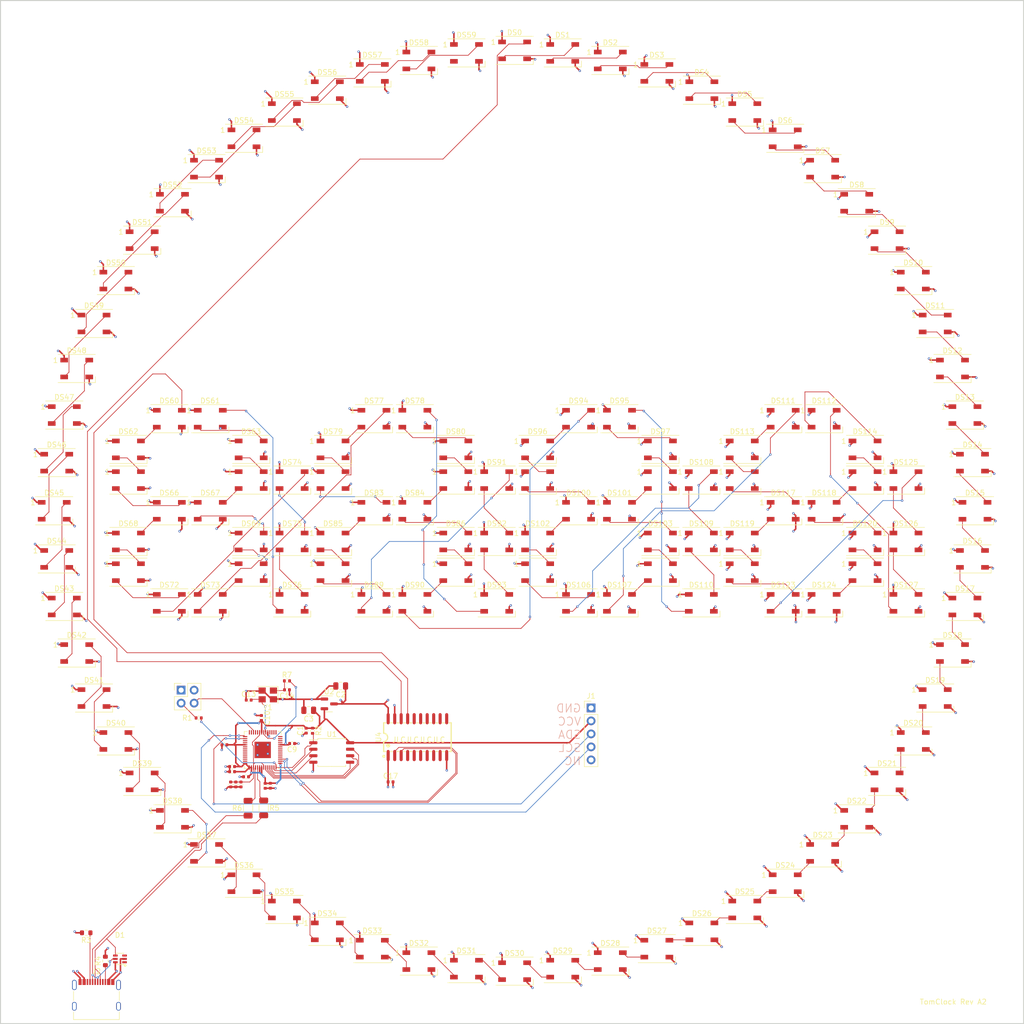
<source format=kicad_pcb>
(kicad_pcb (version 20221018) (generator pcbnew)
  (layers (0 "F.Cu" signal) (1 "In1.Cu" signal) (2 "In2.Cu" signal) (31 "B.Cu" signal) (34 "B.Paste" user) (35 "F.Paste" user) (36 "B.SilkS" user "B.Silkscreen") (37 "F.SilkS" user "F.Silkscreen") (38 "B.Mask" user) (39 "F.Mask" user) (44 "Edge.Cuts" user))
  (net 0 "")
  (net 1 "GND")
  (net 2 "VBUS")
  (net 4 "+3V3")
  (net 6 "Net-(DS0-DOUT)")
  (net 7 "/LEDCircle/SECOND_IN")
  (net 8 "Net-(DS1-DOUT)")
  (net 9 "Net-(DS2-DOUT)")
  (net 10 "Net-(DS3-DOUT)")
  (net 11 "Net-(DS4-DOUT)")
  (net 12 "/LEDCircle/S9")
  (net 13 "Net-(DS5-DOUT)")
  (net 14 "Net-(DS6-DOUT)")
  (net 15 "Net-(DS7-DOUT)")
  (net 16 "Net-(DS8-DOUT)")
  (net 17 "Net-(DS10-DOUT)")
  (net 18 "Net-(DS11-DOUT)")
  (net 19 "Net-(DS12-DOUT)")
  (net 20 "Net-(DS13-DOUT)")
  (net 21 "/LEDCircle/S19")
  (net 22 "Net-(DS14-DOUT)")
  (net 23 "Net-(DS15-DOUT)")
  (net 24 "Net-(DS16-DOUT)")
  (net 25 "Net-(DS17-DOUT)")
  (net 26 "Net-(DS18-DOUT)")
  (net 27 "Net-(DS20-DOUT)")
  (net 28 "Net-(DS21-DOUT)")
  (net 29 "/LEDCircle/S29")
  (net 30 "Net-(DS22-DOUT)")
  (net 31 "Net-(DS23-DOUT)")
  (net 32 "Net-(DS24-DOUT)")
  (net 33 "Net-(DS25-DOUT)")
  (net 34 "Net-(DS26-DOUT)")
  (net 35 "Net-(DS27-DOUT)")
  (net 36 "Net-(DS28-DOUT)")
  (net 37 "/LEDCircle/S39")
  (net 38 "Net-(DS30-DOUT)")
  (net 39 "Net-(DS31-DOUT)")
  (net 40 "Net-(DS32-DOUT)")
  (net 41 "Net-(DS33-DOUT)")
  (net 42 "Net-(DS34-DOUT)")
  (net 43 "Net-(DS35-DOUT)")
  (net 44 "Net-(DS36-DOUT)")
  (net 45 "/LEDCircle/S49")
  (net 46 "Net-(DS37-DOUT)")
  (net 47 "Net-(DS38-DOUT)")
  (net 48 "Net-(DS40-DOUT)")
  (net 49 "Net-(DS41-DOUT)")
  (net 50 "Net-(DS42-DOUT)")
  (net 51 "Net-(DS43-DOUT)")
  (net 52 "Net-(DS44-DOUT)")
  (net 53 "Net-(DS45-DOUT)")
  (net 54 "Net-(DS46-DOUT)")
  (net 55 "Net-(DS47-DOUT)")
  (net 56 "Net-(DS48-DOUT)")
  (net 57 "Net-(DS50-DOUT)")
  (net 58 "Net-(DS51-DOUT)")
  (net 59 "Net-(DS52-DOUT)")
  (net 60 "Net-(DS53-DOUT)")
  (net 61 "Net-(DS54-DOUT)")
  (net 62 "Net-(DS55-DOUT)")
  (net 63 "Net-(DS56-DOUT)")
  (net 64 "Net-(DS57-DOUT)")
  (net 65 "+1V1")
  (net 66 "Net-(DS58-DOUT)")
  (net 67 "/Digit1/S9")
  (net 69 "Net-(DS60-DOUT)")
  (net 70 "/Digit1/DIGIT_IN")
  (net 71 "Net-(DS61-DOUT)")
  (net 72 "Net-(DS62-DOUT)")
  (net 73 "Net-(DS63-DOUT)")
  (net 74 "Net-(DS64-DOUT)")
  (net 75 "Net-(DS65-DOUT)")
  (net 76 "Net-(DS66-DOUT)")
  (net 77 "Net-(DS67-DOUT)")
  (net 78 "Net-(DS68-DOUT)")
  (net 79 "/Digit1/DIGIT_OUT")
  (net 80 "Net-(DS69-DOUT)")
  (net 81 "Net-(DS70-DOUT)")
  (net 82 "Net-(DS71-DOUT)")
  (net 83 "Net-(DS72-DOUT)")
  (net 84 "/Digit2/S9")
  (net 85 "Net-(DS74-DOUT)")
  (net 86 "Net-(DS75-DOUT)")
  (net 87 "Net-(DS77-DOUT)")
  (net 88 "Net-(DS78-DOUT)")
  (net 89 "Net-(DS79-DOUT)")
  (net 90 "Net-(DS80-DOUT)")
  (net 91 "Net-(DS81-DOUT)")
  (net 92 "Net-(DS82-DOUT)")
  (net 93 "Net-(DS83-DOUT)")
  (net 94 "Net-(DS84-DOUT)")
  (net 95 "Net-(DS85-DOUT)")
  (net 96 "/Digit2/DIGIT_OUT")
  (net 97 "Net-(DS86-DOUT)")
  (net 98 "Net-(DS87-DOUT)")
  (net 99 "Net-(DS88-DOUT)")
  (net 100 "Net-(DS89-DOUT)")
  (net 101 "/Digit3/S9")
  (net 102 "Net-(DS91-DOUT)")
  (net 103 "Net-(DS92-DOUT)")
  (net 104 "Net-(DS94-DOUT)")
  (net 105 "Net-(DS95-DOUT)")
  (net 106 "Net-(DS96-DOUT)")
  (net 107 "Net-(DS97-DOUT)")
  (net 108 "Net-(DS100-DIN)")
  (net 109 "Net-(DS101-DIN)")
  (net 110 "Net-(DS100-DOUT)")
  (net 111 "Net-(DS101-DOUT)")
  (net 112 "Net-(DS102-DOUT)")
  (net 113 "/Digit3/DIGIT_OUT")
  (net 114 "Net-(DS103-DOUT)")
  (net 115 "Net-(DS104-DOUT)")
  (net 116 "Net-(DS105-DOUT)")
  (net 117 "Net-(DS106-DOUT)")
  (net 118 "/Digit4/S9")
  (net 119 "Net-(DS108-DOUT)")
  (net 120 "Net-(DS109-DOUT)")
  (net 121 "Net-(DS111-DOUT)")
  (net 122 "Net-(DS112-DOUT)")
  (net 123 "Net-(DS113-DOUT)")
  (net 124 "Net-(DS114-DOUT)")
  (net 125 "Net-(DS115-DOUT)")
  (net 126 "Net-(DS116-DOUT)")
  (net 127 "Net-(DS117-DOUT)")
  (net 128 "Net-(DS118-DOUT)")
  (net 129 "Net-(DS119-DOUT)")
  (net 130 "/Digit4/DIGIT_OUT")
  (net 131 "Net-(DS120-DOUT)")
  (net 132 "Net-(DS121-DOUT)")
  (net 133 "/rp2040_base/XIN")
  (net 134 "Net-(C14-Pad2)")
  (net 135 "Net-(DS122-DOUT)")
  (net 136 "/rp2040_base/USB_C_D+")
  (net 137 "/rp2040_base/USB_C_D-")
  (net 138 "Net-(DS123-DOUT)")
  (net 139 "Net-(DS125-DOUT)")
  (net 140 "Net-(DS126-DOUT)")
  (net 141 "/rp2040_base/QSPI_SS")
  (net 142 "Net-(J2-CC1)")
  (net 144 "/rp2040_base/XOUT")
  (net 145 "/rp2040_base/QSPI_SD1")
  (net 146 "/rp2040_base/QSPI_SD2")
  (net 147 "/rp2040_base/QSPI_SD0")
  (net 148 "/rp2040_base/QSPI_SCLK")
  (net 149 "/rp2040_base/QSPI_SD3")
  (net 150 "/rp2040_base/GPIO0")
  (net 151 "/rp2040_base/GPIO1")
  (net 152 "/rp2040_base/GPIO2")
  (net 153 "/rp2040_base/GPIO3")
  (net 154 "/rp2040_base/GPIO4")
  (net 155 "/rp2040_base/GPIO5")
  (net 156 "/rp2040_base/GPIO6")
  (net 157 "/rp2040_base/GPIO7")
  (net 158 "/rp2040_base/GPIO8")
  (net 159 "/rp2040_base/GPIO9")
  (net 160 "/rp2040_base/GPIO10")
  (net 161 "/rp2040_base/GPIO11")
  (net 162 "/rp2040_base/GPIO12")
  (net 163 "/rp2040_base/GPIO13")
  (net 164 "/rp2040_base/GPIO14")
  (net 165 "/rp2040_base/GPIO15")
  (net 166 "Net-(J2-CC2)")
  (net 168 "/rp2040_base/GPIO16")
  (net 169 "/rp2040_base/GPIO23")
  (net 170 "/rp2040_base/GPIO24")
  (net 171 "/rp2040_base/GPIO25")
  (net 172 "/rp2040_base/GPIO26_ADC0")
  (net 173 "/rp2040_base/GPIO27_ADC0")
  (net 174 "/rp2040_base/GPIO28_ADC0")
  (net 175 "/rp2040_base/GPIO29_ADC0")
  (net 176 "/rp2040_base/USB_BOOT")
  (net 177 "Net-(U3-USB_DP)")
  (net 178 "Net-(U3-USB_DM)")
  (net 181 "/rp2040_base/RESET")
  (net 182 "/rp2040_base/GPIO17")
  (net 183 "/GPIO19_I2C1_SCL")
  (net 184 "/GPIO19_I2C1_SDA")
  (net 185 "/rp2040_base/GPIO20")
  (net 186 "/rp2040_base/GPIO21")
  (net 187 "/rp2040_base/GPIO22")
  (footprint "LED_SMD:LED_WS2812B_PLCC4_5.0x5.0mm_P3.2mm" (layer "F.Cu") (at 117.75 119.25)
    (fp_text reference "DS92")
    (fp_text value "WS2812B")
  )
  (footprint "ToolingHole:ToolingHole_JLCSMT" (layer "F.Cu") (at 216 209)
    (fp_text reference "H2" hide)
    (fp_text value "MountingHole" hide)
  )
  (footprint "LED_SMD:LED_WS2812B_PLCC4_5.0x5.0mm_P3.2mm" (layer "F.Cu") (at 206.845595 141.06)
    (fp_text reference "DS18")
    (fp_text value "WS2812B")
  )
  (footprint "LED_SMD:LED_WS2812B_PLCC4_5.0x5.0mm_P3.2mm" (layer "F.Cu") (at 125.75 107.25)
    (fp_text reference "DS98" hide)
    (fp_text value "WS2812B")
  )
  (footprint "LED_SMD:LED_WS2812B_PLCC4_5.0x5.0mm_P3.2mm" (layer "F.Cu") (at 173.75 113.25)
    (fp_text reference "DS117")
    (fp_text value "WS2812B")
  )
  (footprint "LED_SMD:LED_WS2812B_PLCC4_5.0x5.0mm_P3.2mm" (layer "F.Cu") (at 53.75 113.25)
    (fp_text reference "DS66")
    (fp_text value "WS2812B")
  )
  (footprint "LED_SMD:LED_WS2812B_PLCC4_5.0x5.0mm_P3.2mm" (layer "F.Cu") (at 69.75 107.25)
    (fp_text reference "DS65" hide)
    (fp_text value "WS2812B")
  )
  (footprint "Capacitor_SMD:C_0402_1005Metric" (layer "F.Cu") (at 67.75 166.75 -90)
    (fp_text reference "C6" hide)
    (fp_text value "1u")
  )
  (footprint "LED_SMD:LED_WS2812B_PLCC4_5.0x5.0mm_P3.2mm" (layer "F.Cu") (at 165.75 107.25)
    (fp_text reference "DS115" hide)
    (fp_text value "WS2812B")
  )
  (footprint "Capacitor_SMD:C_0402_1005Metric" (layer "F.Cu") (at 68.75 165.25 180)
    (fp_text reference "C8" hide)
    (fp_text value "1u")
  )
  (footprint "LED_SMD:LED_WS2812B_PLCC4_5.0x5.0mm_P3.2mm" (layer "F.Cu") (at 33.215595 131.96)
    (fp_text reference "DS43")
    (fp_text value "WS2812B")
  )
  (footprint "Crystal:Crystal_SMD_3225-4Pin_3.2x2.5mm" (layer "F.Cu") (at 73 149.25 180)
    (fp_text reference "Y1")
    (fp_text value "12MHz")
  )
  (footprint "LED_SMD:LED_WS2812B_PLCC4_5.0x5.0mm_P3.2mm" (layer "F.Cu") (at 181.75 95.25)
    (fp_text reference "DS112")
    (fp_text value "WS2812B")
  )
  (footprint "Capacitor_SMD:C_0402_1005Metric" (layer "F.Cu") (at 66.02 163.25)
    (fp_text reference "C16" hide)
    (fp_text value "100n")
  )
  (footprint "LED_SMD:LED_WS2812B_PLCC4_5.0x5.0mm_P3.2mm" (layer "F.Cu") (at 173.75 131.25)
    (fp_text reference "DS123")
    (fp_text value "WS2812B")
  )
  (footprint "Resistor_SMD:R_0402_1005Metric" (layer "F.Cu") (at 81.75 156.25 -90)
    (fp_text reference "R2")
    (fp_text value "DNF")
  )
  (footprint "LED_SMD:LED_WS2812B_PLCC4_5.0x5.0mm_P3.2mm" (layer "F.Cu") (at 109.75 119.25)
    (fp_text reference "DS86")
    (fp_text value "WS2812B")
  )
  (footprint "LED_SMD:LED_WS2812B_PLCC4_5.0x5.0mm_P3.2mm" (layer "F.Cu") (at 45.75 107.25)
    (fp_text reference "DS64" hide)
    (fp_text value "WS2812B")
  )
  (footprint "LED_SMD:LED_WS2812B_PLCC4_5.0x5.0mm_P3.2mm" (layer "F.Cu") (at 181.465595 180.13)
    (fp_text reference "DS23")
    (fp_text value "WS2812B")
  )
  (footprint "LED_SMD:LED_WS2812B_PLCC4_5.0x5.0mm_P3.2mm" (layer "F.Cu") (at 157.75 119.25)
    (fp_text reference "DS109")
    (fp_text value "WS2812B")
  )
  (footprint "LED_SMD:LED_WS2812B_PLCC4_5.0x5.0mm_P3.2mm" (layer "F.Cu") (at 117.75 107.25)
    (fp_text reference "DS91")
    (fp_text value "WS2812B")
  )
  (footprint "LED_SMD:LED_WS2812B_PLCC4_5.0x5.0mm_P3.2mm" (layer "F.Cu") (at 117.75 131.25)
    (fp_text reference "DS93")
    (fp_text value "WS2812B")
  )
  (footprint "LED_SMD:LED_WS2812B_PLCC4_5.0x5.0mm_P3.2mm" (layer "F.Cu") (at 109.75 107.25)
    (fp_text reference "DS82" hide)
    (fp_text value "WS2812B")
  )
  (footprint "LED_SMD:LED_WS2812B_PLCC4_5.0x5.0mm_P3.2mm" (layer "F.Cu") (at 181.75 113.25)
    (fp_text reference "DS118")
    (fp_text value "WS2812B")
  )
  (footprint "Resistor_SMD:R_0603_1608Metric" (layer "F.Cu") (at 41.25 201.25 90)
    (fp_text reference "R4")
    (fp_text value "5.1k")
  )
  (footprint "LED_SMD:LED_WS2812B_PLCC4_5.0x5.0mm_P3.2mm" (layer "F.Cu") (at 69.75 101.25)
    (fp_text reference "DS63")
    (fp_text value "WS2812B")
  )
  (footprint "LED_SMD:LED_WS2812B_PLCC4_5.0x5.0mm_P3.2mm" (layer "F.Cu") (at 69.75 125.25)
    (fp_text reference "DS71" hide)
    (fp_text value "WS2812B")
  )
  (footprint "LED_SMD:LED_WS2812B_PLCC4_5.0x5.0mm_P3.2mm" (layer "F.Cu") (at 197.75 107.25)
    (fp_text reference "DS125")
    (fp_text value "WS2812B")
  )
  (footprint "LED_SMD:LED_WS2812B_PLCC4_5.0x5.0mm_P3.2mm" (layer "F.Cu") (at 45.75 125.25)
    (fp_text reference "DS70" hide)
    (fp_text value "WS2812B")
  )
  (footprint "LED_SMD:LED_WS2812B_PLCC4_5.0x5.0mm_P3.2mm" (layer "F.Cu") (at 121.245595 23.25)
    (fp_text reference "DS0")
    (fp_text value "WS2812B")
  )
  (footprint "LED_SMD:LED_WS2812B_PLCC4_5.0x5.0mm_P3.2mm" (layer "F.Cu") (at 210.755595 122.66)
    (fp_text reference "DS16")
    (fp_text value "WS2812B")
  )
  (footprint "LED_SMD:LED_WS2812B_PLCC4_5.0x5.0mm_P3.2mm" (layer "F.Cu") (at 209.275595 94.54)
    (fp_text reference "DS13")
    (fp_text value "WS2812B")
  )
  (footprint "LED_SMD:LED_WS2812B_PLCC4_5.0x5.0mm_P3.2mm" (layer "F.Cu") (at 43.305595 158.25)
    (fp_text reference "DS40")
    (fp_text value "WS2812B")
  )
  (footprint "LED_SMD:LED_WS2812B_PLCC4_5.0x5.0mm_P3.2mm" (layer "F.Cu") (at 141.75 131.25)
    (fp_text reference "DS107")
    (fp_text value "WS2812B")
  )
  (footprint "LED_SMD:LED_WS2812B_PLCC4_5.0x5.0mm_P3.2mm" (layer "F.Cu") (at 35.645595 85.44)
    (fp_text reference "DS48")
    (fp_text value "WS2812B")
  )
  (footprint "ToolingHole:ToolingHole_JLCSMT" (layer "F.Cu") (at 24.5 17)
    (fp_text reference "H1" hide)
    (fp_text value "MountingHole" hide)
  )
  (footprint "Capacitor_SMD:C_0402_1005Metric" (layer "F.Cu") (at 69.27 150.25)
    (fp_text reference "C13")
    (fp_text value "27 pF")
  )
  (footprint "LED_SMD:LED_WS2812B_PLCC4_5.0x5.0mm_P3.2mm" (layer "F.Cu") (at 199.185595 158.25)
    (fp_text reference "DS20")
    (fp_text value "WS2812B")
  )
  (footprint "Resistor_SMD:R_0402_1005Metric" (layer "F.Cu") (at 76.75 146.5)
    (fp_text reference "R7")
    (fp_text value "1k")
  )
  (footprint "LED_SMD:LED_WS2812B_PLCC4_5.0x5.0mm_P3.2mm" (layer "F.Cu") (at 130.655595 23.74)
    (fp_text reference "DS1")
    (fp_text value "WS2812B")
  )
  (footprint "LED_SMD:LED_WS2812B_PLCC4_5.0x5.0mm_P3.2mm" (layer "F.Cu") (at 203.465595 149.86)
    (fp_text reference "DS19")
    (fp_text value "WS2812B")
  )
  (footprint "LED_SMD:LED_WS2812B_PLCC4_5.0x5.0mm_P3.2mm" (layer "F.Cu") (at 93.435595 198.85)
    (fp_text reference "DS33")
    (fp_text value "WS2812B")
  )
  (footprint "LED_SMD:LED_WS2812B_PLCC4_5.0x5.0mm_P3.2mm" (layer "F.Cu") (at 141.75 95.25)
    (fp_text reference "DS95")
    (fp_text value "WS2812B")
  )
  (footprint "LED_SMD:LED_WS2812B_PLCC4_5.0x5.0mm_P3.2mm" (layer "F.Cu") (at 165.75 119.25)
    (fp_text reference "DS119")
    (fp_text value "WS2812B")
  )
  (footprint "LED_SMD:LED_WS2812B_PLCC4_5.0x5.0mm_P3.2mm" (layer "F.Cu") (at 101.75 95.25)
    (fp_text reference "DS78")
    (fp_text value "WS2812B")
  )
  (footprint "LED_SMD:LED_WS2812B_PLCC4_5.0x5.0mm_P3.2mm" (layer "F.Cu") (at 203.465595 76.64)
    (fp_text reference "DS11")
    (fp_text value "WS2812B")
  )
  (footprint "LED_SMD:LED_WS2812B_PLCC4_5.0x5.0mm_P3.2mm" (layer "F.Cu") (at 109.75 101.25)
    (fp_text reference "DS80")
    (fp_text value "WS2812B")
  )
  (footprint "Capacitor_SMD:C_0402_1005Metric" (layer "F.Cu") (at 65.75 166.75 -90)
    (fp_text reference "C5" hide)
    (fp_text value "100n")
  )
  (footprint "LED_SMD:LED_WS2812B_PLCC4_5.0x5.0mm_P3.2mm" (layer "F.Cu") (at 149.055595 27.65)
    (fp_text reference "DS3")
    (fp_text value "WS2812B")
  )
  (footprint "LED_SMD:LED_WS2812B_PLCC4_5.0x5.0mm_P3.2mm" (layer "F.Cu") (at 33.215595 94.54)
    (fp_text reference "DS47")
    (fp_text value "WS2812B")
  )
  (footprint "LED_SMD:LED_WS2812B_PLCC4_5.0x5.0mm_P3.2mm" (layer "F.Cu") (at 45.75 101.25)
    (fp_text reference "DS62")
    (fp_text value "WS2812B")
  )
  (footprint "LED_SMD:LED_WS2812B_PLCC4_5.0x5.0mm_P3.2mm" (layer "F.Cu") (at 85.75 119.25)
    (fp_text reference "DS85")
    (fp_text value "WS2812B")
  )
  (footprint "LED_SMD:LED_WS2812B_PLCC4_5.0x5.0mm_P3.2mm" (layer "F.Cu") (at 174.145595 40.44)
    (fp_text reference "DS6")
    (fp_text value "WS2812B")
  )
  (footprint "LED_SMD:LED_WS2812B_PLCC4_5.0x5.0mm_P3.2mm" (layer "F.Cu") (at 149.75 119.25)
    (fp_text reference "DS103")
    (fp_text value "WS2812B")
  )
  (footprint "LED_SMD:LED_WS2812B_PLCC4_5.0x5.0mm_P3.2mm" (layer "F.Cu") (at 173.75 95.25)
    (fp_text reference "DS111")
    (fp_text value "WS2812B")
  )
  (footprint "LED_SMD:LED_WS2812B_PLCC4_5.0x5.0mm_P3.2mm" (layer "F.Cu") (at 48.435595 166.15)
    (fp_text reference "DS39")
    (fp_text value "WS2812B")
  )
  (footprint "Capacitor_SMD:C_0402_1005Metric" (layer "F.Cu") (at 80.5 156.23 90)
    (fp_text reference "C1")
    (fp_text value "100n")
  )
  (footprint "LED_SMD:LED_WS2812B_PLCC4_5.0x5.0mm_P3.2mm" (layer "F.Cu") (at 197.75 131.25)
    (fp_text reference "DS127")
    (fp_text value "WS2812B")
  )
  (footprint "Package_TO_SOT_SMD:SOT-23" (layer "F.Cu") (at 85 151)
    (fp_text reference "U2")
    (fp_text value "XC6206P332MR")
  )
  (footprint "LED_SMD:LED_WS2812B_PLCC4_5.0x5.0mm_P3.2mm" (layer "F.Cu") (at 189.75 125.25)
    (fp_text reference "DS122" hide)
    (fp_text value "WS2812B")
  )
  (footprint "LED_SMD:LED_WS2812B_PLCC4_5.0x5.0mm_P3.2mm" (layer "F.Cu") (at 43.305595 68.25)
    (fp_text reference "DS50")
    (fp_text value "WS2812B")
  )
  (footprint "LED_SMD:LED_WS2812B_PLCC4_5.0x5.0mm_P3.2mm" (layer "F.Cu") (at 199.185595 68.25)
    (fp_text reference "DS10")
    (fp_text value "WS2812B")
  )
  (footprint "LED_SMD:LED_WS2812B_PLCC4_5.0x5.0mm_P3.2mm" (layer "F.Cu") (at 157.75 107.25)
    (fp_text reference "DS108")
    (fp_text value "WS2812B")
  )
  (footprint "LED_SMD:LED_WS2812B_PLCC4_5.0x5.0mm_P3.2mm" (layer "F.Cu") (at 93.75 113.25)
    (fp_text reference "DS83")
    (fp_text value "WS2812B")
  )
  (footprint "LED_SMD:LED_WS2812B_PLCC4_5.0x5.0mm_P3.2mm" (layer "F.Cu") (at 53.75 131.25)
    (fp_text reference "DS72")
    (fp_text value "WS2812B")
  )
  (footprint "Capacitor_SMD:C_0402_1005Metric" (layer "F.Cu") (at 97 166.25)
    (fp_text reference "C17")
    (fp_text value "100n")
  )
  (footprint "LED_SMD:LED_WS2812B_PLCC4_5.0x5.0mm_P3.2mm" (layer "F.Cu") (at 197.75 119.25)
    (fp_text reference "DS126")
    (fp_text value "WS2812B")
  )
  (footprint "LED_SMD:LED_WS2812B_PLCC4_5.0x5.0mm_P3.2mm" (layer "F.Cu") (at 157.75 131.25)
    (fp_text reference "DS110")
    (fp_text value "WS2812B")
  )
  (footprint "LED_SMD:LED_WS2812B_PLCC4_5.0x5.0mm_P3.2mm" (layer "F.Cu") (at 76.245595 35.31)
    (fp_text reference "DS55")
    (fp_text value "WS2812B")
  )
  (footprint "LED_SMD:LED_WS2812B_PLCC4_5.0x5.0mm_P3.2mm" (layer "F.Cu") (at 133.75 131.25)
    (fp_text reference "DS106")
    (fp_text value "WS2812B")
  )
  (footprint "LED_SMD:LED_WS2812B_PLCC4_5.0x5.0mm_P3.2mm" (layer "F.Cu") (at 39.025595 149.86)
    (fp_text reference "DS41")
    (fp_text value "WS2812B")
  )
  (footprint "LED_SMD:LED_WS2812B_PLCC4_5.0x5.0mm_P3.2mm" (layer "F.Cu") (at 35.645595 141.06)
    (fp_text reference "DS42")
    (fp_text value "WS2812B")
  )
  (footprint "LED_SMD:LED_WS2812B_PLCC4_5.0x5.0mm_P3.2mm" (layer "F.Cu") (at 157.855595 31.03)
    (fp_text reference "DS4")
    (fp_text value "WS2812B")
  )
  (footprint "Capacitor_SMD:C_0402_1005Metric" (layer "F.Cu") (at 76.75 148.25 180)
    (fp_text reference "C14")
    (fp_text value "27 pF")
  )
  (footprint "LED_SMD:LED_WS2812B_PLCC4_5.0x5.0mm_P3.2mm" (layer "F.Cu") (at 61.025595 46.37)
    (fp_text reference "DS53")
    (fp_text value "WS2812B")
  )
  (footprint "LED_SMD:LED_WS2812B_PLCC4_5.0x5.0mm_P3.2mm" (layer "F.Cu") (at 31.735595 122.66)
    (fp_text reference "DS44")
    (fp_text value "WS2812B")
  )
  (footprint "LED_SMD:LED_WS2812B_PLCC4_5.0x5.0mm_P3.2mm" (layer "F.Cu") (at 209.275595 131.96)
    (fp_text reference "DS17")
    (fp_text value "WS2812B")
  )
  (footprint "LED_SMD:LED_WS2812B_PLCC4_5.0x5.0mm_P3.2mm" (layer "F.Cu") (at 61.75 95.25)
    (fp_text reference "DS61")
    (fp_text value "WS2812B")
  )
  (footprint "LED_SMD:LED_WS2812B_PLCC4_5.0x5.0mm_P3.2mm" (layer "F.Cu") (at 93.435595 27.65)
    (fp_text reference "DS57")
    (fp_text value "WS2812B")
  )
  (footprint "Capacitor_SMD:C_0402_1005Metric" (layer "F.Cu") (at 64.52 159)
    (fp_text reference "C12" hide)
    (fp_text value "100n")
  )
  (footprint "LED_SMD:LED_WS2812B_PLCC4_5.0x5.0mm_P3.2mm" (layer "F.Cu") (at 39.025595 76.64)
    (fp_text reference "DS49")
    (fp_text value "WS2812B")
  )
  (footprint "LED_SMD:LED_WS2812B_PLCC4_5.0x5.0mm_P3.2mm" (layer "F.Cu") (at 77.75 131.25)
    (fp_text reference "DS76")
    (fp_text value "WS2812B")
  )
  (footprint "Connector_PinHeader_2.54mm:PinHeader_2x02_P2.54mm_Vertical" (layer "F.Cu") (at 56.06 148.31)
    (fp_text reference "J5" hide)
    (fp_text value "Boot/Reset")
  )
  (footprint "LED_SMD:LED_WS2812B_PLCC4_5.0x5.0mm_P3.2mm" (layer "F.Cu") (at 194.055595 60.35)
    (fp_text reference "DS9")
    (fp_text value "WS2812B")
  )
  (footprint "LED_SMD:LED_WS2812B_PLCC4_5.0x5.0mm_P3.2mm" (layer "F.Cu") (at 141.75 113.25)
    (fp_text reference "DS101")
    (fp_text value "WS2812B")
  )
  (footprint "LED_SMD:LED_WS2812B_PLCC4_5.0x5.0mm_P3.2mm" (layer "F.Cu") (at 166.245595 35.31)
    (fp_text reference "DS5")
    (fp_text value "WS2812B")
  )
  (footprint "Capacitor_SMD:C_0402_1005Metric" (layer "F.Cu") (at 71.75 153.75 -90)
    (fp_text reference "C10")
    (fp_text value "100n")
  )
  (footprint "LED_SMD:LED_WS2812B_PLCC4_5.0x5.0mm_P3.2mm" (layer "F.Cu") (at 85.75 107.25)
    (fp_text reference "DS81" hide)
    (fp_text value "WS2812B")
  )
  (footprint "Connector_PinHeader_2.54mm:PinHeader_1x05_P2.54mm_Vertical" (layer "F.Cu") (at 136.2 151.79)
    (fp_text reference "J1")
    (fp_text value "I2C_Conn")
  )
  (footprint "Package_SO:SOIC-8_5.23x5.23mm_P1.27mm" (layer "F.Cu") (at 85.5 160.5)
    (fp_text reference "U1")
    (fp_text value "W25Q128JVS")
  )
  (footprint "Resistor_SMD:R_1206_3216Metric" (layer "F.Cu") (at 69.15 171.3875 90)
    (fp_text reference "R6")
    (fp_text value "27.4")
  )
  (footprint "LED_SMD:LED_WS2812B_PLCC4_5.0x5.0mm_P3.2mm" (layer "F.Cu") (at 125.75 125.25)
    (fp_text reference "DS104" hide)
    (fp_text value "WS2812B")
  )
  (footprint "LED_SMD:LED_WS2812B_PLCC4_5.0x5.0mm_P3.2mm" (layer "F.Cu") (at 174.145595 186.06)
    (fp_text reference "DS24")
    (fp_text value "WS2812B")
  )
  (footprint "esd:SOT-363_L2.0-W1.3-P0.65-LS2.1-BR" (layer "F.Cu") (at 44.1 200.85)
    (fp_text reference "D1")
    (fp_text value "SMF05CT1G")
  )
  (footprint "LED_SMD:LED_WS2812B_PLCC4_5.0x5.0mm_P3.2mm" (layer "F.Cu") (at 189.75 101.25)
    (fp_text reference "DS114")
    (fp_text value "WS2812B")
  )
  (footprint "Connector_USB:USB_C_Receptacle_Palconn_UTC16-G" (layer "F.Cu") (at 39.5 207.875)
    (fp_text reference "J2")
    (fp_text value "USB_C_Receptacle_USB2.0" hide)
  )
  (footprint "Capacitor_SMD:C_0805_2012Metric" (layer "F.Cu") (at 87.25 147.5 180)
    (fp_text reference "C2")
    (fp_text value "10u")
  )
  (footprint "LED_SMD:LED_WS2812B_PLCC4_5.0x5.0mm_P3.2mm" (layer "F.Cu") (at 149.75 107.25)
    (fp_text reference "DS99" hide)
    (fp_text value "WS2812B")
  )
  (footprint "LED_SMD:LED_WS2812B_PLCC4_5.0x5.0mm_P3.2mm" (layer "F.Cu") (at 130.655595 202.76)
    (fp_text reference "DS29")
    (fp_text value "WS2812B")
  )
  (footprint "Capacitor_SMD:C_0402_1005Metric" (layer "F.Cu") (at 66.02 164.25)
    (fp_text reference "C15" hide)
    (fp_text value "100n")
  )
  (footprint "LED_SMD:LED_WS2812B_PLCC4_5.0x5.0mm_P3.2mm" (layer "F.Cu") (at 61.75 131.25)
    (fp_text reference "DS73")
    (fp_text value "WS2812B")
  )
  (footprint "LED_SMD:LED_WS2812B_PLCC4_5.0x5.0mm_P3.2mm" (layer "F.Cu") (at 111.835595 23.74)
    (fp_text reference "DS59")
    (fp_text value "WS2812B")
  )
  (footprint "LED_SMD:LED_WS2812B_PLCC4_5.0x5.0mm_P3.2mm" (layer "F.Cu") (at 149.75 101.25)
    (fp_text reference "DS97")
    (fp_text value "WS2812B")
  )
  (footprint "LED_SMD:LED_WS2812B_PLCC4_5.0x5.0mm_P3.2mm" (layer "F.Cu") (at 189.75 107.25)
    (fp_text reference "DS116" hide)
    (fp_text value "WS2812B")
  )
  (footprint "Resistor_SMD:R_0603_1608Metric" (layer "F.Cu") (at 37.5 195.75 180)
    (fp_text reference "R3")
    (fp_text value "5.1k")
  )
  (footprint "LED_SMD:LED_WS2812B_PLCC4_5.0x5.0mm_P3.2mm" (layer "F.Cu") (at 125.75 101.25)
    (fp_text reference "DS96")
    (fp_text value "WS2812B")
  )
  (footprint "LED_SMD:LED_WS2812B_PLCC4_5.0x5.0mm_P3.2mm" (layer "F.Cu") (at 31.245595 113.25)
    (fp_text reference "DS45")
    (fp_text value "WS2812B")
  )
  (footprint "LED_SMD:LED_WS2812B_PLCC4_5.0x5.0mm_P3.2mm" (layer "F.Cu") (at 165.75 101.25)
    (fp_text reference "DS113")
    (fp_text value "WS2812B")
  )
  (footprint "LED_SMD:LED_WS2812B_PLCC4_5.0x5.0mm_P3.2mm" (layer "F.Cu") (at 76.245595 191.19)
    (fp_text reference "DS35")
    (fp_text value "WS2812B")
  )
  (footprint "LED_SMD:LED_WS2812B_PLCC4_5.0x5.0mm_P3.2mm" (layer "F.Cu") (at 102.535595 25.22)
    (fp_text reference "DS58")
    (fp_text value "WS2812B")
  )
  (footprint "LED_SMD:LED_WS2812B_PLCC4_5.0x5.0mm_P3.2mm" (layer "F.Cu") (at 211.245595 113.25)
    (fp_text reference "DS15")
    (fp_text value "WS2812B")
  )
  (footprint "LED_SMD:LED_WS2812B_PLCC4_5.0x5.0mm_P3.2mm" (layer "F.Cu") (at 54.365595 53.03)
    (fp_text reference "DS52")
    (fp_text value "WS2812B")
  )
  (footprint "LED_SMD:LED_WS2812B_PLCC4_5.0x5.0mm_P3.2mm" (layer "F.Cu") (at 54.365595 173.47)
    (fp_text reference "DS38")
    (fp_text value "WS2812B")
  )
  (footprint "LED_SMD:LED_WS2812B_PLCC4_5.0x5.0mm_P3.2mm" (layer "F.Cu") (at 53.75 95.25)
    (fp_text reference "DS60")
    (fp_text value "WS2812B")
  )
  (footprint "LED_SMD:LED_WS2812B_PLCC4_5.0x5.0mm_P3.2mm" (layer "F.Cu") (at 102.535595 201.28)
    (fp_text reference "DS32")
    (fp_text value "WS2812B")
  )
  (footprint "LED_SMD:LED_WS2812B_PLCC4_5.0x5.0mm_P3.2mm" (layer "F.Cu") (at 84.635595 31.03)
    (fp_text reference "DS56")
    (fp_text value "WS2812B")
  )
  (footprint "LED_SMD:LED_WS2812B_PLCC4_5.0x5.0mm_P3.2mm" (layer "F.Cu") (at 111.835595 202.76)
    (fp_text reference "DS31")
    (fp_text value "WS2812B")
  )
  (footprint "Capacitor_SMD:C_0402_1005Metric" (layer "F.Cu") (at 73.5 167 90)
    (fp_text reference "C7" hide)
    (fp_text value "100n")
  )
  (footprint "LED_SMD:LED_WS2812B_PLCC4_5.0x5.0mm_P3.2mm" (layer "F.Cu") (at 77.75 119.25)
    (fp_text reference "DS75")
    (fp_text value "WS2812B")
  )
  (footprint "LED_SMD:LED_WS2812B_PLCC4_5.0x5.0mm_P3.2mm" (layer "F.Cu") (at 194.055595 166.15)
    (fp_text reference "DS21")
    (fp_text value "WS2812B")
  )
  (footprint "LED_SMD:LED_WS2812B_PLCC4_5.0x5.0mm_P3.2mm" (layer "F.Cu") (at 206.845595 85.44)
    (fp_text reference "DS12")
    (fp_text value "WS2812B")
  )
  (footprint "Resistor_SMD:R_1206_3216Metric" (layer "F.Cu") (at 72.2 171.3375 90)
    (fp_text reference "R5")
    (fp_text value "27.6")
  )
  (footprint "LED_SMD:LED_WS2812B_PLCC4_5.0x5.0mm_P3.2mm" (layer "F.Cu") (at 45.75 119.25)
    (fp_text reference "DS68")
    (fp_text value "WS2812B")
  )
  (footprint "Capacitor_SMD:C_0805_2012Metric" (layer "F.Cu") (at 81 152.25 180)
    (fp_text reference "C3")
    (fp_text value "10u")
  )
  (footprint "LED_SMD:LED_WS2812B_PLCC4_5.0x5.0mm_P3.2mm" (layer "F.Cu") (at 165.75 125.25)
    (fp_text reference "DS121" hide)
    (fp_text value "WS2812B")
  )
  (footprint "LED_SMD:LED_WS2812B_PLCC4_5.0x5.0mm_P3.2mm" (layer "F.Cu") (at 61.025595 180.13)
    (fp_text reference "DS37")
    (fp_text value "WS2812B")
  )
  (footprint "LED_SMD:LED_WS2812B_PLCC4_5.0x5.0mm_P3.2mm" (layer "F.Cu") (at 133.75 113.25)
    (fp_text reference "DS100")
    (fp_text value "WS2812B")
  )
  (footprint "LED_SMD:LED_WS2812B_PLCC4_5.0x5.0mm_P3.2mm" (layer "F.Cu") (at 93.75 95.25)
    (fp_text reference "DS77")
    (fp_text value "WS2812B")
  )
  (footprint "LED_SMD:LED_WS2812B_PLCC4_5.0x5.0mm_P3.2mm" (layer "F.Cu") (at 125.75 119.25)
    (fp_text reference "DS102")
    (fp_text value "WS2812B")
  )
  (footprint "LED_SMD:LED_WS2812B_PLCC4_5.0x5.0mm_P3.2mm" (layer "F.Cu") (at 181.465595 46.37)
    (fp_text reference "DS7")
    (fp_text value "WS2812B")
  )
  (footprint "LED_SMD:LED_WS2812B_PLCC4_5.0x5.0mm_P3.2mm" (layer "F.Cu") (at 77.75 107.25)
    (fp_text reference "DS74")
    (fp_text value "WS2812B")
  )
  (footprint "LED_SMD:LED_WS2812B_PLCC4_5.0x5.0mm_P3.2mm" (layer "F.Cu") (at 61.75 113.25)
    (fp_text reference "DS67")
    (fp_text value "WS2812B")
  )
  (footprint "LED_SMD:LED_WS2812B_PLCC4_5.0x5.0mm_P3.2mm" (layer "F.Cu") (at 188.125595 173.47)
    (fp_text reference "DS22")
    (fp_text value "WS2812B")
  )
  (footprint "LED_SMD:LED_WS2812B_PLCC4_5.0x5.0mm_P3.2mm" (layer "F.Cu") (at 166.245595 191.19)
    (fp_text reference "DS25")
    (fp_text value "WS2812B")
  )
  (footprint "LED_SMD:LED_WS2812B_PLCC4_5.0x5.0mm_P3.2mm" (layer "F.Cu") (at 149.75 125.25)
    (fp_text reference "DS105" hide)
    (fp_text value "WS2812B")
  )
  (footprint "LED_SMD:LED_WS2812B_PLCC4_5.0x5.0mm_P3.2mm" (layer "F.Cu") (at 85.75 125.25)
    (fp_text reference "DS87" hide)
    (fp_text value "WS2812B")
  )
  (footprint "LED_SMD:LED_WS2812B_PLCC4_5.0x5.0mm_P3.2mm" (layer "F.Cu") (at 139.955595 25.22)
    (fp_text reference "DS2")
    (fp_text value "WS2812B")
  )
  (footprint "LED_SMD:LED_WS2812B_PLCC4_5.0x5.0mm_P3.2mm" (layer "F.Cu") (at 139.955595 201.28)
    (fp_text reference "DS28")
    (fp_text value "WS2812B")
  )
  (footprint "LED_SMD:LED_WS2812B_PLCC4_5.0x5.0mm_P3.2mm" (layer "F.Cu") (at 93.75 131.25)
    (fp_text reference "DS89")
    (fp_text value "WS2812B")
  )
  (footprint "LED_SMD:LED_WS2812B_PLCC4_5.0x5.0mm_P3.2mm" (layer "F.Cu") (at 109.75 125.25)
    (fp_text reference "DS88" hide)
    (fp_text value "WS2812B")
  )
  (footprint "Capacitor_SMD:C_0402_1005Metric" (layer "F.Cu") (at 66.75 166.75 -90)
    (fp_text reference "C4" hide)
    (fp_text value "100n")
  )
  (footprint "LED_SMD:LED_WS2812B_PLCC4_5.0x5.0mm_P3.2mm" (layer "F.Cu") (at 149.055595 198.85)
    (fp_text reference "DS27")
    (fp_text value "WS2812B")
  )
  (footprint "LED_SMD:LED_WS2812B_PLCC4_5.0x5.0mm_P3.2mm" (layer "F.Cu") (at 121.245595 203.25)
    (fp_text reference "DS30")
    (fp_text value "WS2812B")
  )
  (footprint "LED_SMD:LED_WS2812B_PLCC4_5.0x5.0mm_P3.2mm" (layer "F.Cu") (at 84.635595 195.47)
    (fp_text reference "DS34")
    (fp_text value "WS2812B")
  )
  (footprint "LED_SMD:LED_WS2812B_PLCC4_5.0x5.0mm_P3.2mm" (layer "F.Cu") (at 85.75 101.25)
    (fp_text reference "DS79")
    (fp_text value "WS2812B")
  )
  (footprint "LED_SMD:LED_WS2812B_PLCC4_5.0x5.0mm_P3.2mm" (layer "F.Cu") (at 181.75 131.25)
    (fp_text reference "DS124")
    (fp_text value "WS2812B")
  )
  (footprint "LED_SMD:LED_WS2812B_PLCC4_5.0x5.0mm_P3.2mm" (layer "F.Cu") (at 210.755595 103.84)
    (fp_text reference "DS14")
    (fp_text value "WS2812B")
  )
  (footprint "LED_SMD:LED_WS2812B_PLCC4_5.0x5.0mm_P3.2mm" (layer "F.Cu") (at 189.75 119.25)
    (fp_text reference "DS120")
    (fp_text value "WS2812B")
  )
  (footprint "LED_SMD:LED_WS2812B_PLCC4_5.0x5.0mm_P3.2mm" (layer "F.Cu") (at 68.345595 40.44)
    (fp_text reference "DS54")
    (fp_text value "WS2812B")
  )
  (footprint "LED_SMD:LED_WS2812B_PLCC4_5.0x5.0mm_P3.2mm" (layer "F.Cu") (at 69.75 119.25)
    (fp_text reference "DS69")
    (fp_text value "WS2812B")
  )
  (footprint "Package_DFN_QFN:QFN-56-1EP_7x7mm_P0.4mm_EP3.2x3.2mm" (layer "F.Cu") (at 72 160 180)
    (fp_text reference "U3" hide)
    (fp_text value "RP2040")
  )
  (footprint "esd:SOIC-20_L13.3-W5.5-P1.27-LS7.8-BL" (layer "F.Cu") (at 102.25 157.5 90)
    (fp_text reference "U4")
    (fp_text value "74HCT245")
  )
  (footprint "LED_SMD:LED_WS2812B_PLCC4_5.0x5.0mm_P3.2mm" (layer "F.Cu") (at 101.75 113.25)
    (fp_text reference "DS84")
    (fp_text value "WS2812B")
  )
  (footprint "Capacitor_SMD:C_0402_1005Metric" (layer "F.Cu") (at 77.75 158.75 180)
    (fp_text reference "C9")
    (fp_text value "100n")
  )
  (footprint "LED_SMD:LED_WS2812B_PLCC4_5.0x5.0mm_P3.2mm" (layer "F.Cu") (at 48.435595 60.35)
    (fp_text reference "DS51")
    (fp_text value "WS2812B")
  )
  (footprint "LED_SMD:LED_WS2812B_PLCC4_5.0x5.0mm_P3.2mm" (layer "F.Cu") (at 188.125595 53.03)
    (fp_text reference "DS8")
    (fp_text value "WS2812B")
  )
  (footprint "LED_SMD:LED_WS2812B_PLCC4_5.0x5.0mm_P3.2mm" (layer "F.Cu") (at 157.855595 195.47)
    (fp_text reference "DS26")
    (fp_text value "WS2812B")
  )
  (footprint "LED_SMD:LED_WS2812B_PLCC4_5.0x5.0mm_P3.2mm" (layer "F.Cu") (at 101.75 131.25)
    (fp_text reference "DS90")
    (fp_text value "WS2812B")
  )
  (footprint "Resistor_SMD:R_0402_1005Metric" (layer "F.Cu") (at 59.49 153.75)
    (fp_text reference "R1")
    (fp_text value "1k")
  )
  (footprint "LED_SMD:LED_WS2812B_PLCC4_5.0x5.0mm_P3.2mm" (layer "F.Cu") (at 31.735595 103.84)
    (fp_text reference "DS46")
    (fp_text value "WS2812B")
  )
  (footprint "Capacitor_SMD:C_0402_1005Metric" (layer "F.Cu") (at 72.5 167.02 90)
    (fp_text reference "C11" hide)
    (fp_text value "100n")
  )
  (footprint "LED_SMD:LED_WS2812B_PLCC4_5.0x5.0mm_P3.2mm" (layer "F.Cu") (at 68.345595 186.06)
    (fp_text reference "DS36")
    (fp_text value "WS2812B")
  )
  (footprint "LED_SMD:LED_WS2812B_PLCC4_5.0x5.0mm_P3.2mm" (layer "F.Cu") (at 133.75 95.25)
    (fp_text reference "DS94")
    (fp_text value "WS2812B")
  )
  (gr_rect (start 20.75 13.5) (end 220.75 213.5) (stroke (width 0.2)) (fill none) (layer "Edge.Cuts"))
  (gr_text "GND\nVCC\nSDA\nSCL\nNC" (at 134.35 163.1) (layer "B.SilkS") (effects (font (size 1.6 1.6)) (justify left bottom mirror)))
  (gr_text "JLCJLCJLCJLC" (at 102.5 158) (layer "F.SilkS") (effects (font (size 1 1))))
  (gr_text "TomClock Rev A2" (at 207 209.25) (layer "F.SilkS") (effects (font (size 1 1))))
  (segment (start 45.755595 69.9) (end 46.9 69.9) (width 0.3) (layer "F.Cu") (net 1))
  (segment (start 78 150) (end 73.654 150) (width 0.3) (layer "F.Cu") (net 1))
  (segment (start 73 157.115366) (end 73.219634 157.335) (width 0.3) (layer "F.Cu") (net 1))
  (segment (start 128.2 120.3) (end 128.75 119.75) (width 0.3) (layer "F.Cu") (net 1))
  (segment (start 97.48 167.23) (end 97.5 167.25) (width 0.3) (layer "F.Cu") (net 1))
  (segment (start 80.2 108.3) (end 80.75 107.75) (width 0.3) (layer "F.Cu") (net 1))
  (segment (start 44.2 200.9) (end 44.2 203.45) (width 0.3) (layer "F.Cu") (net 1))
  (segment (start 83.05 150.05) (end 82.8 150.05) (width 0.3) (layer "F.Cu") (net 1))
  (segment (start 104.2 114.7) (end 103.5 114) (width 0.3) (layer "F.Cu") (net 1))
  (segment (start 176.2 96.45) (end 175.75 96) (width 0.3) (layer "F.Cu") (net 1))
  (segment (start 196.505595 167.8) (end 196.505595 168.255595) (width 0.3) (layer "F.Cu") (net 1))
  (segment (start 201.635595 159.9) (end 202.15 159.9) (width 0.3) (layer "F.Cu") (net 1))
  (segment (start 151.505595 30.005595) (end 152.25 30.75) (width 0.3) (layer "F.Cu") (net 1))
  (segment (start 201.635595 69.9) (end 203.15 69.9) (width 0.3) (layer "F.Cu") (net 1))
  (segment (start 190.575595 175.12) (end 191.37 175.12) (width 0.3) (layer "F.Cu") (net 1))
  (segment (start 128.2 120.9) (end 128.2 120.3) (width 0.3) (layer "F.Cu") (net 1))
  (segment (start 200.2 132.3) (end 200.5 132) (width 0.3) (layer "F.Cu") (net 1))
  (segment (start 88.2 102.6445) (end 88.8445 102) (width 0.3) (layer "F.Cu") (net 1))
  (segment (start 73.5 167.48) (end 74.48 167.48) (width 0.3) (layer "F.Cu") (net 1))
  (segment (start 52.45 167.8) (end 52.5 167.75) (width 0.3) (layer "F.Cu") (net 1))
  (segment (start 87.085595 32.68) (end 87.085595 32.835595) (width 0.3) (layer "F.Cu") (net 1))
  (segment (start 45 200.85) (end 44.25 200.85) (width 0.3) (layer "F.Cu") (net 1))
  (segment (start 56.2 132.9) (end 56.2 133.8) (width 0.3) (layer "F.Cu") (net 1))
  (segment (start 142.405595 27.905595) (end 142.75 28.25) (width 0.3) (layer "F.Cu") (net 1))
  (segment (start 168.695595 38.195595) (end 169 38.5) (width 0.3) (layer "F.Cu") (net 1))
  (segment (start 72.2 119.8) (end 72.25 119.75) (width 0.3) (layer "F.Cu") (net 1))
  (segment (start 96.2 96.9) (end 96.2 96.55) (width 0.3) (layer "F.Cu") (net 1))
  (segment (start 63.475595 49.225595) (end 63.75 49.5) (width 0.3) (layer "F.Cu") (net 1))
  (segment (start 88.35 108.9) (end 89.25 108) (width 0.3) (layer "F.Cu") (net 1))
  (segment (start 50.885595 63.135595) (end 51.25 63.5) (width 0.3) (layer "F.Cu") (net 1))
  (segment (start 190.575595 54.68) (end 192.43 54.68) (width 0.3) (layer "F.Cu") (net 1))
  (segment (start 42.29 78.29) (end 43.25 79.25) (width 0.3) (layer "F.Cu") (net 1))
  (segment (start 56.2 133.8) (end 55.5 134.5) (width 0.3) (layer "F.Cu") (net 1))
  (segment (start 72.2 126.9) (end 72.2 126.05) (width 0.3) (layer "F.Cu") (net 1))
  (segment (start 128.2 102.9) (end 128.2 102.3) (width 0.3) (layer "F.Cu") (net 1))
  (segment (start 112.2 126.9) (end 112.2 126.3) (width 0.3) (layer "F.Cu") (net 1))
  (segment (start 184.2 96.45) (end 183.75 96) (width 0.3) (layer "F.Cu") (net 1))
  (segment (start 176.595595 187.71) (end 176.595595 188.345595) (width 0.3) (layer "F.Cu") (net 1))
  (segment (start 178.16 42.09) (end 178.25 42) (width 0.3) (layer "F.Cu") (net 1))
  (segment (start 56.2 96.9) (end 56.2 98.05) (width 0.3) (layer "F.Cu") (net 1))
  (segment (start 64.2 96.9) (end 63.9755 96.9) (width 0.3) (layer "F.Cu") (net 1))
  (segment (start 96.75 200.5) (end 97.25 201) (width 0.3) (layer "F.Cu") (net 1))
  (segment (start 136.2 132.9) (end 136.2 132.05) (width 0.3) (layer "F.Cu") (net 1))
  (segment (start 80.2 120.9) (end 80.2 120.3) (width 0.3) (layer "F.Cu") (net 1))
  (segment (start 192.2 108.9) (end 192.2 108.2) (width 0.3) (layer "F.Cu") (net 1))
  (segment (start 176.595595 188.345595) (end 177.75 189.5) (width 0.3) (layer "F.Cu") (net 1))
  (segment (start 176.2 116.8) (end 175.75 117.25) (width 0.3) (layer "F.Cu") (net 1))
  (segment (start 49.85 126.9) (end 50 126.75) (width 0.3) (layer "F.Cu") (net 1))
  (segment (start 80.2 108.9) (end 80.2 108.3) (width 0.3) (layer "F.Cu") (net 1))
  (segment (start 65.54 163.25) (end 65.54 164.25) (width 0.3) (layer "F.Cu") (net 1))
  (segment (start 71.8 148.5) (end 71.9 148.4) (width 0.3) (layer "F.Cu") (net 1))
  (segment (start 41.25 199.25) (end 41.75 198.75) (width 0.3) (layer "F.Cu") (net 1))
  (segment (start 176.2 114.9) (end 176.2 116.8) (width 0.3) (layer "F.Cu") (net 1))
  (segment (start 200.2 120.9) (end 200.2 120.55) (width 0.3) (layer "F.Cu") (net 1))
  (segment (start 46.9 69.9) (end 47.75 70.75) (width 0.3) (layer "F.Cu") (net 1))
  (segment (start 176.2 114.9) (end 176.2 114.2) (width 0.3) (layer "F.Cu") (net 1))
  (segment (start 72.2 102.9) (end 72.2 102.05) (width 0.3) (layer "F.Cu") (net 1))
  (segment (start 65.54 163.25) (end 64.75 163.25) (width 0.3) (layer "F.Cu") (net 1))
  (segment (start 136.2 132.05) (end 136.5 131.75) (width 0.3) (layer "F.Cu") (net 1))
  (segment (start 160.305595 34.055595) (end 160.5 34.25) (width 0.3) (layer "F.Cu") (net 1))
  (segment (start 214.56 124.31) (end 214.75 124.5) (width 0.3) (layer "F.Cu") (net 1))
  (segment (start 65.27 167.23) (end 64.75 167.75) (width 0.3) (layer "F.Cu") (net 1))
  (segment (start 133.105595 204.41) (end 133.105595 204.855595) (width 0.3) (layer "F.Cu") (net 1))
  (segment (start 34.99 105.49) (end 35.75 106.25) (width 0.3) (layer "F.Cu") (net 1))
  (segment (start 214.9 114.9) (end 215.25 115.25) (width 0.3) (layer "F.Cu") (net 1))
  (segment (start 80.2 132.05) (end 80.5 131.75) (width 0.3) (layer "F.Cu") (net 1))
  (segment (start 185.73 48.02) (end 185.75 48) (width 0.3) (layer "F.Cu") (net 1))
  (segment (start 39.96 142.71) (end 40 142.75) (width 0.3) (layer "F.Cu") (net 1))
  (segment (start 184.2 132.9) (end 184.2 134.8) (width 0.3) (layer "F.Cu") (net 1))
  (segment (start 72.2 120.9) (end 72.2 119.8) (width 0.3) (layer "F.Cu") (net 1))
  (segment (start 80.05 150.2) (end 80.15 150.1) (width 0.3) (layer "F.Cu") (net 1))
  (segment (start 168.2 108.9) (end 168.2 108.2) (width 0.3) (layer "F.Cu") (net 1))
  (segment (start 176.2 131.95) (end 176 131.75) (width 0.3) (layer "F.Cu") (net 1))
  (segment (start 176.2 114.2) (end 175.75 113.75) (width 0.3) (layer "F.Cu") (net 1))
  (segment (start 73.48 167.5) (end 73.5 167.48) (width 0.3) (layer "F.Cu") (net 1))
  (segment (start 71.75 153.27) (end 70.77 153.27) (width 0.3) (layer "F.Cu") (net 1))
  (segment (start 120.2 108.55) (end 120.75 108) (width 0.3) (layer "F.Cu") (net 1))
  (segment (start 81.9 162.405) (end 81.9 164.1) (width 0.3) (layer "F.Cu") (net 1))
  (segment (start 114.285595 204.535595) (end 115.5 205.75) (width 0.3) (layer "F.Cu") (net 1))
  (segment (start 96.2 132.9) (end 96.2 132.55) (width 0.3) (layer "F.Cu") (net 1))
  (segment (start 202.15 159.9) (end 203.25 161) (width 0.3) (layer "F.Cu") (net 1))
  (segment (start 95.885595 29.3) (end 95.885595 30.885595) (width 0.3) (layer "F.Cu") (net 1))
  (segment (start 184.2 114.9) (end 184.85 114.9) (width 0.3) (layer "F.Cu") (net 1))
  (segment (start 104.2 132.9) (end 104.2 132.7) (width 0.3) (layer "F.Cu") (net 1))
  (segment (start 96.2 96.55) (end 96.75 96) (width 0.3) (layer "F.Cu") (net 1))
  (segment (start 213.695595 114.9) (end 214.9 114.9) (width 0.3) (layer "F.Cu") (net 1))
  (segment (start 49.6 120.9) (end 49.75 120.75) (width 0.3) (layer "F.Cu") (net 1))
  (segment (start 104.2 96.45) (end 103.75 96) (width 0.3) (layer "F.Cu") (net 1))
  (segment (start 128.2 108.9) (end 128.2 108.05) (width 0.3) (layer "F.Cu") (net 1))
  (segment (start 211.34 87.09) (end 211.5 87.25) (width 0.3) (layer "F.Cu") (net 1))
  (segment (start 88.2 108.9) (end 88.35 108.9) (width 0.3) (layer "F.Cu") (net 1))
  (segment (start 77.23 148.25) (end 77.23 149.23) (width 0.3) (layer "F.Cu") (net 1))
  (segment (start 207.29 78.29) (end 208 79) (width 0.3) (layer "F.Cu") (net 1))
  (segment (start 66.75 167.23) (end 65.75 167.23) (width 0.3) (layer "F.Cu") (net 1))
  (segment (start 168.2 108.2) (end 168 108) (width 0.3) (layer "F.Cu") (net 1))
  (segment (start 78.695595 36.96) (end 78.695595 37.695595) (width 0.3) (layer "F.Cu") (net 1))
  (segment (start 144.2 132.9) (end 144.2 132.7) (width 0.3) (layer "F.Cu") (net 1))
  (segment (start 196.505595 62) (end 198.25 62) (width 0.3) (layer "F.Cu") (net 1))
  (segment (start 191.37 175.12) (end 192.75 176.5) (width 0.3) (layer "F.Cu") (net 1))
  (segment (start 72 160) (end 71 161) (width 0.3) (layer "F.Cu") (net 1))
  (segment (start 56.815595 54.68) (end 56.815595 54.815595) (width 0.3) (layer "F.Cu") (net 1))
  (segment (start 50.885595 62) (end 50.885595 63.135595) (width 0.3) (layer "F.Cu") (net 1))
  (segment (start 114.285595 27.035595) (end 114.5 27.25) (width 0.3) (layer "F.Cu") (net 1))
  (segment (start 120.2 132.05) (end 120.5 131.75) (width 0.3) (layer "F.Cu") (net 1))
  (segment (start 41.475595 78.29) (end 42.29 78.29) (width 0.3) (layer "F.Cu") (net 1))
  (segment (start 152.2 126.9) (end 152.2 126.2) (width 0.3) (layer "F.Cu") (net 1))
  (segment (start 88.2 126.55) (end 89 125.75) (width 0.3) (layer "F.Cu") (net 1))
  (segment (start 168.2 126.9) (end 168.2 126.2) (width 0.3) (layer "F.Cu") (net 1))
  (segment (start 87.085595 198.085595) (end 87.5 198.5) (width 0.3) (layer "F.Cu") (net 1))
  (segment (start 36.94 96.19) (end 37.5 96.75) (width 0.3) (layer "F.Cu") (net 1))
  (segment (start 78.23 158.75) (end 79 158.75) (width 0.3) (layer "F.Cu") (net 1))
  (segment (start 35.665595 133.61) (end 36.36 133.61) (width 0.3) (layer "F.Cu") (net 1))
  (segment (start 104.985595 28.235595) (end 105.25 28.5) (width 0.3) (layer "F.Cu") (net 1))
  (segment (start 45.755595 159.9) (end 47.35 159.9) (width 0.3) (layer "F.Cu") (net 1))
  (segment (start 128.2 108.05) (end 128.5 107.75) (width 0.3) (layer "F.Cu") (net 1))
  (segment (start 68.75 148.5) (end 71.8 148.5) (width 0.3) (layer "F.Cu") (net 1))
  (segment (start 168.695595 36.96) (end 168.695595 38.195595) (width 0.3) (layer "F.Cu") (net 1))
  (segment (start 36.3 204.55) (end 35 203.25) (width 0.3) (layer "F.Cu") (net 1))
  (segment (start 107.965 163.965) (end 108 164) (width 0.3) (layer "F.Cu") (net 1))
  (segment (start 56.815595 54.815595) (end 58.25 56.25) (width 0.3) (layer "F.Cu") (net 1))
  (segment (start 183.915595 181.78) (end 183.915595 182.415595) (width 0.3) (layer "F.Cu") (net 1))
  (segment (start 200.2 132.9) (end 200.2 132.3) (width 0.3) (layer "F.Cu") (net 1))
  (segment (start 212.69 96.19) (end 213.25 96.75) (width 0.3) (layer "F.Cu") (net 1))
  (segment (start 192.2 102.9) (end 192.2 102.7) (width 0.3) (layer "F.Cu") (net 1))
  (segment (start 176.2 96.9) (end 176.2 96.45) (width 0.3) (layer "F.Cu") (net 1))
  (segment (start 64.2 115.55) (end 63 116.75) (width 0.3) (layer "F.Cu") (net 1))
  (segment (start 95.885595 30.885595) (end 96.5 31.5) (width 0.3) (layer "F.Cu") (net 1))
  (segment (start 97.48 166.25) (end 97.48 167.23) (width 0.3) (layer "F.Cu") (net 1))
  (segment (start 80.05 152.25) (end 80.05 150.2) (width 0.3) (layer "F.Cu") (net 1))
  (segment (start 35.5 195.75) (end 35.25 195.5) (width 0.3) (layer "F.Cu") (net 1))
  (segment (start 36.675 195.75) (end 35.5 195.75) (width 0.3) (layer "F.Cu") (net 1))
  (segment (start 104.2 114.9) (end 104.2 114.7) (width 0.3) (layer "F.Cu") (net 1))
  (segment (start 136.2 114.05) (end 136.5 113.75) (width 0.3) (layer "F.Cu") (net 1))
  (segment (start 136.2 96.9) (end 136.2 96.55) (width 0.3) (layer "F.Cu") (net 1))
  (segment (start 56.815595 175.12) (end 58.13 175.12) (width 0.3) (layer "F.Cu") (net 1))
  (segment (start 72.2 108.9) (end 72.2 107.8) (width 0.3) (layer "F.Cu") (net 1))
  (segment (start 211.725595 96.19) (end 212.69 96.19) (width 0.3) (layer "F.Cu") (net 1))
  (segment (start 160.2 108.9) (end 160.2 108.3) (width 0.3) (layer "F.Cu") (net 1))
  (segment (start 168.695595 192.84) (end 168.84 192.84) (width 0.3) (layer "F.Cu") (net 1))
  (segment (start 209.295595 87.09) (end 211.34 87.09) (width 0.3) (layer "F.Cu") (net 1))
  (segment (start 44.2 203.45) (end 44.25 203.5) (width 0.3) (layer "F.Cu") (net 1))
  (segment (start 72 160) (end 71 159) (width 0.3) (layer "F.Cu") (net 1))
  (segment (start 63.475595 48.02) (end 63.475595 49.225595) (width 0.3) (layer "F.Cu") (net 1))
  (segment (start 73.654 150) (end 72.154 148.5) (width 0.3) (layer "F.Cu") (net 1))
  (segment (start 160.305595 32.68) (end 160.305595 34.055595) (width 0.3) (layer "F.Cu") (net 1))
  (segment (start 47.35 159.9) (end 47.5 159.75) (width 0.3) (layer "F.Cu") (net 1))
  (segment (start 36.36 133.61) (end 37.5 134.75) (width 0.3) (layer "F.Cu") (net 1))
  (segment (start 49.9 102.9) (end 50 103) (width 0.3) (layer "F.Cu") (net 1))
  (segment (start 200.2 120.55) (end 200.75 120) (width 0.3) (layer "F.Cu") (net 1))
  (segment (start 56.2 116.8) (end 55.75 117.25) (width 0.3) (layer "F.Cu") (net 1))
  (segment (start 83 150.1) (end 83.05 150.05) (width 0.3) (layer "F.Cu") (net 1))
  (segment (start 87.085595 197.12) (end 87.085595 198.085595) (width 0.3) (layer "F.Cu") (net 1))
  (segment (start 77.23 149.23) (end 78 150) (width 0.3) (layer "F.Cu") (net 1))
  (segment (start 142.405595 203.155595) (end 143.75 204.5) (width 0.3) (layer "F.Cu") (net 1))
  (segment (start 96.2 114.55) (end 96.75 114) (width 0.3) (layer "F.Cu") (net 1))
  (segment (start 74.48 167.48) (end 74.5 167.5) (width 0.3) (layer "F.Cu") (net 1))
  (segment (start 80.5 156.71) (end 80.29 156.71) (width 0.3) (layer "F.Cu") (net 1))
  (segment (start 43.51 151.51) (end 43.75 151.75) (width 0.3) (layer "F.Cu") (net 1))
  (segment (start 107.965 162.15) (end 107.965 163.965) (width 0.3) (layer "F.Cu") (net 1))
  (segment (start 70.795595 42.09) (end 70.795595 43.545595) (width 0.3) (layer "F.Cu") (net 1))
  (segment (start 88.2 126.9) (end 88.2 126.55) (width 0.3) (layer "F.Cu") (net 1))
  (segment (start 112.2 108.9) (end 112.2 107.8) (width 0.3) (layer "F.Cu") (net 1))
  (segment (start 203.15 69.9) (end 203.5 70.25) (width 0.3) (layer "F.Cu") (net 1))
  (segment (start 184.85 114.9) (end 185.75 114) (width 0.3) (layer "F.Cu") (net 1))
  (segment (start 104.985595 202.93) (end 104.985595 203.735595) (width 0.3) (layer "F.Cu") (net 1))
  (segment (start 168.2 102.45) (end 167.75 102) (width 0.3) (layer "F.Cu") (net 1))
  (segment (start 123.695595 24.9) (end 125.15 24.9) (width 0.3) (layer "F.Cu") (net 1))
  (segment (start 176.2 132.9) (end 176.2 131.95) (width 0.3) (layer "F.Cu") (net 1))
  (segment (start 35.665595 96.19) (end 36.94 96.19) (width 0.3) (layer "F.Cu") (net 1))
  (segment (start 133.105595 26.355595) (end 134 27.25) (width 0.3) (layer "F.Cu") (net 1))
  (segment (start 206.26 151.51) (end 207.5 152.75) (width 0.3) (layer "F.Cu") (net 1))
  (segment (start 214.49 105.49) (end 215 106) (width 0.3) (layer "F.Cu") (net 1))
  (segment (start 56.2 114.9) (end 56.2 116.8) (width 0.3) (layer "F.Cu") (net 1))
  (segment (start 70.795595 187.71) (end 71.79 187.71) (width 0.3) (layer "F.Cu") (net 1))
  (segment (start 34.185595 105.49) (end 34.99 105.49) (width 0.3) (layer "F.Cu") (net 1))
  (segment (start 192.2 126.2) (end 191.75 125.75) (width 0.3) (layer "F.Cu") (net 1))
  (segment (start 36.3 205.365) (end 36.3 204.55) (width 0.3) (layer "F.Cu") (net 1))
  (segment (start 112.2 120.9) (end 112.2 120.05) (width 0.3) (layer "F.Cu") (net 1))
  (segment (start 128.2 126.9) (end 128.2 126.05) (width 0.3) (layer "F.Cu") (net 1))
  (segment (start 168.2 120.9) (end 168.2 120.2) (width 0.3) (layer "F.Cu") (net 1))
  (segment (start 44.25 200.85) (end 44.2 200.9) (width 0.3) (layer "F.Cu") (net 1))
  (segment (start 151.505595 200.5) (end 151.505595 200.505595) (width 0.3) (layer "F.Cu") (net 1))
  (segment (start 72.25 160) (end 73 160.75) (width 0.3) (layer "F.Cu") (net 1))
  (segment (start 211.725595 133.61) (end 211.725595 133.725595) (width 0.3) (layer "F.Cu") (net 1))
  (segment (start 211.725595 133.725595) (end 213 135) (width 0.3) (layer "F.Cu") (net 1))
  (segment (start 152.2 108.9) (end 152.2 108.45) (width 0.3) (layer "F.Cu") (net 1))
  (segment (start 56.2 98.05) (end 56 98.25) (width 0.3) (layer "F.Cu") (net 1))
  (segment (start 160.2 132.3) (end 160.5 132) (width 0.3) (layer "F.Cu") (net 1))
  (segment (start 160.2 132.9) (end 160.2 132.3) (width 0.3) (layer "F.Cu") (net 1))
  (segment (start 67.75 167.23) (end 66.75 167.23) (width 0.3) (layer "F.Cu") (net 1))
  (segment (start 78.695595 194.195595) (end 78.75 194.25) (width 0.3) (layer "F.Cu") (net 1))
  (segment (start 160.2 120.3) (end 160.5 120) (width 0.3) (layer "F.Cu") (net 1))
  (segment (start 64.2 132.9) (end 64.2 134.05) (width 0.3) (layer "F.Cu") (net 1))
  (segment (start 168.2 102.9) (end 168.2 102.45) (width 0.3) (layer "F.Cu") (net 1))
  (segment (start 133.105595 204.855595) (end 134.25 206) (width 0.3) (layer "F.Cu") (net 1))
  (segment (start 151.505595 29.3) (end 151.505595 30.005595) (width 0.3) (layer "F.Cu") (net 1))
  (segment (start 205.915595 78.29) (end 207.29 78.29) (width 0.3) (layer "F.Cu") (net 1))
  (segment (start 82.4 150.1) (end 83 150.1) (width 0.3) (layer "F.Cu") (net 1))
  (segment (start 160.305595 197.12) (end 160.37 197.12) (width 0.3) (layer "F.Cu") (net 1))
  (segment (start 205.915595 151.51) (end 206.26 151.51) (width 0.3) (layer "F.Cu") (net 1))
  (segment (start 176.2 134.95) (end 176.25 135) (width 0.3) (layer "F.Cu") (net 1))
  (segment (start 152.2 126.2) (end 151.75 125.75) (width 0.3) (layer "F.Cu") (net 1))
  (segment (start 72.2 126.05) (end 72.5 125.75) (width 0.3) (layer "F.Cu") (net 1))
  (segment (start 68.27 165.25) (end 67.5 165.25) (width 0.3) (layer "F.Cu") (net 1))
  (segment (start 80.2 120.3) (end 80.5 120) (width 0.3) (layer "F.Cu") (net 1))
  (segment (start 50.885595 167.8) (end 52.45 167.8) (width 0.3) (layer "F.Cu") (net 1))
  (segment (start 41.25 200.425) (end 41.25 199.25) (width 0.3) (layer "F.Cu") (net 1))
  (segment (start 104.2 132.7) (end 103.5 132) (width 0.3) (layer "F.Cu") (net 1))
  (segment (start 33.695595 114.9) (end 33.9 114.9) (width 0.3) (layer "F.Cu") (net 1))
  (segment (start 41.475595 151.51) (end 43.51 151.51) (width 0.3) (layer "F.Cu") (net 1))
  (segment (start 112.2 126.3) (end 112.75 125.75) (width 0.3) (layer "F.Cu") (net 1))
  (segment (start 114.285595 204.41) (end 114.285595 204.535595) (width 0.3) (layer "F.Cu") (net 1))
  (segment (start 120.2 120.9) (end 120.2 119.8) (width 0.3) (layer "F.Cu") (net 1))
  (segment (start 68.75 150.21) (end 68.79 150.25) (width 0.3) (layer "F.Cu") (net 1))
  (segment (start 96.2 132.55) (end 96.75 132) (width 0.3) (layer "F.Cu") (net 1))
  (segment (start 104.985595 26.87) (end 104.985595 28.235595) (width 0.3) (layer "F.Cu") (net 1))
  (segment (start 160.37 197.12) (end 161.75 198.5) (width 0.3) (layer "F.Cu") (net 1))
  (segment (start 104.985595 203.735595) (end 105.5 204.25) (width 0.3) (layer "F.Cu") (net 1))
  (segment (start 120.2 108.9) (end 120.2 108.55) (width 0.3) (layer "F.Cu") (net 1))
  (segment (start 64.2 114.9) (end 64.2 115.55) (width 0.3) (layer "F.Cu") (net 1))
  (segment (start 142.405595 202.93) (end 142.405595 203.155595) (width 0.3) (layer "F.Cu") (net 1))
  (segment (start 88.2 120.9) (end 88.35 120.9) (width 0.3) (layer "F.Cu") (net 1))
  (segment (start 42.7 205.365) (end 42.7 205.05) (width 0.3) (layer "F.Cu") (net 1))
  (segment (start 133.105595 25.39) (end 133.105595 26.355595) (width 0.3) (layer "F.Cu") (net 1))
  (segment (start 104.2 96.9) (end 104.2 96.45) (width 0.3) (layer "F.Cu") (net 1))
  (segment (start 88.2 102.9) (end 88.2 102.6445) (width 0.3) (layer "F.Cu") (net 1))
  (segment (start 49.85 108.9) (end 50 108.75) (width 0.3) (layer "F.Cu") (net 1))
  (segment (start 95.885595 200.5) (end 96.75 200.5) (width 0.3) (layer "F.Cu") (net 1))
  (segment (start 48.2 102.9) (end 49.9 102.9) (width 0.3) (layer "F.Cu") (net 1))
  (segment (start 84.0625 150.05) (end 83.05 150.05) (width 0.3) (layer "F.Cu") (net 1))
  (segment (start 81.9 164.1) (end 81.75 164.25) (width 0.3) (layer "F.Cu") (net 1))
  (segment (start 87.085595 32.835595) (end 88.5 34.25) (width 0.3) (layer "F.Cu") (net 1))
  (segment (start 192.2 126.9) (end 192.2 126.2) (width 0.3) (layer "F.Cu") (net 1))
  (segment (start 168.2 120.2) (end 168 120) (width 0.3) (layer "F.Cu") (net 1))
  (segment (start 97.805 151.305) (end 97.75 151.25) (width 0.3) (layer "F.Cu") (net 1))
  (segment (start 70.77 153.27) (end 70.5 153) (width 0.3) (layer "F.Cu") (net 1))
  (segment (start 38.095595 88.345595) (end 38.25 88.5) (width 0.3) (layer "F.Cu") (net 1))
  (segment (start 48.2 108.9) (end 49.85 108.9) (width 0.3) (layer "F.Cu") (net 1))
  (segment (start 142.405595 26.87) (end 142.405595 27.905595) (width 0.3) (layer "F.Cu") (net 1))
  (segment (start 34.56 124.31) (end 36 125.75) (width 0.3) (layer "F.Cu") (net 1))
  (segment (start 63.9755 96.9) (end 63.75 97.1255) (width 0.3) (layer "F.Cu") (net 1))
  (segment (start 74.1 150.1) (end 80.15 150.1) (width 0.3) (layer "F.Cu") (net 1))
  (segment (start 192.2 102.7) (end 191.25 101.75) (width 0.3) (layer "F.Cu") (net 1))
  (segment (start 136.2 114.9) (end 136.2 114.05) (width 0.3) (layer "F.Cu") (net 1))
  (segment (start 209.295595 142.71) (end 210.96 142.71) (width 0.3) (layer "F.Cu") (net 1))
  (segment (start 192.43 54.68) (end 192.5 54.75) (width 0.3) (layer "F.Cu") (net 1))
  (segment (start 176.595595 42.09) (end 178.16 42.09) (width 0.3) (layer "F.Cu") (net 1))
  (segment (start 42.7 205.05) (end 44.25 203.5) (width 0.3) (layer "F.Cu") (net 1))
  (segment (start 112.2 102.3) (end 112.75 101.75) (width 0.3) (layer "F.Cu") (net 1))
  (segment (start 112.2 102.9) (end 112.2 102.3) (width 0.3) (layer "F.Cu") (net 1))
  (segment (start 192.2 120.9) (end 192.2 120.7) (width 0.3) (layer "F.Cu") (net 1))
  (segment (start 200.2 108.9) (end 200.2 108.3) (width 0.3) (layer "F.Cu") (net 1))
  (segment (start 38.095595 142.71) (end 39.96 142.71) (width 0.3) (layer "F.Cu") (net 1))
  (segment (start 112.2 107.8) (end 112.5 107.5) (width 0.3) (layer "F.Cu") (net 1))
  (segment (start 97.805 152.85) (end 97.805 151.305) (width 0.3) (layer "F.Cu") (net 1))
  (segment (start 34.185595 124.31) (end 34.56 124.31) (width 0.3) (layer "F.Cu") (net 1))
  (segment (start 72.2 107.8) (end 72.5 107.5) (width 0.3) (layer "F.Cu") (net 1))
  (segment (start 86.3 147.5) (end 85 147.5) (width 0.3) (layer "F.Cu") (net 1))
  (segment (start 168.84 192.84) (end 170.5 194.5) (width 0.3) (layer "F.Cu") (net 1))
  (segment (start 152.2 108.45) (end 151.5 107.75) (width 0.3) (layer "F.Cu") (net 1))
  (segment (start 58.13 175.12) (end 58.5 174.75) (width 0.3) (layer "F.Cu") (net 1))
  (segment (start 213.205595 105.49) (end 214.49 105.49) (width 0.3) (layer "F.Cu") (net 1))
  (segment (start 183.915595 182.415595) (end 185.25 183.75) (width 0.3) (layer "F.Cu") (net 1))
  (segment (start 192.2 120.7) (end 191.5 120) (width 0.3) (layer "F.Cu") (net 1))
  (segment (start 78.695595 37.695595) (end 79.75 38.75) (width 0.3) (layer "F.Cu") (net 1))
  (segment (start 144.2 114.9) (end 144.2 114.7) (width 0.3) (layer "F.Cu") (net 1))
  (segment (start 184.2 96.9) (end 184.2 96.45) (width 0.3) (layer "F.Cu") (net 1))
  (segment (start 65.75 167.23) (end 65.27 167.23) (width 0.3) (layer "F.Cu") (net 1))
  (segment (start 72.5 167.5) (end 73.48 167.5) (width 0.3) (layer "F.Cu") (net 1))
  (segment (start 48.2 126.9) (end 49.85 126.9) (width 0.3) (layer "F.Cu") (net 1))
  (segment (start 183.915595 48.02) (end 185.73 48.02) (width 0.3) (layer "F.Cu") (net 1))
  (segment (start 160.2 108.3) (end 160.5 108) (width 0.3) (layer "F.Cu") (net 1))
  (segment (start 192.2 108.2) (end 191.75 107.75) (width 0.3) (layer "F.Cu") (net 1))
  (segment (start 144.2 132.7) (end 143.5 132) (width 0.3) (layer "F.Cu") (net 1))
  (segment (start 64.47 181.78) (end 65 181.25) (width 0.3) (layer "F.Cu") (net 1))
  (segment (start 152.2 120.9) (end 151.9 120.9) (width 0.3) (layer "F.Cu") (net 1))
  (segment (start 213.205595 124.31) (end 214.56 124.31) (width 0.3) (layer "F.Cu") (net 1))
  (segment (start 80.2 132.9) (end 80.2 132.05) (width 0.3) (layer "F.Cu") (net 1))
  (segment (start 125.15 24.9) (end 125.25 25) (width 0.3) (layer "F.Cu") (net 1))
  (segment (start 196.505595 168.255595) (end 198 169.75) (width 0.3) (layer "F.Cu") (net 1))
  (segment (start 144.15 96.9) (end 143.5 96.25) (width 0.3) (layer "F.Cu") (net 1))
  (segment (start 65.54 164.25) (end 64.75 164.25) (width 0.3) (layer "F.Cu") (net 1))
  (segment (start 71.79 187.71) (end 72 187.5) (width 0.3) (layer "F.Cu") (net 1))
  (segment (start 68.75 148.5) (end 68.75 150.21) (width 0.3) (layer "F.Cu") (net 1))
  (segment (start 152.2 102.45) (end 151.75 102) (width 0.3) (layer "F.Cu") (net 1))
  (segment (start 176.2 132.9) (end 176.2 134.95) (width 0.3) (layer "F.Cu") (net 1))
  (segment (start 88.35 120.9) (end 89.25 120) (width 0.3) (layer "F.Cu") (net 1))
  (segment (start 128.2 126.05) (end 128.5 125.75) (width 0.3) (layer "F.Cu") (net 1))
  (segment (start 33.9 114.9) (end 35.25 116.25) (width 0.3) (layer "F.Cu") (net 1))
  (segment (start 70.795595 43.545595) (end 71 43.75) (width 0.3) (layer "F.Cu") (net 1))
  (segment (start 160.2 120.9) (end 160.2 120.3) (width 0.3) (layer "F.Cu") (net 1))
  (segment (start 72 160) (end 73 159) (width 0.3) (layer "F.Cu") (net 1))
  (segment (start 63.475595 181.78) (end 64.47 181.78) (width 0.3) (layer "F.Cu") (net 1))
  (segment (start 64.04 159) (end 64.04 159.96) (width 0.3) (layer "F.Cu") (net 1))
  (segment (start 144.2 114.7) (end 143.75 114.25) (width 0.3) (layer "F.Cu") (net 1))
  (segment (start 184.2 134.8) (end 184 135) (width 0.3) (layer "F.Cu") (net 1))
  (segment (start 123.695595 204.9) (end 123.695595 205.445595) (width 0.3) (layer "F.Cu") (net 1))
  (segment (start 114.285595 25.39) (end 114.285595 27.035595) (width 0.3) (layer "F.Cu") (net 1))
  (segment (start 85 147.5) (end 82.4 150.1) (width 0.3) (layer "F.Cu") (net 1))
  (segment (start 120.2 132.9) (end 120.2 132.05) (width 0.3) (layer "F.Cu") (net 1))
  (segment (start 38.095595 87.09) (end 38.095595 88.345595) (width 0.3) (layer "F.Cu") (net 1))
  (segment (start 64.2 134.05) (end 63.75 134.5) (width 0.3) (layer "F.Cu") (net 1))
  (segment (start 128.2 102.3) (end 128.75 101.75) (width 0.3) (layer "F.Cu") (net 1))
  (segment (start 123.695595 205.445595) (end 124.75 206.5) (width 0.3) (layer "F.Cu") (net 1))
  (segment (start 136.2 96.55) (end 136.5 96.25) (width 0.3) (layer "F.Cu") (net 1))
  (segment (start 152.2 102.9) (end 152.2 102.45) (width 0.3) (layer "F.Cu") (net 1))
  (segment (start 112.2 120.05) (end 112.5 119.75) (width 0.3) (layer "F.Cu") (net 1))
  (segment (start 151.505595 200.505595) (end 152.75 201.75) (width 0.3) (layer "F.Cu") (net 1))
  (segment (start 64.04 159.96) (end 64 160) (width 0.3) (layer "F.Cu") (net 1))
  (segment (start 151.9 120.9) (end 151 120) (width 0.3) (layer "F.Cu") (net 1))
  (segment (start 78.695595 192.84) (end 78.695595 194.195595) (width 0.3) (layer "F.Cu") (net 1))
  (segment (start 80.29 156.71) (end 79.75 157.25) (width 0.3) (layer "F.Cu") (net 1))
  (segment (start 120.2 119.8) (end 120.25 119.75) (width 0.3) (layer "F.Cu") (net 1))
  (segment (start 48.2 120.9) (end 49.6 120.9) (width 0.3) (layer "F.Cu") (net 1))
  (segment (start 72.2 102.05) (end 72.5 101.75) (width 0.3) (layer "F.Cu") (net 1))
  (segment (start 144.2 96.9) (end 144.15 96.9) (width 0.3) (layer "F.Cu") (net 1))
  (segment (start 210.96 142.71) (end 211 142.75) (width 0.3) (layer "F.Cu") (net 1))
  (segment (start 200.2 108.3) (end 200.5 108) (width 0.3) (layer "F.Cu") (net 1))
  (segment (start 96.2 114.9) (end 96.2 114.55) (width 0.3) (layer "F.Cu") (net 1))
  (segment (start 73 156.5625) (end 73 157.115366) (width 0.3) (layer "F.Cu") (net 1))
  (segment (start 168.2 126.2) (end 167.75 125.75) (width 0.3) (layer "F.Cu") (net 1))
  (segment (start 80.15 150.1) (end 82.4 150.1) (width 0.3) (layer "F.Cu") (net 1))
  (segment (start 72 160) (end 72.25 160) (width 0.3) (layer "F.Cu") (net 1))
  (via (at 80.5 120) (size 0.45) (drill 0.2) (layers "F.Cu" "B.Cu") (net 1))
  (via (at 143.75 114.25) (size 0.45) (drill 0.2) (layers "F.Cu" "B.Cu") (net 1))
  (via (at 71 159) (size 0.45) (drill 0.2) (layers "F.Cu" "B.Cu") (net 1))
  (via (at 65 181.25) (size 0.45) (drill 0.2) (layers "F.Cu" "B.Cu") (net 1))
  (via (at 178.25 42) (size 0.45) (drill 0.2) (layers "F.Cu" "B.Cu") (net 1))
  (via (at 40 142.75) (size 0.45) (drill 0.2) (layers "F.Cu" "B.Cu") (net 1))
  (via (at 168 120) (size 0.45) (drill 0.2) (layers "F.Cu" "B.Cu") (net 1))
  (via (at 191.25 101.75) (size 0.45) (drill 0.2) (layers "F.Cu" "B.Cu") (net 1))
  (via (at 124.75 206.5) (size 0.45) (drill 0.2) (layers "F.Cu" "B.Cu") (net 1))
  (via (at 103.5 114) (size 0.45) (drill 0.2) (layers "F.Cu" "B.Cu") (net 1))
  (via (at 160.5 108) (size 0.45) (drill 0.2) (layers "F.Cu" "B.Cu") (net 1))
  (via (at 37.5 96.75) (size 0.45) (drill 0.2) (layers "F.Cu" "B.Cu") (net 1))
  (via (at 72.25 119.75) (size 0.45) (drill 0.2) (layers "F.Cu" "B.Cu") (net 1))
  (via (at 97.25 201) (size 0.45) (drill 0.2) (layers "F.Cu" "B.Cu") (net 1))
  (via (at 200.5 132) (size 0.45) (drill 0.2) (layers "F.Cu" "B.Cu") (net 1))
  (via (at 78.75 194.25) (size 0.45) (drill 0.2) (layers "F.Cu" "B.Cu") (net 1))
  (via (at 160.5 132) (size 0.45) (drill 0.2) (layers "F.Cu" "B.Cu") (net 1))
  (via (at 105.5 204.25) (size 0.45) (drill 0.2) (layers "F.Cu" "B.Cu") (net 1))
  (via (at 114.5 27.25) (size 0.45) (drill 0.2) (layers "F.Cu" "B.Cu") (net 1))
  (via (at 143.5 132) (size 0.45) (drill 0.2) (layers "F.Cu" "B.Cu") (net 1))
  (via (at 191.5 120) (size 0.45) (drill 0.2) (layers "F.Cu" "B.Cu") (net 1))
  (via (at 43.25 79.25) (size 0.45) (drill 0.2) (layers "F.Cu" "B.Cu") (net 1))
  (via (at 36 125.75) (size 0.45) (drill 0.2) (layers "F.Cu" "B.Cu") (net 1))
  (via (at 120.5 131.75) (size 0.45) (drill 0.2) (layers "F.Cu" "B.Cu") (net 1))
  (via (at 81.6 150.1) (size 0.45) (drill 0.2) (layers "F.Cu" "B.Cu") (net 1))
  (via (at 208 79) (size 0.45) (drill 0.2) (layers "F.Cu" "B.Cu") (net 1))
  (via (at 112.5 107.5) (size 0.45) (drill 0.2) (layers "F.Cu" "B.Cu") (net 1))
  (via (at 125.25 25) (size 0.45) (drill 0.2) (layers "F.Cu" "B.Cu") (net 1))
  (via (at 203.5 70.25) (size 0.45) (drill 0.2) (layers "F.Cu" "B.Cu") (net 1))
  (via (at 175.75 96) (size 0.45) (drill 0.2) (layers "F.Cu" "B.Cu") (net 1))
  (via (at 175.75 117.25) (size 0.45) (drill 0.2) (layers "F.Cu" "B.Cu") (net 1))
  (via (at 120.75 108) (size 0.45) (drill 0.2) (layers "F.Cu" "B.Cu") (net 1))
  (via (at 191.75 125.75) (size 0.45) (drill 0.2) (layers "F.Cu" "B.Cu") (net 1))
  (via (at 43.75 151.75) (size 0.45) (drill 0.2) (layers "F.Cu" "B.Cu") (net 1))
  (via (at 44.25 203.5) (size 0.45) (drill 0.2) (layers "F.Cu" "B.Cu") (net 1))
  (via (at 47.75 70.75) (size 0.45) (drill 0.2) (layers "F.Cu" "B.Cu") (net 1))
  (via (at 161.75 198.5) (size 0.45) (drill 0.2) (layers "F.Cu" "B.Cu") (net 1))
  (via (at 160.5 120) (size 0.45) (drill 0.2) (layers "F.Cu" "B.Cu") (net 1))
  (via (at 128.5 107.75) (size 0.45) (drill 0.2) (layers "F.Cu" "B.Cu") (net 1))
  (via (at 37.5 134.75) (size 0.45) (drill 0.2) (layers "F.Cu" "B.Cu") (net 1))
  (via (at 50 126.75) (size 0.45) (drill 0.2) (layers "F.Cu" "B.Cu") (net 1))
  (via (at 211.5 87.25) (size 0.45) (drill 0.2) (layers "F.Cu" "B.Cu") (net 1))
  (via (at 143.5 96.25) (size 0.45) (drill 0.2) (layers "F.Cu" "B.Cu") (net 1))
  (via (at 192.75 176.5) (size 0.45) (drill 0.2) (layers "F.Cu" "B.Cu") (net 1))
  (via (at 151.75 125.75) (size 0.45) (drill 0.2) (layers "F.Cu" "B.Cu") (net 1))
  (via (at 151 120) (size 0.45) (drill 0.2) (layers "F.Cu" "B.Cu") (net 1))
  (via (at 183.75 96) (size 0.45) (drill 0.2) (layers "F.Cu" "B.Cu") (net 1))
  (via (at 176 131.75) (size 0.45) (drill 0.2) (layers "F.Cu" "B.Cu") (net 1))
  (via (at 97.75 151.25) (size 0.45) (drill 0.2) (layers "F.Cu" "B.Cu") (net 1))
  (via (at 72.5 107.5) (size 0.45) (drill 0.2) (layers "F.Cu" "B.Cu") (net 1))
  (via (at 50 108.75) (size 0.45) (drill 0.2) (layers "F.Cu" "B.Cu") (net 1))
  (via (at 108 164) (size 0.45) (drill 0.2) (layers "F.Cu" "B.Cu") (net 1))
  (via (at 103.5 132) (size 0.45) (drill 0.2) (layers "F.Cu" "B.Cu") (net 1))
  (via (at 87.5 198.5) (size 0.45) (drill 0.2) (layers "F.Cu" "B.Cu") (net 1))
  (via (at 213.25 96.75) (size 0.45) (drill 0.2) (layers "F.Cu" "B.Cu") (net 1))
  (via (at 198.25 62) (size 0.45) (drill 0.2) (layers "F.Cu" "B.Cu") (net 1))
  (via (at 68.75 148.5) (size 0.45) (drill 0.2) (layers "F.Cu" "B.Cu") (net 1))
  (via (at 170.5 194.5) (size 0.45) (drill 0.2) (layers "F.Cu" "B.Cu") (net 1))
  (via (at 80.5 131.75) (size 0.45) (drill 0.2) (layers "F.Cu" "B.Cu") (net 1))
  (via (at 56 98.25) (size 0.45) (drill 0.2) (layers "F.Cu" "B.Cu") (net 1))
  (via (at 63 116.75) (size 0.45) (drill 0.2) (layers "F.Cu" "B.Cu") (net 1))
  (via (at 71 161) (size 0.45) (drill 0.2) (layers "F.Cu" "B.Cu") (net 1))
  (via (at 185.75 48) (size 0.45) (drill 0.2) (layers "F.Cu" "B.Cu") (net 1))
  (via (at 185.25 183.75) (size 0.45) (drill 0.2) (layers "F.Cu" "B.Cu") (net 1))
  (via (at 96.75 96) (size 0.45) (drill 0.2) (layers "F.Cu" "B.Cu") (net 1))
  (via (at 136.5 96.25) (size 0.45) (drill 0.2) (layers "F.Cu" "B.Cu") (net 1))
  (via (at 80.75 107.75) (size 0.45) (drill 0.2) (layers "F.Cu" "B.Cu") (net 1))
  (via (at 67.5 165.25) (size 0.45) (drill 0.2) (layers "F.Cu" "B.Cu") (net 1))
  (via (at 177.75 189.5) (size 0.45) (drill 0.2) (layers "F.Cu" "B.Cu") (net 1))
  (via (at 52.5 167.75) (size 0.45) (drill 0.2) (layers "F.Cu" "B.Cu") (net 1))
  (via (at 35.75 106.25) (size 0.45) (drill 0.2) (layers "F.Cu" "B.Cu") (net 1))
  (via (at 71 43.75) (size 0.45) (drill 0.2) (layers "F.Cu" "B.Cu") (net 1))
  (via (at 96.75 114) (size 0.45) (drill 0.2) (layers "F.Cu" "B.Cu") (net 1))
  (via (at 215 106) (size 0.45) (drill 0.2) (layers "F.Cu" "B.Cu") (net 1))
  (via (at 64 160) (size 0.45) (drill 0.2) (layers "F.Cu" "B.Cu") (net 1))
  (via (at 64.75 164.25) (size 0.45) (drill 0.2) (layers "F.Cu" "B.Cu") (net 1))
  (via (at 134 27.25) (size 0.45) (drill 0.2) (layers "F.Cu" "B.Cu") (net 1))
  (via (at 63.75 49.5) (size 0.45) (drill 0.2) (layers "F.Cu" "B.Cu") (net 1))
  (via (at 105.25 28.5) (size 0.45) (drill 0.2) (layers "F.Cu" "B.Cu") (net 1))
  (via (at 73.219634 157.335) (size 0.45) (drill 0.2) (layers "F.Cu" "B.Cu") (net 1))
  (via (at 89.25 108) (size 0.45) (drill 0.2) (layers "F.Cu" "B.Cu") (net 1))
  (via (at 112.75 125.75) (size 0.45) (drill 0.2) (layers "F.Cu" "B.Cu") (net 1))
  (via (at 75.9 150.1) (size 0.45) (drill 0.2) (layers "F.Cu" "B.Cu") (net 1))
  (via (at 72.5 101.75) (size 0.45) (drill 0.2) (layers "F.Cu" "B.Cu") (net 1))
  (via (at 167.75 102) (size 0.45) (drill 0.2) (layers "F.Cu" "B.Cu") (net 1))
  (via (at 58.5 174.75) (size 0.45) (drill 0.2) (layers "F.Cu" "B.Cu") (net 1))
  (via (at 72 187.5) (size 0.45) (drill 0.2) (layers "F.Cu" "B.Cu") (net 1))
  (via (at 70.5 153) (size 0.45) (drill 0.2) (layers "F.Cu" "B.Cu") (net 1))
  (via (at 136.5 131.75) (size 0.45) (drill 0.2) (layers "F.Cu" "B.Cu") (net 1))
  (via (at 35 203.25) (size 0.45) (drill 0.2) (layers "F.Cu" "B.Cu") (net 1))
  (via (at 58.25 56.25) (size 0.45) (drill 0.2) (layers "F.Cu" "B.Cu") (net 1))
  (via (at 38.25 88.5) (size 0.45) (drill 0.2) (layers "F.Cu" "B.Cu") (net 1))
  (via (at 79.75 38.75) (size 0.45) (drill 0.2) (layers "F.Cu" "B.Cu") (net 1))
  (via (at 103.75 96) (size 0.45) (drill 0.2) (layers "F.Cu" "B.Cu") (net 1))
  (via (at 143.75 204.5) (size 0.45) (drill 0.2) (layers "F.Cu" "B.Cu") (net 1))
  (via (at 79 158.75) (size 0.45) (drill 0.2) (layers "F.Cu" "B.Cu") (net 1))
  (via (at 128.75 119.75) (size 0.45) (drill 0.2) (layers "F.Cu" "B.Cu") (net 1))
  (via (at 55.75 117.25) (size 0.45) (drill 0.2) (layers "F.Cu" "B.Cu") (net 1))
  (via (at 88.5 34.25) (size 0.45) (drill 0.2) (layers "F.Cu" "B.Cu") (net 1))
  (via (at 79.75 157.25) (size 0.45) (drill 0.2) (layers "F.Cu" "B.Cu") (net 1))
  (via (at 41.75 198.75) (size 0.45) (drill 0.2) (layers "F.Cu" "B.Cu") (net 1))
  (via (at 89.25 120) (size 0.45) (drill 0.2) (layers "F.Cu" "B.Cu") (net 1))
  (via (at 167.75 125.75) (size 0.45) (drill 0.2) (layers "F.Cu" "B.Cu") (net 1))
  (via (at 89 125.75) (size 0.45) (drill 0.2) (layers "F.Cu" "B.Cu") (net 1))
  (via (at 64.75 163.25) (size 0.45) (drill 0.2) (layers "F.Cu" "B.Cu") (net 1))
  (via (at 120.25 119.75) (size 0.45) (drill 0.2) (layers "F.Cu" "B.Cu") (net 1))
  (via (at 142.75 28.25) (size 0.45) (drill 0.2) (layers "F.Cu" "B.Cu") (net 1))
  (via (at 168 108) (size 0.45) (drill 0.2) (layers "F.Cu" "B.Cu") (net 1))
  (via (at 49.75 120.75) (size 0.45) (drill 0.2) (layers "F.Cu" "B.Cu") (net 1))
  (via (at 184 135) (size 0.45) (drill 0.2) (layers "F.Cu" "B.Cu") (net 1))
  (via (at 213 135) (size 0.45) (drill 0.2) (layers "F.Cu" "B.Cu") (net 1))
  (via (at 112.5 119.75) (size 0.45) (drill 0.2) (layers "F.Cu" "B.Cu") (net 1))
  (via (at 73 159) (size 0.45) (drill 0.2) (layers "F.Cu" "B.Cu") (net 1))
  (via (at 64.75 167.75) (size 0.45) (drill 0.2) (layers "F.Cu" "B.Cu") (net 1))
  (via (at 185.75 114) (size 0.45) (drill 0.2) (layers "F.Cu" "B.Cu") (net 1))
  (via (at 63.75 97.1255) (size 0.45) (drill 0.2) (layers "F.Cu" "B.Cu") (net 1))
  (via (at 198 169.75) (size 0.45) (drill 0.2) (layers "F.Cu" "B.Cu") (net 1))
  (via (at 203.25 161) (size 0.45) (drill 0.2) (layers "F.Cu" "B.Cu") (net 1))
  (via (at 74.5 167.5) (size 0.45) (drill 0.2) (layers "F.Cu" "B.Cu") (net 1))
  (via (at 176.25 135) (size 0.45) (drill 0.2) (layers "F.Cu" "B.Cu") (net 1))
  (via (at 175.75 113.75) (size 0.45) (drill 0.2) (layers "F.Cu" "B.Cu") (net 1))
  (via (at 72.5 125.75) (size 0.45) (drill 0.2) (layers "F.Cu" "B.Cu") (net 1))
  (via (at 50 103) (size 0.45) (drill 0.2) (layers "F.Cu" "B.Cu") (net 1))
  (via (at 47.5 159.75) (size 0.45) (drill 0.2) (layers "F.Cu" "B.Cu") (net 1))
  (via (at 35.25 195.5) (size 0.45) (drill 0.2) (layers "F.Cu" "B.Cu") (net 1))
  (via (at 51.25 63.5) (size 0.45) (drill 0.2) (layers "F.Cu" "B.Cu") (net 1))
  (via (at 152.75 201.75) (size 0.45) (drill 0.2) (layers "F.Cu" "B.Cu") (net 1))
  (via (at 215.25 115.25) (size 0.45) (drill 0.2) (layers "F.Cu" "B.Cu") (net 1))
  (via (at 160.5 34.25) (size 0.45) (drill 0.2) (layers "F.Cu" "B.Cu") (net 1))
  (via (at 81.75 164.25) (size 0.45) (drill 0.2) (layers "F.Cu" "B.Cu") (net 1))
  (via (at 214.75 124.5) (size 0.45) (drill 0.2) (layers "F.Cu" "B.Cu") (net 1))
  (via (at 88.8445 102) (size 0.45) (drill 0.2) (layers "F.Cu" "B.Cu") (net 1))
  (via (at 151.5 107.75) (size 0.45) (drill 0.2) (layers "F.Cu" "B.Cu") (net 1))
  (via (at 211 142.75) (size 0.45) (drill 0.2) (layers "F.Cu" "B.Cu") (net 1))
  (via (at 128.5 125.75) (size 0.45) (drill 0.2) (layers "F.Cu" "B.Cu") (net 1))
  (via (at 63.75 134.5) (size 0.45) (drill 0.2) (layers "F.Cu" "B.Cu") (net 1))
  (via (at 128.75 101.75) (size 0.45) (drill 0.2) (layers "F.Cu" "B.Cu") (net 1))
  (via (at 151.75 102) (size 0.45) (drill 0.2) (layers "F.Cu" "B.Cu") (net 1))
  (via (at 134.25 206) (size 0.45) (drill 0.2) (layers "F.Cu" "B.Cu") (net 1))
  (via (at 55.5 134.5) (size 0.45) (drill 0.2) (layers "F.Cu" "B.Cu") (net 1))
  (via (at 192.5 54.75) (size 0.45) (drill 0.2) (layers "F.Cu" "B.Cu") (net 1))
  (via (at 207.5 152.75) (size 0.45) (drill 0.2) (layers "F.Cu" "B.Cu") (net 1))
  (via (at 115.5 205.75) (size 0.45) (drill 0.2) (layers "F.Cu" "B.Cu") (net 1))
  (via (at 200.5 108) (size 0.45) (drill 0.2) (layers "F.Cu" "B.Cu") (net 1))
  (via (at 97.5 167.25) (size 0.45) (drill 0.2) (layers "F.Cu" "B.Cu") (net 1))
  (via (at 112.75 101.75) (size 0.45) (drill 0.2) (layers "F.Cu" "B.Cu") (net 1))
  (via (at 136.5 113.75) (size 0.45) (drill 0.2) (layers "F.Cu" "B.Cu") (net 1))
  (via (at 35.25 116.25) (size 0.45) (drill 0.2) (layers "F.Cu" "B.Cu") (net 1))
  (via (at 169 38.5) (size 0.45) (drill 0.2) (layers "F.Cu" "B.Cu") (net 1))
  (via (at 73 160.75) (size 0.45) (drill 0.2) (layers "F.Cu" "B.Cu") (net 1))
  (via (at 191.75 107.75) (size 0.45) (drill 0.2) (layers "F.Cu" "B.Cu") (net 1))
  (via (at 96.5 31.5) (size 0.45) (drill 0.2) (layers "F.Cu" "B.Cu") (net 1))
  (via (at 96.75 132) (size 0.45) (drill 0.2) (layers "F.Cu" "B.Cu") (net 1))
  (via (at 200.75 120) (size 0.45) (drill 0.2) (layers "F.Cu" "B.Cu") (net 1))
  (via (at 152.25 30.75) (size 0.45) (drill 0.2) (layers "F.Cu" "B.Cu") (net 1))
  (segment (start 201.015595 148.21) (end 200.46 148.21) (width 0.3) (layer "F.Cu") (net 2))
  (segment (start 163.3 118.2) (end 162.75 118.75) (width 0.3) (layer "F.Cu") (net 2))
  (segment (start 123.3 105.7) (end 122.5 106.5) (width 0.3) (layer "F.Cu") (net 2))
  (segment (start 75.3 129.6) (end 75.3 128.45) (width 0.3) (layer "F.Cu") (net 2))
  (segment (start 96.535 151.785) (end 96.535 152.85) (width 0.3) (layer "F.Cu") (net 2))
  (segment (start 75.3 128.45) (end 75.5 128.25) (width 0.3) (layer "F.Cu") (net 2))
  (segment (start 58.575595 178.48) (end 57.48 178.48) (width 0.3) (layer "F.Cu") (net 2))
  (segment (start 45.985595 58.7) (end 45.985595 57.235595) (width 0.3) (layer "F.Cu") (net 2))
  (segment (start 187.3 99.6) (end 187.3 99.95) (width 0.3) (layer "F.Cu") (net 2))
  (segment (start 191.605595 58.7) (end 191.3 58.7) (width 0.3) (layer "F.Cu") (net 2))
  (segment (start 146.605595 26) (end 146.605595 24.644405) (width 0.3) (layer "F.Cu") (net 2))
  (segment (start 41.9 204.85) (end 43.5 203.25) (width 0.3) (layer "F.Cu") (net 2))
  (segment (start 106.35 123.6) (end 106 123.25) (width 0.3) (layer "F.Cu") (net 2))
  (segment (start 32.16 139.41) (end 32 139.25) (width 0.3) (layer "F.Cu") (net 2))
  (segment (start 179.3 93.95) (end 178.75 94.5) (width 0.3) (layer "F.Cu") (net 2))
  (segment (start 99.3 111.6) (end 99.3 110.8) (width 0.3) (layer "F.Cu") (net 2))
  (segment (start 115.3 117.6) (end 115.3 115.55) (width 0.3) (layer "F.Cu") (net 2))
  (segment (start 145.65 123.6) (end 145.25 124) (width 0.3) (layer "F.Cu") (net 2))
  (segment (start 41.6 99.6) (end 41.5 99.5) (width 0.3) (layer "F.Cu") (net 2))
  (segment (start 179.3 93.6) (end 179.3 93.95) (width 0.3) (layer "F.Cu") (net 2))
  (segment (start 179.015595 177.765595) (end 178 176.75) (width 0.3) (layer "F.Cu") (net 2))
  (segment (start 105.85 117.6) (end 105.75 117.5) (width 0.3) (layer "F.Cu") (net 2))
  (segment (start 196.735595 155.985595) (end 196 155.25) (width 0.3) (layer "F.Cu") (net 2))
  (segment (start 90.985595 195.735595) (end 90.75 195.5) (width 0.3) (layer "F.Cu") (net 2))
  (segment (start 33.195595 139.41) (end 32.16 139.41) (width 0.3) (layer "F.Cu") (net 2))
  (segment (start 155.3 129.6) (end 153.4 129.6) (width 0.3) (layer "F.Cu") (net 2))
  (segment (start 109.385595 199.885595) (end 109 199.5) (width 0.3) (layer "F.Cu") (net 2))
  (segment (start 187.3 117.6) (end 187.3 118.2) (width 0.3) (layer "F.Cu") (net 2))
  (segment (start 82.6 123.6) (end 82 123) (width 0.3) (layer "F.Cu") (net 2))
  (segment (start 187.3 124.2) (end 186.75 124.75) (width 0.3) (layer "F.Cu") (net 2))
  (segment (start 51.915595 49.584405) (end 52 49.5) (width 0.3) (layer "F.Cu") (net 2))
  (segment (start 179.3 112.45) (end 179 112.75) (width 0.3) (layer "F.Cu") (net 2))
  (segment (start 73.795595 189.54) (end 73.795595 188.295595) (width 0.3) (layer "F.Cu") (net 2))
  (segment (start 146.605595 197.2) (end 145.95 197.2) (width 0.3) (layer "F.Cu") (net 2))
  (segment (start 82.185595 192.185595) (end 82 192) (width 0.3) (layer "F.Cu") (net 2))
  (segment (start 185.32 171.82) (end 184 170.5) (width 0.3) (layer "F.Cu") (net 2))
  (segment (start 179.015595 44.72) (end 178.53 44.72) (width 0.3) (layer "F.Cu") (net 2))
  (segment (start 33.195595 83.79) (end 33.195595 82.945595) (width 0.3) (layer "F.Cu") (net 2))
  (segment (start 91.3 128.45) (end 91.5 128.25) (width 0.3) (layer "F.Cu") (net 2))
  (segment (start 37.1 204.6) (end 35.75 203.25) (width 0.3) (layer "F.Cu") (net 2))
  (segment (start 59.3 129.45) (end 60.5 128.25) (width 0.3) (layer "F.Cu") (net 2))
  (segment (start 115.3 127.55) (end 115.25 127.5) (width 0.3) (layer "F.Cu") (net 2))
  (segment (start 171.3 94.2) (end 170.75 94.75) (width 0.3) (layer "F.Cu") (net 2))
  (segment (start 139.3 93.3) (end 138.5 92.5) (width 0.3) (layer "F.Cu") (net 2))
  (segment (start 43.3 99.6) (end 41.6 99.6) (width 0.3) (layer "F.Cu") (net 2))
  (segment (start 65.895595 38.79) (end 65.895595 37.145595) (width 0.3) (layer "F.Cu") (net 2))
  (segment (start 100.085595 23.57) (end 100.085595 21.585595) (width 0.3) (layer "F.Cu") (net 2))
  (segment (start 171.66 184.41) (end 170 182.75) (width 0.3) (layer "F.Cu") (net 2))
  (segment (start 41.9 205.365) (end 41.9 204.85) (width 0.3) (layer "F.Cu") (net 2))
  (segment (start 131.3 127.8) (end 131 127.5) (width 0.3) (layer "F.Cu") (net 2))
  (segment (start 100.085595 21.585595) (end 100 21.5) (width 0.3) (layer "F.Cu") (net 2))
  (segment (start 65.6 99.6) (end 65.25 99.25) (width 0.3) (layer "F.Cu") (net 2))
  (segment (start 128.205595 20.705595) (end 127.75 20.25) (width 0.3) (layer "F.Cu") (net 2))
  (segment (start 139.3 128.55) (end 138.75 128) (width 0.3) (layer "F.Cu") (net 2))
  (segment (start 99.3 129.6) (end 99.3 128.2) (width 0.3) (layer "F.Cu") (net 2))
  (segment (start 153.4 129.6) (end 153 130) (width 0.3) (layer "F.Cu") (net 2))
  (segment (start 208.305595 102.19) (end 207.19 102.19) (width 0.3) (layer "F.Cu") (net 2))
  (segment (start 137.505595 199.63) (end 137.505595 198.755595) (width 0.3) (layer "F.Cu") (net 2))
  (segment (start 44.75 164.5) (end 44.25 164) (width 0.3) (layer "F.Cu") (net 2))
  (segment (start 207.85 111.6) (end 207.25 111) (width 0.3) (layer "F.Cu") (net 2))
  (segment (start 65.85 117.6) (end 65.5 117.25) (width 0.3) (layer "F.Cu") (net 2))
  (segment (start 40.855595 65.105595) (end 40.25 64.5) (width 0.3) (layer "F.Cu") (net 2))
  (segment (start 139.3 129.6) (end 139.3 128.55) (width 0.3) (layer "F.Cu") (net 2))
  (segment (start 85.9375 151) (end 87.5 151) (width 0.3) (layer "F.Cu") (net 2))
  (segment (start 208.305595 121.01) (end 207.26 121.01) (width 0.3) (layer "F.Cu") (net 2))
  (segment (start 187.3 123.6) (end 187.3 124.2) (width 0.3) (layer "F.Cu") (net 2))
  (segment (start 179.3 129.6) (end 179.3 129.95) (width 0.3) (layer "F.Cu") (net 2))
  (segment (start 96.52 167.23) (end 96.5 167.25) (width 0.3) (layer "F.Cu") (net 2))
  (segment (start 171.3 129.7) (end 170.25 130.75) (width 0.3) (layer "F.Cu") (net 2))
  (segment (start 123.3 99.7) (end 122.5 100.5) (width 0.3) (layer "F.Cu") (net 2))
  (segment (start 171.695595 37.195595) (end 171.5 37) (width 0.3) (layer "F.Cu") (net 2))
  (segment (start 100.085595 199.63) (end 100.085595 198.085595) (width 0.3) (layer "F.Cu") (net 2))
  (segment (start 30.06 130.31) (end 29 129.25) (width 0.3) (layer "F.Cu") (net 2))
  (segment (start 202.54 83.79) (end 202.25 83.5) (width 0.3) (layer "F.Cu") (net 2))
  (segment (start 146.605595 24.644405) (end 147 24.25) (width 0.3) (layer "F.Cu") (net 2))
  (segment (start 206.825595 130.31) (end 206.31 130.31) (width 0.3) (layer "F.Cu") (net 2))
  (segment (start 51.915595 171.82) (end 50.07 171.82) (width 0.3) (layer "F.Cu") (net 2))
  (segment (start 65.895595 37.145595) (end 65.5 36.75) (width 0.3) (layer "F.Cu") (net 2))
  (segment (start 163.3 105.6) (end 163.3 106.2) (width 0.3) (layer "F.Cu") (net 2))
  (segment (start 155.3 117.6) (end 155.3 117.95) (width 0.3) (layer "F.Cu") (net 2))
  (segment (start 155.405595 28.405595) (end 155 28) (width 0.3) (layer "F.Cu") (net 2))
  (segment (start 30.765595 92.89) (end 29.64 92.89) (width 0.3) (layer "F.Cu") (net 2))
  (segment (start 155.3 106.2) (end 154.75 106.75) (width 0.3) (layer "F.Cu") (net 2))
  (segment (start 163.795595 189.045595) (end 162.5 187.75) (width 0.3) (layer "F.Cu") (net 2))
  (segment (start 179.015595 178.48) (end 179.015595 177.765595) (width 0.3) (layer "F.Cu") (net 2))
  (segment (start 195.3 104.3) (end 195 104) (width 0.3) (layer "F.Cu") (net 2))
  (segment (start 155.405595 29.38) (end 155.405595 28.405595) (width 0.3) (layer "F.Cu") (net 2))
  (segment (start 187.3 105.95) (end 186.5 106.75) (width 0.3) (layer "F.Cu") (net 2))
  (segment (start 29.285595 102.19) (end 28.44 102.19) (width 0.3) (layer "F.Cu") (net 2))
  (segment (start 67.3 123.6) (end 65.85 123.6) (width 0.3) (layer "F.Cu") (net 2))
  (segment (start 146.65 105.6) (end 146 106.25) (width 0.3) (layer "F.Cu") (net 2))
  (segment (start 51.3 129.6) (end 49.6 129.6) (width 0.3) (layer "F.Cu") (net 2))
  (segment (start 41.6 105.6) (end 41.5 105.5) (width 0.3) (layer "F.Cu") (net 2))
  (segment (start 147.3 117.6) (end 146.65 117.6) (width 0.3) (layer "F.Cu") (net 2))
  (segment (start 115.3 129.6) (end 115.3 127.55) (width 0.3) (layer "F.Cu") (net 2))
  (segment (start 128.205595 201.11) (end 128.205595 200.205595) (width 0.3) (layer "F.Cu") (net 2))
  (segment (start 179.3 111.6) (end 179.3 112.45) (width 0.3) (layer "F.Cu") (net 2))
  (segment (start 45.985595 57.235595) (end 45.5 56.75) (width 0.3) (layer "F.Cu") (net 2))
  (segment (start 145.95 197.2) (end 145 196.25) (width 0.3) (layer "F.Cu") (net 2))
  (segment (start 187.3 99.95) (end 186.75 100.5) (width 0.3) (layer "F.Cu") (net 2))
  (segment (start 191.605595 164.5) (end 191 164.5) (width 0.3) (layer "F.Cu") (net 2))
  (segment (start 163.3 123.6) (end 163.3 124.2) (width 0.3) (layer "F.Cu") (net 2))
  (segment (start 147.3 123.6) (end 145.65 123.6) (width 0.3) (layer "F.Cu") (net 2))
  (segment (start 65.895595 184.41) (end 65.34 184.41) (width 0.3) (layer "F.Cu") (net 2))
  (segment (start 206.825595 92.89) (end 205.64 92.89) (width 0.3) (layer "F.Cu") (net 2))
  (segment (start 204.395595 83.79) (end 202.54 83.79) (width 0.3) (layer "F.Cu") (net 2))
  (segment (start 123.3 99.6) (end 123.3 99.7) (width 0.3) (layer "F.Cu") (net 2))
  (segment (start 88.2 150.3) (end 87.5 151) (width 0.3) (layer "F.Cu") (net 2))
  (segment (start 41.35 123.6) (end 41.25 123.5) (width 0.3) (layer "F.Cu") (net 2))
  (segment (start 187.3 118.2) (end 186.75 118.75) (width 0.3) (layer "F.Cu") (net 2))
  (segment (start 82.185595 29.38) (end 82.185595 28.435595) (width 0.3) (layer "F.Cu") (net 2))
  (segment (start 147.3 105.6) (end 146.65 105.6) (width 0.3) (layer "F.Cu") (net 2))
  (segment (start 67.3 105.6) (end 64.85 105.6) (width 0.3) (layer "F.Cu") (net 2))
  (segment (start 163.795595 32.045595) (end 163.75 32) (width 0.3) (layer "F.Cu") (net 2))
  (segment (start 163.795595 189.54) (end 163.795595 189.045595) (width 0.3) (layer "F.Cu") (net 2))
  (segment (start 121.35 123.6) (end 121.25 123.5) (width 0.3) (layer "F.Cu") (net 2))
  (segment (start 58.575595 43.575595) (end 57.75 42.75) (width 0.3) (layer "F.Cu") (net 2))
  (segment (start 185.675595 51.38) (end 185.37 51.38) (width 0.3) (layer "F.Cu") (net 2))
  (segment (start 179.3 129.95) (end 178.5 130.75) (width 0.3) (layer "F.Cu") (net 2))
  (segment (start 99.3 93.6) (end 99.3 91.95) (width 0.3) (layer "F.Cu") (net 2))
  (segment (start 147.3 99.6) (end 146.65 99.6) (width 0.3) (layer "F.Cu") (net 2))
  (segment (start 171.695595 184.41) (end 171.66 184.41) (width 0.3) (layer "F.Cu") (net 2))
  (segment (start 87.5 151) (end 87.5 150.5) (width 0.3) (layer "F.Cu") (net 2))
  (segment (start 28.76 121.01) (end 27.5 119.75) (width 0.3) (layer "F.Cu") (net 2))
  (segment (start 185.675595 171.82) (end 185.32 171.82) (width 0.3) (layer "F.Cu") (net 2))
  (segment (start 171.695595 38.79) (end 171.695595 37.195595) (width 0.3) (layer "F.Cu") (net 2))
  (segment (start 191.3 58.7) (end 190.25 59.75) (width 0.3) (layer "F.Cu") (net 2))
  (segment (start 36.575595 148.21) (end 35.46 148.21) (width 0.3) (layer "F.Cu") (net 2))
  (segment (start 131.3 129.6) (end 131.3 127.8) (width 0.3) (layer "F.Cu") (net 2))
  (segment (start 82.35 105.6) (end 81.75 105) (width 0.3) (layer "F.Cu") (net 2))
  (segment (start 59.3 129.6) (end 59.3 129.45) (width 0.3) (layer "F.Cu") (net 2))
  (segment (start 59.3 111.6) (end 57.9 111.6) (width 0.3) (layer "F.Cu") (net 2))
  (segment (start 57.48 178.48) (end 57.25 178.25) (width 0.3) (layer "F.Cu") (net 2))
  (segment (start 123.3 123.6) (end 121.35 123.6) (width 0.3) (layer "F.Cu") (net 2))
  (segment (start 115.3 115.55) (end 115.25 115.5) (width 0.3) (layer "F.Cu") (net 2))
  (segment (start 163.3 124.2) (end 162.75 124.75) (width 0.3) (layer "F.Cu") (net 2))
  (segment (start 163.795595 33.66) (end 163.795595 32.045595) (width 0.3) (layer "F.Cu") (net 2))
  (segment (start 154.82 193.82) (end 154 193) (width 0.3) (layer "F.Cu") (net 2))
  (segment (start 115.3 105.6) (end 115.3 104.05) (width 0.3) (layer "F.Cu") (net 2))
  (segment (start 57.85 93.6) (end 57.75 93.5) (width 0.3) (layer "F.Cu") (net 2))
  (segment (start 185.37 51.38) (end 184.5 52.25) (width 0.3) (layer "F.Cu") (net 2))
  (segment (start 27.85 111.6) (end 27 110.75) (width 0.3) (layer "F.Cu") (net 2))
  (segment (start 73.795595 32.545595) (end 72.5 31.25) (width 0.3) (layer "F.Cu") (net 2))
  (segment (start 107.3 99.6) (end 105.9 99.6) (width 0.3) (layer "F.Cu") (net 2))
  (segment (start 131.3 111.6) (end 131.3 110.55) (width 0.3) (layer "F.Cu") (net 2))
  (segment (start 91.3 93.6) (end 89.35 93.6) (width 0.3) (layer "F.Cu") (net 2))
  (segment (start 59.3 93.6) (end 57.85 93.6) (width 0.3) (layer "F.Cu") (net 2))
  (segment (start 36.575595 74.99) (end 35.99 74.99) (width 0.3) (layer "F.Cu") (net 2))
  (segment (start 105.6 105.6) (end 105.25 105.25) (width 0.3) (layer "F.Cu") (net 2))
  (segment (start 139.3 111.6) (end 139.3 111.05) (width 0.3) (layer "F.Cu") (net 2))
  (segment (start 171.3 112.45) (end 170.75 113) (width 0.3) (layer "F.Cu") (net 2))
  (segment (start 51.915595 51.38) (end 51.915595 49.584405) (width 0.3) (layer "F.Cu") (net 2))
  (segment (start 107.3 123.6) (end 106.35 123.6) (width 0.3) (layer "F.Cu") (net 2))
  (segment (start 40.855595 66.6) (end 40.855595 65.105595) (width 0.3) (layer "F.Cu") (net 2))
  (segment (start 207.26 121.01) (end 207 120.75) (width 0.3) (layer "F.Cu") (net 2))
  (segment (start 178.53 44.72) (end 177.75 45.5) (width 0.3) (layer "F.Cu") (net 2))
  (segment (start 43.2 201.5) (end 43.2 202.95) (width 0.3) (layer "F.Cu") (net 2))
  (segment (start 195.3 105.6) (end 195.3 104.3) (width 0.3) (layer "F.Cu") (net 2))
  (segment (start 139.3 111.05) (end 138.5 110.25) (width 0.3) (layer "F.Cu") (net 2))
  (segment (start 37.1 205.365) (end 37.1 204.6) (width 0.3) (layer "F.Cu") (net 2))
  (segment (start 123.3 117.6) (end 123.3 116.3) (width 0.3) (layer "F.Cu") (net 2))
  (segment (start 109.385595 19.885595) (end 109.25 19.75) (width 0.3) (layer "F.Cu") (net 2))
  (segment (start 137.505595 22.005595) (end 137.25 21.75) (width 0.3) (layer "F.Cu") (net 2))
  (segment (start 40.855595 156.6) (end 39.85 156.6) (width 0.3) (layer "F.Cu") (net 2))
  (segment (start 195.3 127.8) (end 195.25 127.75) (width 0.3) (layer "F.Cu") (net 2))
  (segment (start 87.5 151) (end 95.75 151) (width 0.3) (layer "F.Cu") (net 2))
  (segment (start 67.3 99.6) (end 65.6 99.6) (width 0.3) (layer "F.Cu") (net 2))
  (segment (start 88.2 147.5) (end 88.2 150.3) (width 0.3) (layer "F.Cu") (net 2))
  (segment (start 195.3 117.6) (end 195.3 115.7) (width 0.3) (layer "F.Cu") (net 2))
  (segment (start 91.3 129.6) (end 91.3 128.45) (width 0.3) (layer "F.Cu") (net 2))
  (segment (start 73.795595 188.295595) (end 73.5 188) (width 0.3) (layer "F.Cu") (net 2))
  (segment (start 207.19 102.19) (end 206.75 101.75) (width 0.3) (layer "F.Cu") (net 2))
  (segment (start 96.52 166.25) (end 96.52 167.23) (width 0.3) (layer "F.Cu") (net 2))
  (segment (start 35.46 148.21) (end 34.75 147.5) (width 0.3) (layer "F.Cu") (net 2))
  (segment (start 89.35 93.6) (end 89 93.25) (width 0.3) (layer "F.Cu") (net 2))
  (segment (start 99.3 110.8) (end 99 110.5) (width 0.3) (layer "F.Cu") (net 2))
  (segment (start 75.3 117.6) (end 75.3 115.8) (width 0.3) (layer "F.Cu") (net 2))
  (segment (start 50.1 111.6) (end 49.75 111.25) (width 0.3) (layer "F.Cu") (net 2))
  (segment (start 208.795595 111.6) (end 207.85 111.6) (width 0.3) (layer "F.Cu") (net 2))
  (segment (start 99.3 91.95) (end 99.5 91.75) (width 0.3) (layer "F.Cu") (net 2))
  (segment (start 131.15 93.6) (end 130.25 94.5) (width 0.3) (layer "F.Cu") (net 2))
  (segment (start 95.75 151) (end 96.5 150.25) (width 0.3) (layer "F.Cu") (net 2))
  (segment (start 187.3 105.6) (end 187.3 105.95) (width 0.3) (layer "F.Cu") (net 2))
  (segment (start 205.64 92.89) (end 205.25 92.5) (width 0.3) (layer "F.Cu") (net 2))
  (segment (start 195.3 129.6) (end 195.3 127.8) (width 0.3) (layer "F.Cu") (net 2))
  (segment (start 206.31 130.31) (end 205.25 129.25) (width 0.3) (layer "F.Cu") (net 2))
  (segment (start 95.75 151) (end 96.535 151.785) (width 0.3) (layer "F.Cu") (net 2))
  (segment (start 107.3 117.6) (end 105.85 117.6) (width 0.3) (layer "F.Cu") (net 2))
  (segment (start 195.3 115.7) (end 195.5 115.5) (width 0.3) (layer "F.Cu") (net 2))
  (segment (start 83.3 105.6) (end 82.35 105.6) (width 0.3) (layer "F.Cu") (net 2))
  (segment (start 163.3 99.6) (end 163.3 99.95) (width 0.3) (layer "F.Cu") (net 2))
  (segment (start 45.985595 164.5) (end 44.75 164.5) (width 0.3) (layer "F.Cu") (net 2))
  (segment (start 50.35 93.6) (end 50 93.25) (width 0.3) (layer "F.Cu") (net 2))
  (segment (start 41.35 117.6) (end 41.25 117.5) (width 0.3) (layer "F.Cu") (net 2))
  (segment (start 171.3 93.6) (end 171.3 94.2) (width 0.3) (layer "F.Cu") (net 2))
  (segment (start 146.65 117.6) (end 145.75 118.5) (width 0.3) (layer "F.Cu") (net 2))
  (segment (start 146.65 99.6) (end 146 100.25) (width 0.3) (layer "F.Cu") (net 2))
  (segment (start 123.3 116.3) (end 123 116) (width 0.3) (layer "F.Cu") (net 2))
  (segment (start 204.395595 139.41) (end 203.41 139.41) (width 0.3) (layer "F.Cu") (net 2))
  (segment (start 128.205595 22.09) (end 128.205595 20.705595) (width 0.3) (layer "F.Cu") (net 2))
  (segment (start 131.3 93.6) (end 131.15 93.6) (width 0.3) (layer "F.Cu") (net 2))
  (segment (start 65.34 184.41) (end 64.5 185.25) (width 0.3) (layer "F.Cu") (net 2))
  (segment (start 196.735595 156.6) (end 196.735595 155.985595) (width 0.3) (layer "F.Cu") (net 2))
  (segment (start 100.085595 198.085595) (end 100 198) (width 0.3) (layer "F.Cu") (net 2))
  (segment (start 171.3 129.6) (end 171.3 129.7) (width 0.3) (layer "F.Cu") (net 2))
  (segment (start 200.46 148.21) (end 199.75 147.5) (width 0.3) (layer "F.Cu") (net 2))
  (segment (start 155.3 105.6) (end 155.3 106.2) (width 0.3) (layer "F.Cu") (net 2))
  (segment (start 30.765595 130.31) (end 30.06 130.31) (width 0.3) (layer "F.Cu") (net 2))
  (segment (start 163.3 117.6) (end 163.3 118.2) (width 0.3) (layer "F.Cu") (net 2))
  (segment (start 82.185595 28.435595) (end 81.25 27.5) (width 0.3) (layer "F.Cu") (net 2))
  (segment (start 196.735595 66.6) (end 195.6 66.6) (width 0.3) (layer "F.Cu") (net 2))
  (segment (start 139.3 93.6) (end 139.3 93.3) (width 0.3) (layer "F.Cu") (net 2))
  (segment (start 83.3 123.6) (end 82.6 123.6) (width 0.3) (layer "F.Cu") (net 2))
  (segment (start 195.6 66.6) (end 195.25 66.25) (width 0.3) (layer "F.Cu") (net 2))
  (segment (start 50.07 171.82) (end 50 171.75) (width 0.3) (layer "F.Cu") (net 2))
  (segment (start 137.505595 23.57) (end 137.505595 22.005595) (width 0.3) (layer "F.Cu") (net 2))
  (segment (start 155.3 117.95) (end 154.5 118.75) (width 0.3) (layer "F.Cu") (net 2))
  (segment (start 51.3 111.6) (end 50.1 111.6) (width 0.3) (layer "F.Cu") (net 2))
  (segment (start 57.9 111.6) (end 57.75 111.75) (width 0.3) (layer "F.Cu") (net 2))
  (segment (start 32.25 82) (end 32 82) (width 0.3) (layer "F.Cu") (net 2))
  (segment (start 96.52 162.165) (end 96.535 162.15) (width 0.3) (layer "F.Cu") (net 2))
  (segment (start 33.195595 82.945595) (end 32.25 82) (width 0.3) (layer "F.Cu") (net 2))
  (segment (start 43.3 117.6) (end 41.35 117.6) (width 0.3) (layer "F.Cu") (net 2))
  (segment (start 67.3 117.6) (end 65.85 117.6) (width 0.3) (layer "F.Cu") (net 2))
  (segment (start 118.795595 19.545595) (end 118.75 19.5) (width 0.3) (layer "F.Cu") (net 2))
  (segment (start 90.985595 23.735595) (end 90.75 23.5) (width 0.3) (layer "F.Cu") (net 2))
  (segment (start 201.015595 74.99) (end 199.99 74.99) (width 0.3) (layer "F.Cu") (net 2))
  (segment (start 35.99 74.99) (end 34.75 73.75) (width 0.3) (layer "F.Cu") (net 2))
  (segment (start 28.795595 111.6) (end 27.85 111.6) (width 0.3) (layer "F.Cu") (net 2))
  (segment (start 29.64 92.89) (end 29.5 92.75) (width 0.3) (layer "F.Cu") (net 2))
  (segment (start 105.9 99.6) (end 105.5 100) (width 0.3) (layer "F.Cu") (net 2))
  (segment (start 64.85 105.6) (end 64.5 105.25) (width 0.3) (layer "F.Cu") (net 2))
  (segment (start 128.205595 200.205595) (end 127.5 199.5) (width 0.3) (layer "F.Cu") (net 2))
  (segment (start 109.385595 201.11) (end 109.385595 199.885595) (width 0.3) (layer "F.Cu") (net 2))
  (segment (start 43.3 105.6) (end 41.6 105.6) (width 0.3) (layer "F.Cu") (net 2))
  (segment (start 51.3 93.6) (end 50.35 93.6) (width 0.3) (layer "F.Cu") (net 2))
  (segment (start 75.3 103.8) (end 75.25 103.75) (width 0.3) (layer "F.Cu") (net 2))
  (segment (start 123.3 105.6) (end 123.3 105.7) (width 0.3) (layer "F.Cu") (net 2))
  (segment (start 118.795595 201.6) (end 118.795595 200.045595) (width 0.3) (layer "F.Cu") (net 2))
  (segment (start 191 164.5) (end 189.75 163.25) (width 0.3) (layer "F.Cu") (net 2))
  (segment (start 115.3 104.05) (end 115 103.75) (width 0.3) (layer "F.Cu") (net 2))
  (segment (start 87.5 150.5) (end 87.25 150.25) (width 0.3) (layer "F.Cu") (net 2))
  (segment (start 163.3 99.95) (end 162.5 100.75) (width 0.3) (layer "F.Cu") (net 2))
  (segment (start 90.985595 26) (end 90.985595 23.735595) (width 0.3) (layer "F.Cu") (net 2))
  (segment (start 171.3 111.6) (end 171.3 112.45) (width 0.3) (layer "F.Cu") (net 2))
  (segment (start 83.3 98.3) (end 83 98) (width 0.3) (layer "F.Cu") (net 2))
  (segment (start 43.3 123.6) (end 41.35 123.6) (width 0.3) (layer "F.Cu") (net 2))
  (segment (start 43.2 202.95) (end 43.5 203.25) (width 0.3) (layer "F.Cu") (net 2))
  (segment (start 83.3 117.6) (end 83.3 117.55) (width 0.3) (layer "F.Cu") (net 2))
  (segment (start 28.44 102.19) (end 27.5 101.25) (width 0.3) (layer "F.Cu") (net 2))
  (segment (start 131.3 110.55) (end 131 110.25) (width 0.3) (layer "F.Cu") (net 2))
  (segment (start 29.285595 121.01) (end 28.76 121.01) (width 0.3) (layer "F.Cu") (net 2))
  (segment (start 137.505595 198.755595) (end 136.5 197.75) (width 0.3) (layer "F.Cu") (net 2))
  (segment (start 75.3 115.8) (end 75.25 115.75) (width 0.3) (layer "F.Cu") (net 2))
  (segment (start 89.35 111.6) (end 89.25 111.5) (width 0.3) (layer "F.Cu") (net 2))
  (segment (start 83.3 99.6) (end 83.3 98.3) (width 0.3) (layer "F.Cu") (net 2))
  (segment (start 73.795595 33.66) (end 73.795595 32.545595) (width 0.3) (layer "F.Cu") (net 2))
  (segment (start 82.185595 193.82) (end 82.185595 192.185595) (width 0.3) (layer "F.Cu") (net 2))
  (segment (start 91.3 111.6) (end 89.35 111.6) (width 0.3) (layer "F.Cu") (net 2))
  (segment (start 99.3 128.2) (end 99.5 128) (width 0.3) (layer "F.Cu") (net 2))
  (segment (start 163.3 106.2) (end 162.75 106.75) (width 0.3) (layer "F.Cu") (net 2))
  (segment (start 58.575595 44.72) (end 58.575595 43.575595) (width 0.3) (layer "F.Cu") (net 2))
  (segment (start 107.3 105.6) (end 105.6 105.6) (width 0.3) (layer "F.Cu") (net 2))
  (segment (start 75.3 105.6) (end 75.3 103.8) (width 0.3) (layer "F.Cu") (net 2))
  (segment (start 90.985595 197.2) (end 90.985595 195.735595) (width 0.3) (layer "F.Cu") (net 2))
  (segment (start 39.85 156.6) (end 39.5 156.25) (width 0.3) (layer "F.Cu") (net 2))
  (segment (start 155.405595 193.82) (end 154.82 193.82) (width 0.3) (layer "F.Cu") (net 2))
  (segment (start 65.85 123.6) (end 65.25 123) (width 0.3) (layer "F.Cu") (net 2))
  (segment (start 96.52 166.25) (end 96.52 162.165) (width 0.3) (layer "F.Cu") (net 2))
  (segment (start 118.795595 21.6) (end 118.795595 19.545595) (width 0.3) (layer "F.Cu") (net 2))
  (segment (start 83.3 117.55) (end 82.25 116.5) (width 0.3) (layer "F.Cu") (net 2))
  (segment (start 109.385595 22.09) (end 109.385595 19.885595) (width 0.3) (layer "F.Cu") (net 2))
  (segment (start 49.6 129.6) (end 49.5 129.5) (width 0.3) (layer "F.Cu") (net 2))
  (segment (start 203.41 139.41) (end 203 139) (width 0.3) (layer "F.Cu") (net 2))
  (segment (start 118.795595 200.045595) (end 118.5 199.75) (width 0.3) (layer "F.Cu") (net 2))
  (segment (start 199.99 74.99) (end 199.25 74.25) (width 0.3) (layer "F.Cu") (net 2))
  (via (at 49.5 129.5) (size 0.45) (drill 0.2) (layers "F.Cu" "B.Cu") (net 2))
  (via (at 99 110.5) (size 0.45) (drill 0.2) (layers "F.Cu" "B.Cu") (net 2))
  (via (at 186.75 124.75) (size 0.45) (drill 0.2) (layers "F.Cu" "B.Cu") (net 2))
  (via (at 189.75 163.25) (size 0.45) (drill 0.2) (layers "F.Cu" "B.Cu") (net 2))
  (via (at 32 82) (size 0.45) (drill 0.2) (layers "F.Cu" "B.Cu") (net 2))
  (via (at 52 49.5) (size 0.45) (drill 0.2) (layers "F.Cu" "B.Cu") (net 2))
  (via (at 45.5 56.75) (size 0.45) (drill 0.2) (layers "F.Cu" "B.Cu") (net 2))
  (via (at 115.25 115.5) (size 0.45) (drill 0.2) (layers "F.Cu" "B.Cu") (net 2))
  (via (at 202.25 83.5) (size 0.45) (drill 0.2) (layers "F.Cu" "B.Cu") (net 2))
  (via (at 184.5 52.25) (size 0.45) (drill 0.2) (layers "F.Cu" "B.Cu") (net 2))
  (via (at 83 98) (size 0.45) (drill 0.2) (layers "F.Cu" "B.Cu") (net 2))
  (via (at 87.25 150.25) (size 0.45) (drill 0.2) (layers "F.Cu" "B.Cu") (net 2))
  (via (at 44.25 164) (size 0.45) (drill 0.2) (layers "F.Cu" "B.Cu") (net 2))
  (via (at 195.25 127.75) (size 0.45) (drill 0.2) (layers "F.Cu" "B.Cu") (net 2))
  (via (at 184 170.5) (size 0.45) (drill 0.2) (layers "F.Cu" "B.Cu") (net 2))
  (via (at 89 93.25) (size 0.45) (drill 0.2) (layers "F.Cu" "B.Cu") (net 2))
  (via (at 106 123.25) (size 0.45) (drill 0.2) (layers "F.Cu" "B.Cu") (net 2))
  (via (at 57.75 42.75) (size 0.45) (drill 0.2) (layers "F.Cu" "B.Cu") (net 2))
  (via (at 137.25 21.75) (size 0.45) (drill 0.2) (layers "F.Cu" "B.Cu") (net 2))
  (via (at 105.75 117.5) (size 0.45) (drill 0.2) (layers "F.Cu" "B.Cu") (net 2))
  (via (at 90.75 195.5) (size 0.45) (drill 0.2) (layers "F.Cu" "B.Cu") (net 2))
  (via (at 162.5 100.75) (size 0.45) (drill 0.2) (layers "F.Cu" "B.Cu") (net 2))
  (via (at 206.75 101.75) (size 0.45) (drill 0.2) (layers "F.Cu" "B.Cu") (net 2))
  (via (at 170.75 113) (size 0.45) (drill 0.2) (layers "F.Cu" "B.Cu") (net 2))
  (via (at 60.5 128.25) (size 0.45) (drill 0.2) (layers "F.Cu" "B.Cu") (net 2))
  (via (at 123 116) (size 0.45) (drill 0.2) (layers "F.Cu" "B.Cu") (net 2))
  (via (at 96.5 150.25) (size 0.45) (drill 0.2) (layers "F.Cu" "B.Cu") (net 2))
  (via (at 121.25 123.5) (size 0.45) (drill 0.2) (layers "F.Cu" "B.Cu") (net 2))
  (via (at 100 198) (size 0.45) (drill 0.2) (layers "F.Cu" "B.Cu") (net 2))
  (via (at 27.5 119.75) (size 0.45) (drill 0.2) (layers "F.Cu" "B.Cu") (net 2))
  (via (at 96.5 167.25) (size 0.45) (drill 0.2) (layers "F.Cu" "B.Cu") (net 2))
  (via (at 41.5 105.5) (size 0.45) (drill 0.2) (layers "F.Cu" "B.Cu") (net 2))
  (via (at 105.5 100) (size 0.45) (drill 0.2) (layers "F.Cu" "B.Cu") (net 2))
  (via (at 122.5 100.5) (size 0.45) (drill 0.2) (layers "F.Cu" "B.Cu") (net 2))
  (via (at 57.75 111.75) (size 0.45) (drill 0.2) (layers "F.Cu" "B.Cu") (net 2))
  (via (at 75.25 115.75) (size 0.45) (drill 0.2) (layers "F.Cu" "B.Cu") (net 2))
  (via (at 205.25 129.25) (size 0.45) (drill 0.2) (layers "F.Cu" "B.Cu") (net 2))
  (via (at 162.75 124.75) (size 0.45) (drill 0.2) (layers "F.Cu" "B.Cu") (net 2))
  (via (at 34.75 147.5) (size 0.45) (drill 0.2) (layers "F.Cu" "B.Cu") (net 2))
  (via (at 65.25 123) (size 0.45) (drill 0.2) (layers "F.Cu" "B.Cu") (net 2))
  (via (at 190.25 59.75) (size 0.45) (drill 0.2) (layers "F.Cu" "B.Cu") (net 2))
  (via (at 41.25 117.5) (size 0.45) (drill 0.2) (layers "F.Cu" "B.Cu") (net 2))
  (via (at 118.5 199.75) (size 0.45) (drill 0.2) (layers "F.Cu" "B.Cu") (net 2))
  (via (at 195.5 115.5) (size 0.45) (drill 0.2) (layers "F.Cu" "B.Cu") (net 2))
  (via (at 50 171.75) (size 0.45) (drill 0.2) (layers "F.Cu" "B.Cu") (net 2))
  (via (at 41.5 99.5) (size 0.45) (drill 0.2) (layers "F.Cu" "B.Cu") (net 2))
  (via (at 122.5 106.5) (size 0.45) (drill 0.2) (layers "F.Cu" "B.Cu") (net 2))
  (via (at 162.75 106.75) (size 0.45) (drill 0.2) (layers "F.Cu" "B.Cu") (net 2))
  (via (at 155 28) (size 0.45) (drill 0.2) (layers "F.Cu" "B.Cu") (net 2))
  (via (at 29.5 92.75) (size 0.45) (drill 0.2) (layers "F.Cu" "B.Cu") (net 2))
  (via (at 154.75 106.75) (size 0.45) (drill 0.2) (layers "F.Cu" "B.Cu") (net 2))
  (via (at 130.25 94.5) (size 0.45) (drill 0.2) (layers "F.Cu" "B.Cu") (net 2))
  (via (at 136.5 197.75) (size 0.45) (drill 0.2) (layers "F.Cu" "B.Cu") (net 2))
  (via (at 91.5 128.25) (size 0.45) (drill 0.2) (layers "F.Cu" "B.Cu") (net 2))
  (via (at 177.75 45.5) (size 0.45) (drill 0.2) (layers "F.Cu" "B.Cu") (net 2))
  (via (at 100 21.5) (size 0.45) (drill 0.2) (layers "F.Cu" "B.Cu") (net 2))
  (via (at 138.5 92.5) (size 0.45) (drill 0.2) (layers "F.Cu" "B.Cu") (net 2))
  (via (at 153 130) (size 0.45) (drill 0.2) (layers "F.Cu" "B.Cu") (net 2))
  (via (at 186.75 118.75) (size 0.45) (drill 0.2) (layers "F.Cu" "B.Cu") (net 2))
  (via (at 127.75 20.25) (size 0.45) (drill 0.2) (layers "F.Cu" "B.Cu") (net 2))
  (via (at 65.5 117.25) (size 0.45) (drill 0.2) (layers "F.Cu" "B.Cu") (net 2))
  (via (at 199.25 74.25) (size 0.45) (drill 0.2) (layers "F.Cu" "B.Cu") (net 2))
  (via (at 43.5 203.25) (size 0.45) (drill 0.2) (layers "F.Cu" "B.Cu") (net 2))
  (via (at 186.75 100.5) (size 0.45) (drill 0.2) (layers "F.Cu" "B.Cu") (net 2))
  (via (at 75.5 128.25) (size 0.45) (drill 0.2) (layers "F.Cu" "B.Cu") (net 2))
  (via (at 34.75 73.75) (size 0.45) (drill 0.2) (layers "F.Cu" "B.Cu") (net 2))
  (via (at 35.75 203.25) (size 0.45) (drill 0.2) (layers "F.Cu" "B.Cu") (net 2))
  (via (at 64.5 185.25) (size 0.45) (drill 0.2) (layers "F.Cu" "B.Cu") (net 2))
  (via (at 115 103.75) (size 0.45) (drill 0.2) (layers "F.Cu" "B.Cu") (net 2))
  (via (at 118.75 19.5) (size 0.45) (drill 0.2) (layers "F.Cu" "B.Cu") (net 2))
  (via (at 138.75 128) (size 0.45) (drill 0.2) (layers "F.Cu" "B.Cu") (net 2))
  (via (at 41.25 123.5) (size 0.45) (drill 0.2) (layers "F.Cu" "B.Cu") (net 2))
  (via (at 207.25 111) (size 0.45) (drill 0.2) (layers "F.Cu" "B.Cu") (net 2))
  (via (at 195 104) (size 0.45) (drill 0.2) (layers "F.Cu" "B.Cu") (net 2))
  (via (at 82 192) (size 0.45) (drill 0.2) (layers "F.Cu" "B.Cu") (net 2))
  (via (at 39.5 156.25) (size 0.45) (drill 0.2) (layers "F.Cu" "B.Cu") (net 2))
  (via (at 145.75 118.5) (size 0.45) (drill 0.2) (layers "F.Cu" "B.Cu") (net 2))
  (via (at 90.75 23.5) (size 0.45) (drill 0.2) (layers "F.Cu" "B.Cu") (net 2))
  (via (at 205.25 92.5) (size 0.45) (drill 0.2) (layers "F.Cu" "B.Cu") (net 2))
  (via (at 178.75 94.5) (size 0.45) (drill 0.2) (layers "F.Cu" "B.Cu") (net 2))
  (via (at 162.75 118.75) (size 0.45) (drill 0.2) (layers "F.Cu" "B.Cu") (net 2))
  (via (at 154 193) (size 0.45) (drill 0.2) (layers "F.Cu" "B.Cu") (net 2))
  (via (at 99.5 91.75) (size 0.45) (drill 0.2) (layers "F.Cu" "B.Cu") (net 2))
  (via (at 57.75 93.5) (size 0.45) (drill 0.2) (layers "F.Cu" "B.Cu") (net 2))
  (via (at 27 110.75) (size 0.45) (drill 0.2) (layers "F.Cu" "B.Cu") (net 2))
  (via (at 40.25 64.5) (size 0.45) (drill 0.2) (layers "F.Cu" "B.Cu") (net 2))
  (via (at 105.25 105.25) (size 0.45) (drill 0.2) (layers "F.Cu" "B.Cu") (net 2))
  (via (at 207 120.75) (size 0.45) (drill 0.2) (layers "F.Cu" "B.Cu") (net 2))
  (via (at 127.5 199.5) (size 0.45) (drill 0.2) (layers "F.Cu" "B.Cu") (net 2))
  (via (at 147 24.25) (size 0.45) (drill 0.2) (layers "F.Cu" "B.Cu") (net 2))
  (via (at 145.25 124) (size 0.45) (drill 0.2) (layers "F.Cu" "B.Cu") (net 2))
  (via (at 186.5 106.75) (size 0.45) (drill 0.2) (layers "F.Cu" "B.Cu") (net 2))
  (via (at 145 196.25) (size 0.45) (drill 0.2) (layers "F.Cu" "B.Cu") (net 2))
  (via (at 178.5 130.75) (size 0.45) (drill 0.2) (layers "F.Cu" "B.Cu") (net 2))
  (via (at 89.25 111.5) (size 0.45) (drill 0.2) (layers "F.Cu" "B.Cu") (net 2))
  (via (at 178 176.75) (size 0.45) (drill 0.2) (layers "F.Cu" "B.Cu") (net 2))
  (via (at 138.5 110.25) (size 0.45) (drill 0.2) (layers "F.Cu" "B.Cu") (net 2))
  (via (at 50 93.25) (size 0.45) (drill 0.2) (layers "F.Cu" "B.Cu") (net 2))
  (via (at 64.5 105.25) (size 0.45) (drill 0.2) (layers "F.Cu" "B.Cu") (net 2))
  (via (at 65.25 99.25) (size 0.45) (drill 0.2) (layers "F.Cu" "B.Cu") (net 2))
  (via (at 81.75 105) (size 0.45) (drill 0.2) (layers "F.Cu" "B.Cu") (net 2))
  (via (at 170.25 130.75) (size 0.45) (drill 0.2) (layers "F.Cu" "B.Cu") (net 2))
  (via (at 131 110.25) (size 0.45) (drill 0.2) (layers "F.Cu" "B.Cu") (net 2))
  (via (at 57.25 178.25) (size 0.45) (drill 0.2) (layers "F.Cu" "B.Cu") (net 2))
  (via (at 109.25 19.75) (size 0.45) (drill 0.2) (layers "F.Cu" "B.Cu") (net 2))
  (via (at 131 127.5) (size 0.45) (drill 0.2) (layers "F.Cu" "B.Cu") (net 2))
  (via (at 146 100.25) (size 0.45) (drill 0.2) (layers "F.Cu" "B.Cu") (net 2))
  (via (at 49.75 111.25) (size 0.45) (drill 0.2) (layers "F.Cu" "B.Cu") (net 2))
  (via (at 195.25 66.25) (size 0.45) (drill 0.2) (layers "F.Cu" "B.Cu") (net 2))
  (via (at 82.25 116.5) (size 0.45) (drill 0.2) (layers "F.Cu" "B.Cu") (net 2))
  (via (at 72.5 31.25) (size 0.45) (drill 0.2) (layers "F.Cu" "B.Cu") (net 2))
  (via (at 73.5 188) (size 0.45) (drill 0.2) (layers "F.Cu" "B.Cu") (net 2))
  (via (at 163.75 32) (size 0.45) (drill 0.2) (layers "F.Cu" "B.Cu") (net 2))
  (via (at 203 139) (size 0.45) (drill 0.2) (layers "F.Cu" "B.Cu") (net 2))
  (via (at 171.5 37) (size 0.45) (drill 0.2) (layers "F.Cu" "B.Cu") (net 2))
  (via (at 82 123) (size 0.45) (drill 0.2) (layers "F.Cu" "B.Cu") (net 2))
  (via (at 196 155.25) (size 0.45) (drill 0.2) (layers "F.Cu" "B.Cu") (net 2))
  (via (at 170 182.75) (size 0.45) (drill 0.2) (layers "F.Cu" "B.Cu") (net 2))
  (via (at 65.5 36.75) (size 0.45) (drill 0.2) (layers "F.Cu" "B.Cu") (net 2))
  (via (at 29 129.25) (size 0.45) (drill 0.2) (layers "F.Cu" "B.Cu") (net 2))
  (via (at 162.5 187.75) (size 0.45) (drill 0.2) (layers "F.Cu" "B.Cu") (net 2))
  (via (at 154.5 118.75) (size 0.45) (drill 0.2) (layers "F.Cu" "B.Cu") (net 2))
  (via (at 32 139.25) (size 0.45) (drill 0.2) (layers "F.Cu" "B.Cu") (net 2))
  (via (at 199.75 147.5) (size 0.45) (drill 0.2) (layers "F.Cu" "B.Cu") (net 2))
  (via (at 75.25 103.75) (size 0.45) (drill 0.2) (layers "F.Cu" "B.Cu") (net 2))
  (via (at 81.25 27.5) (size 0.45) (drill 0.2) (layers "F.Cu" "B.Cu") (net 2))
  (via (at 179 112.75) (size 0.45) (drill 0.2) (layers "F.Cu" "B.Cu") (net 2))
  (via (at 170.75 94.75) (size 0.45) (drill 0.2) (layers "F.Cu" "B.Cu") (net 2))
  (via (at 109 199.5) (size 0.45) (drill 0.2) (layers "F.Cu" "B.Cu") (net 2))
  (via (at 27.5 101.25) (size 0.45) (drill 0.2) (layers "F.Cu" "B.Cu") (net 2))
  (via (at 115.25 127.5) (size 0.45) (drill 0.2) (layers "F.Cu" "B.Cu") (net 2))
  (via (at 146 106.25) (size 0.45) (drill 0.2) (layers "F.Cu" "B.Cu") (net 2))
  (via (at 99.5 128) (size 0.45) (drill 0.2) (layers "F.Cu" "B.Cu") (net 2))
  (segment (start 71.75 154.25) (end 71.25 154.75) (width 0.3) (layer "F.Cu") (net 4))
  (segment (start 77.75 155.25) (end 74.5 155.25) (width 0.3) (layer "F.Cu") (net 4))
  (segment (start 84.0625 151.95) (end 84.0625 153.8125) (width 0.3) (layer "F.Cu") (net 4))
  (segment (start 84.0625 153.8125) (end 84.25 154) (width 0.3) (layer "F.Cu") (net 4))
  (segment (start 73.52 166.5) (end 73.5 166.52) (width 0.3) (layer "F.Cu") (net 4))
  (segment (start 77.75 155.5) (end 77.75 155.25) (width 0.3) (layer "F.Cu") (net 4))
  (segment (start 73.48 166.54) (end 73.5 166.52) (width 0.3) (layer "F.Cu") (net 4))
  (segment (start 67.9125 163.25) (end 68.5625 162.6) (width 0.3) (layer "F.Cu") (net 4))
  (segment (start 69.8 163.4375) (end 69.8 164.45) (width 0.3) (layer "F.Cu") (net 4))
  (segment (start 69.4 163.4375) (end 69.8 163.4375) (width 0.3) (layer "F.Cu") (net 4))
  (segment (start 68.5875 164.25) (end 69.4 163.4375) (width 0.3) (layer "F.Cu") (net 4))
  (segment (start 71.75 154.23) (end 71.75 154.25) (width 0.3) (layer "F.Cu") (net 4))
  (segment (start 66.5 159) (end 68.5625 159) (width 0.3) (layer "F.Cu") (net 4))
  (segment (start 67.5 163.25) (end 67.9125 163.25) (width 0.3) (layer "F.Cu") (net 4))
  (segment (start 83.125 153.425) (end 83.125 155.125) (width 0.3) (layer "F.Cu") (net 4))
  (segment (start 76.25 159) (end 77.02 159) (width 0.3) (layer "F.Cu") (net 4))
  (segment (start 67.25 154.75) (end 66.75 155.25) (width 0.3) (layer "F.Cu") (net 4))
  (segment (start 65 159) (end 66.25 159) (width 0.3) (layer "F.Cu") (net 4))
  (segment (start 84.25 154) (end 84.505 154) (width 0.3) (layer "F.Cu") (net 4))
  (segment (start 72.5 165.5) (end 72.25 165.25) (width 0.3) (layer "F.Cu") (net 4))
  (segment (start 68.5625 162.6) (end 69.4 163.4375) (width 0.3) (layer "F.Cu") (net 4))
  (segment (start 66.75 158.5) (end 66.25 159) (width 0.3) (layer "F.Cu") (net 4))
  (segment (start 74.5 155.25) (end 72.75 155.25) (width 0.3) (layer "F.Cu") (net 4))
  (segment (start 66.75 162.5) (end 67.5 163.25) (width 0.3) (layer "F.Cu") (net 4))
  (segment (start 69.8 164.45) (end 69.8 164.68) (width 0.3) (layer "F.Cu") (net 4))
  (segment (start 84.25 154) (end 83.125 155.125) (width 0.3) (layer "F.Cu") (net 4))
  (segment (start 81.75 155.74) (end 82.51 155.74) (width 0.3) (layer "F.Cu") (net 4))
  (segment (start 69.8 164.68) (end 69.23 165.25) (width 0.3) (layer "F.Cu") (net 4))
  (segment (start 71.8 154.28) (end 71.75 154.23) (width 0.3) (layer "F.Cu") (net 4))
  (segment (start 75.4375 159) (end 76.25 159) (width 0.3) (layer "F.Cu") (net 4))
  (segment (start 75.4375 162.6) (end 75.4375 162.9375) (width 0.3) (layer "F.Cu") (net 4))
  (segment (start 66.5 164.25) (end 68.5875 164.25) (width 0.3) (layer "F.Cu") (net 4))
  (segment (start 72.5 166.54) (end 72.5 165.5) (width 0.3) (layer "F.Cu") (net 4))
  (segment (start 81.95 152.25) (end 83.125 153.425) (width 0.3) (layer "F.Cu") (net 4))
  (segment (start 66.75 159.25) (end 66.75 162.5) (width 0.3) (layer "F.Cu") (net 4))
  (segment (start 82.51 155.74) (end 83.125 155.125) (width 0.3) (layer "F.Cu") (net 4))
  (segment (start 72.25 165.25) (end 71.4 164.4) (width 0.3) (layer "F.Cu") (net 4))
  (segment (start 75.4375 162.9375) (end 75.5 163) (width 0.3) (layer "F.Cu") (net 4))
  (segment (start 76.25 159) (end 76.5 158.75) (width 0.3) (layer "F.Cu") (net 4))
  (segment (start 71.8 163.4375) (end 71.8 164.82) (width 0.3) (layer "F.Cu") (net 4))
  (segment (start 81.74 155.75) (end 81.75 155.74) (width 0.3) (layer "F.Cu") (net 4))
  (segment (start 80.5 155.75) (end 81.74 155.75) (width 0.3) (layer "F.Cu") (net 4))
  (segment (start 72.75 155.25) (end 72 154.5) (width 0.3) (layer "F.Cu") (net 4))
  (segment (start 66.5 163.25) (end 67.5 163.25) (width 0.3) (layer "F.Cu") (net 4))
  (segment (start 66.75 155.25) (end 66.75 158.5) (width 0.3) (layer "F.Cu") (net 4))
  (segment (start 131.935 158.595) (end 136.2 154.33) (width 0.3) (layer "F.Cu") (net 4))
  (segment (start 80 155.25) (end 77.75 155.25) (width 0.3) (layer "F.Cu") (net 4))
  (segment (start 66.5 159) (end 66.75 159.25) (width 0.3) (layer "F.Cu") (net 4))
  (segment (start 71.8 156.5625) (end 71.8 154.28) (width 0.3) (layer "F.Cu") (net 4))
  (segment (start 77.02 159) (end 77.27 158.75) (width 0.3) (layer "F.Cu") (net 4))
  (segment (start 74.75 166.5) (end 73.52 166.5) (width 0.3) (layer "F.Cu") (net 4))
  (segment (start 72.5 166.54) (end 73.48 166.54) (width 0.3) (layer "F.Cu") (net 4))
  (segment (start 69.8 164.45) (end 69.785 164.45) (width 0.3) (layer "F.Cu") (net 4))
  (segment (start 66.25 159) (end 66.5 159) (width 0.3) (layer "F.Cu") (net 4))
  (segment (start 80.5 155.75) (end 80 155.25) (width 0.3) (layer "F.Cu") (net 4))
  (segment (start 71.4 164.4) (end 71.4 163.4375) (width 0.3) (layer "F.Cu") (net 4))
  (segment (start 89.1 158.595) (end 131.935 158.595) (width 0.3) (layer "F.Cu") (net 4))
  (segment (start 84.505 154) (end 89.1 158.595) (width 0.3) (layer "F.Cu") (net 4))
  (segment (start 77.25 156) (end 77.75 155.5) (width 0.3) (layer "F.Cu") (net 4))
  (via (at 71.25 154.75) (size 0.45) (drill 0.2) (layers "F.Cu" "B.Cu") (net 4))
  (via (at 76.5 158.75) (size 0.45) (drill 0.2) (layers "F.Cu" "B.Cu") (net 4))
  (via (at 77.25 156) (size 0.45) (drill 0.2) (layers "F.Cu" "B.Cu") (net 4))
  (via (at 74.75 166.5) (size 0.45) (drill 0.2) (layers "F.Cu" "B.Cu") (net 4))
  (via (at 67.25 154.75) (size 0.45) (drill 0.2) (layers "F.Cu" "B.Cu") (net 4))
  (via (at 72.25 165.25) (size 0.45) (drill 0.2) (layers "F.Cu" "B.Cu") (net 4))
  (via (at 75.5 163) (size 0.45) (drill 0.2) (layers "F.Cu" "B.Cu") (net 4))
  (via (at 69.785 164.45) (size 0.45) (drill 0.2) (layers "F.Cu" "B.Cu") (net 4))
  (segment (start 75.5 165.75) (end 74.75 166.5) (width 0.3) (layer "B.Cu") (net 4))
  (segment (start 71.25 154.75) (end 67.25 154.75) (width 0.3) (layer "B.Cu") (net 4))
  (segment (start 75.5 163) (end 75.5 165.75) (width 0.3) (layer "B.Cu") (net 4))
  (segment (start 69.785 164.45) (end 71.45 164.45) (width 0.3) (layer "B.Cu") (net 4))
  (segment (start 71.45 164.45) (end 72.25 165.25) (width 0.3) (layer "B.Cu") (net 4))
  (segment (start 76.5 156.75) (end 77.25 156) (width 0.3) (layer "B.Cu") (net 4))
  (segment (start 76.5 158.75) (end 76.5 156.75) (width 0.3) (layer "B.Cu") (net 4))
  (segment (start 118.795595 24.9) (end 119.436095 24.2595) (width 0.127) (layer "F.Cu") (net 6))
  (segment (start 130.936095 24.2595) (end 133.105595 22.09) (width 0.127) (layer "F.Cu") (net 6))
  (segment (start 119.436095 24.2595) (end 130.936095 24.2595) (width 0.127) (layer "F.Cu") (net 6))
  (segment (start 117.855095 33.894905) (end 117.855095 24.2595) (width 0.127) (layer "F.Cu") (net 7))
  (segment (start 95.25 142.75) (end 43.5 142.75) (width 0.127) (layer "F.Cu") (net 7))
  (segment (start 99.075 152.85) (end 99.075 146.575) (width 0.127) (layer "F.Cu") (net 7))
  (segment (start 37.75 97.75) (end 91 44.5) (width 0.127) (layer "F.Cu") (net 7))
  (segment (start 120.114595 22) (end 123.25 22) (width 0.127) (layer "F.Cu") (net 7))
  (segment (start 99.075 146.575) (end 95.25 142.75) (width 0.127) (layer "F.Cu") (net 7))
  (segment (start 91 44.5) (end 107.25 44.5) (width 0.127) (layer "F.Cu") (net 7))
  (segment (start 107.25 44.5) (end 117.855095 33.894905) (width 0.127) (layer "F.Cu") (net 7))
  (segment (start 117.855095 24.2595) (end 120.114595 22) (width 0.127) (layer "F.Cu") (net 7))
  (segment (start 37.75 134.412394) (end 37.75 97.75) (width 0.127) (layer "F.Cu") (net 7))
  (segment (start 43.5 142.75) (end 43.5 140.162394) (width 0.127) (layer "F.Cu") (net 7))
  (segment (start 43.5 140.162394) (end 37.75 134.412394) (width 0.127) (layer "F.Cu") (net 7))
  (segment (start 141.226095 24.7495) (end 142.405595 23.57) (width 0.127) (layer "F.Cu") (net 8))
  (segment (start 128.205595 25.39) (end 128.846095 24.7495) (width 0.127) (layer "F.Cu") (net 8))
  (segment (start 128.846095 24.7495) (end 141.226095 24.7495) (width 0.127) (layer "F.Cu") (net 8))
  (segment (start 137.505595 26.87) (end 138.146095 26.2295) (width 0.127) (layer "F.Cu") (net 9))
  (segment (start 150.865095 26.6405) (end 151.505595 26) (width 0.127) (layer "F.Cu") (net 9))
  (segment (start 138.146095 26.2295) (end 145.2295 26.2295) (width 0.127) (layer "F.Cu") (net 9))
  (segment (start 145.2295 26.2295) (end 145.6405 26.6405) (width 0.127) (layer "F.Cu") (net 9))
  (segment (start 145.6405 26.6405) (end 150.865095 26.6405) (width 0.127) (layer "F.Cu") (net 9))
  (segment (start 158.510095 27.5845) (end 160.305595 29.38) (width 0.127) (layer "F.Cu") (net 10))
  (segment (start 146.605595 29.3) (end 148.321095 27.5845) (width 0.127) (layer "F.Cu") (net 10))
  (segment (start 148.321095 27.5845) (end 158.510095 27.5845) (width 0.127) (layer "F.Cu") (net 10))
  (segment (start 166.620095 31.5845) (end 168.695595 33.66) (width 0.127) (layer "F.Cu") (net 11))
  (segment (start 156.501095 31.5845) (end 166.620095 31.5845) (width 0.127) (layer "F.Cu") (net 11))
  (segment (start 155.405595 32.68) (end 156.501095 31.5845) (width 0.127) (layer "F.Cu") (net 11))
  (segment (start 197.676095 62.6405) (end 201.635595 66.6) (width 0.127) (layer "F.Cu") (net 12))
  (segment (start 191.605595 62) (end 192.246095 62.6405) (width 0.127) (layer "F.Cu") (net 12))
  (segment (start 192.246095 62.6405) (end 197.676095 62.6405) (width 0.127) (layer "F.Cu") (net 12))
  (segment (start 166.266095 39.4305) (end 175.955095 39.4305) (width 0.127) (layer "F.Cu") (net 13))
  (segment (start 175.955095 39.4305) (end 176.595595 38.79) (width 0.127) (layer "F.Cu") (net 13))
  (segment (start 163.795595 36.96) (end 166.266095 39.4305) (width 0.127) (layer "F.Cu") (net 13))
  (segment (start 171.695595 42.09) (end 172.336095 42.7305) (width 0.127) (layer "F.Cu") (net 14))
  (segment (start 172.336095 42.7305) (end 181.926095 42.7305) (width 0.127) (layer "F.Cu") (net 14))
  (segment (start 181.926095 42.7305) (end 183.915595 44.72) (width 0.127) (layer "F.Cu") (net 14))
  (segment (start 179.015595 48.02) (end 181.735095 50.7395) (width 0.127) (layer "F.Cu") (net 15))
  (segment (start 189.935095 50.7395) (end 190.575595 51.38) (width 0.127) (layer "F.Cu") (net 15))
  (segment (start 181.735095 50.7395) (end 189.935095 50.7395) (width 0.127) (layer "F.Cu") (net 15))
  (segment (start 185.675595 54.68) (end 186.316095 55.3205) (width 0.127) (layer "F.Cu") (net 16))
  (segment (start 193.126095 55.3205) (end 196.505595 58.7) (width 0.127) (layer "F.Cu") (net 16))
  (segment (start 186.316095 55.3205) (end 193.126095 55.3205) (width 0.127) (layer "F.Cu") (net 16))
  (segment (start 202.702595 74.99) (end 205.915595 74.99) (width 0.127) (layer "F.Cu") (net 17))
  (segment (start 196.735595 69.9) (end 197.612595 69.9) (width 0.127) (layer "F.Cu") (net 17))
  (segment (start 197.612595 69.9) (end 202.702595 74.99) (width 0.127) (layer "F.Cu") (net 17))
  (segment (start 203.795595 78.29) (end 209.295595 83.79) (width 0.127) (layer "F.Cu") (net 18))
  (segment (start 201.015595 78.29) (end 203.795595 78.29) (width 0.127) (layer "F.Cu") (net 18))
  (segment (start 205.925595 87.09) (end 211.725595 92.89) (width 0.127) (layer "F.Cu") (net 19))
  (segment (start 204.395595 87.09) (end 205.925595 87.09) (width 0.127) (layer "F.Cu") (net 19))
  (segment (start 207.205595 96.19) (end 213.205595 102.19) (width 0.127) (layer "F.Cu") (net 20))
  (segment (start 206.825595 96.19) (end 207.205595 96.19) (width 0.127) (layer "F.Cu") (net 20))
  (segment (start 201.015595 155.98) (end 201.635595 156.6) (width 0.127) (layer "F.Cu") (net 21))
  (segment (start 201.015595 151.51) (end 201.015595 155.98) (width 0.127) (layer "F.Cu") (net 21))
  (segment (start 208.305595 106.21) (end 213.695595 111.6) (width 0.127) (layer "F.Cu") (net 22))
  (segment (start 208.305595 105.49) (end 208.305595 106.21) (width 0.127) (layer "F.Cu") (net 22))
  (segment (start 208.795595 114.9) (end 208.795595 116.6) (width 0.127) (layer "F.Cu") (net 23))
  (segment (start 208.795595 116.6) (end 213.205595 121.01) (width 0.127) (layer "F.Cu") (net 23))
  (segment (start 208.305595 126.89) (end 211.725595 130.31) (width 0.127) (layer "F.Cu") (net 24))
  (segment (start 208.305595 124.31) (end 208.305595 126.89) (width 0.127) (layer "F.Cu") (net 24))
  (segment (start 206.825595 136.94) (end 209.295595 139.41) (width 0.127) (layer "F.Cu") (net 25))
  (segment (start 206.825595 133.61) (end 206.825595 136.94) (width 0.127) (layer "F.Cu") (net 25))
  (segment (start 204.395595 146.69) (end 205.915595 148.21) (width 0.127) (layer "F.Cu") (net 26))
  (segment (start 204.395595 142.71) (end 204.395595 146.69) (width 0.127) (layer "F.Cu") (net 26))
  (segment (start 196.735595 164.27) (end 196.505595 164.5) (width 0.127) (layer "F.Cu") (net 27))
  (segment (start 196.735595 159.9) (end 196.735595 164.27) (width 0.127) (layer "F.Cu") (net 27))
  (segment (start 191.605595 167.8) (end 191.605595 170.79) (width 0.127) (layer "F.Cu") (net 28))
  (segment (start 191.605595 170.79) (end 190.575595 171.82) (width 0.127) (layer "F.Cu") (net 28))
  (segment (start 128.205595 204.41) (end 126.505595 204.41) (width 0.127) (layer "F.Cu") (net 29))
  (segment (start 126.505595 204.41) (end 123.695595 201.6) (width 0.127) (layer "F.Cu") (net 29))
  (segment (start 185.675595 175.12) (end 185.675595 176.72) (width 0.127) (layer "F.Cu") (net 30))
  (segment (start 185.675595 176.72) (end 183.915595 178.48) (width 0.127) (layer "F.Cu") (net 30))
  (segment (start 179.015595 181.78) (end 179.015595 181.99) (width 0.127) (layer "F.Cu") (net 31))
  (segment (start 179.015595 181.99) (end 176.595595 184.41) (width 0.127) (layer "F.Cu") (net 31))
  (segment (start 171.695595 187.71) (end 170.525595 187.71) (width 0.127) (layer "F.Cu") (net 32))
  (segment (start 170.525595 187.71) (end 168.695595 189.54) (width 0.127) (layer "F.Cu") (net 32))
  (segment (start 163.795595 192.84) (end 161.285595 192.84) (width 0.127) (layer "F.Cu") (net 33))
  (segment (start 161.285595 192.84) (end 160.305595 193.82) (width 0.127) (layer "F.Cu") (net 33))
  (segment (start 151.585595 197.12) (end 151.505595 197.2) (width 0.127) (layer "F.Cu") (net 34))
  (segment (start 155.405595 197.12) (end 151.585595 197.12) (width 0.127) (layer "F.Cu") (net 34))
  (segment (start 143.275595 200.5) (end 142.405595 199.63) (width 0.127) (layer "F.Cu") (net 35))
  (segment (start 146.605595 200.5) (end 143.275595 200.5) (width 0.127) (layer "F.Cu") (net 35))
  (segment (start 137.505595 202.93) (end 134.925595 202.93) (width 0.127) (layer "F.Cu") (net 36))
  (segment (start 134.925595 202.93) (end 133.105595 201.11) (width 0.127) (layer "F.Cu") (net 36))
  (segment (start 47.9155 158.759905) (end 45.755595 156.6) (width 0.127) (layer "F.Cu") (net 37))
  (segment (start 45.985595 167.8) (end 46.285595 167.8) (width 0.127) (layer "F.Cu") (net 37))
  (segment (start 46.285595 167.8) (end 47.9155 166.170095) (width 0.127) (layer "F.Cu") (net 37))
  (segment (start 47.9155 166.170095) (end 47.9155 158.759905) (width 0.127) (layer "F.Cu") (net 37))
  (segment (start 115.005595 201.11) (end 114.285595 201.11) (width 0.127) (layer "F.Cu") (net 38))
  (segment (start 118.795595 204.9) (end 115.005595 201.11) (width 0.127) (layer "F.Cu") (net 38))
  (segment (start 109.385595 204.41) (end 109.385595 204.03) (width 0.127) (layer "F.Cu") (net 39))
  (segment (start 109.385595 204.03) (end 104.985595 199.63) (width 0.127) (layer "F.Cu") (net 39))
  (segment (start 100.085595 202.93) (end 100.085595 201.4) (width 0.127) (layer "F.Cu") (net 40))
  (segment (start 100.085595 201.4) (end 95.885595 197.2) (width 0.127) (layer "F.Cu") (net 40))
  (segment (start 90.045095 196.7795) (end 87.085595 193.82) (width 0.127) (layer "F.Cu") (net 41))
  (segment (start 90.045095 199.5595) (end 90.045095 196.7795) (width 0.127) (layer "F.Cu") (net 41))
  (segment (start 90.985595 200.5) (end 90.045095 199.5595) (width 0.127) (layer "F.Cu") (net 41))
  (segment (start 81.245095 196.1795) (end 81.245095 192.0895) (width 0.127) (layer "F.Cu") (net 42))
  (segment (start 81.245095 192.0895) (end 78.695595 189.54) (width 0.127) (layer "F.Cu") (net 42))
  (segment (start 82.185595 197.12) (end 81.245095 196.1795) (width 0.127) (layer "F.Cu") (net 42))
  (segment (start 73.795595 192.84) (end 72.4155 191.459905) (width 0.127) (layer "F.Cu") (net 43))
  (segment (start 72.4155 186.029905) (end 70.795595 184.41) (width 0.127) (layer "F.Cu") (net 43))
  (segment (start 72.4155 191.459905) (end 72.4155 186.029905) (width 0.127) (layer "F.Cu") (net 43))
  (segment (start 66.836095 186.7695) (end 66.836095 181.8405) (width 0.127) (layer "F.Cu") (net 44))
  (segment (start 65.895595 187.71) (end 66.836095 186.7695) (width 0.127) (layer "F.Cu") (net 44))
  (segment (start 66.836095 181.8405) (end 63.475595 178.48) (width 0.127) (layer "F.Cu") (net 44))
  (segment (start 36.575595 78.29) (end 37.516095 77.3495) (width 0.127) (layer "F.Cu") (net 45))
  (segment (start 37.516095 77.3495) (end 37.516095 74.8395) (width 0.127) (layer "F.Cu") (net 45))
  (segment (start 37.516095 74.8395) (end 45.755595 66.6) (width 0.127) (layer "F.Cu") (net 45))
  (segment (start 59.22 181.78) (end 61 180) (width 0.127) (layer "F.Cu") (net 46))
  (segment (start 61 174.5) (end 58.32 171.82) (width 0.127) (layer "F.Cu") (net 46))
  (segment (start 58.575595 181.78) (end 59.22 181.78) (width 0.127) (layer "F.Cu") (net 46))
  (segment (start 58.32 171.82) (end 56.815595 171.82) (width 0.127) (layer "F.Cu") (net 46))
  (via (at 61 180) (size 0.45) (drill 0.2) (layers "F.Cu" "B.Cu") (net 46))
  (via (at 61 174.5) (size 0.45) (drill 0.2) (layers "F.Cu" "B.Cu") (net 46))
  (segment (start 61 180) (end 61 174.5) (width 0.127) (layer "B.Cu") (net 46))
  (segment (start 52.856095 174.1795) (end 52.856095 168.106095) (width 0.127) (layer "F.Cu") (net 47))
  (segment (start 51.915595 175.12) (end 52.856095 174.1795) (width 0.127) (layer "F.Cu") (net 47))
  (segment (start 52.9155 168.04669) (end 52.9155 166.529905) (width 0.127) (layer "F.Cu") (net 47))
  (segment (start 52.856095 168.106095) (end 52.9155 168.04669) (width 0.127) (layer "F.Cu") (net 47))
  (segment (start 52.9155 166.529905) (end 50.885595 164.5) (width 0.127) (layer "F.Cu") (net 47))
  (segment (start 39.0845 158.128905) (end 39.0845 150.601095) (width 0.127) (layer "F.Cu") (net 48))
  (segment (start 40.855595 159.9) (end 39.0845 158.128905) (width 0.127) (layer "F.Cu") (net 48))
  (segment (start 39.0845 150.601095) (end 41.475595 148.21) (width 0.127) (layer "F.Cu") (net 48))
  (segment (start 36.575595 151.51) (end 40.4155 147.670095) (width 0.127) (layer "F.Cu") (net 49))
  (segment (start 40.4155 147.670095) (end 40.4155 141.729905) (width 0.127) (layer "F.Cu") (net 49))
  (segment (start 40.4155 141.729905) (end 38.095595 139.41) (width 0.127) (layer "F.Cu") (net 49))
  (segment (start 34.725095 141.1805) (end 34.725095 131.2505) (width 0.127) (layer "F.Cu") (net 50))
  (segment (start 34.725095 131.2505) (end 35.665595 130.31) (width 0.127) (layer "F.Cu") (net 50))
  (segment (start 33.195595 142.71) (end 34.725095 141.1805) (width 0.127) (layer "F.Cu") (net 50))
  (segment (start 30.765595 133.61) (end 33.245095 131.1305) (width 0.127) (layer "F.Cu") (net 51))
  (segment (start 33.245095 121.9505) (end 34.185595 121.01) (width 0.127) (layer "F.Cu") (net 51))
  (segment (start 33.245095 131.1305) (end 33.245095 121.9505) (width 0.127) (layer "F.Cu") (net 51))
  (segment (start 29.285595 124.31) (end 32.755095 120.8405) (width 0.127) (layer "F.Cu") (net 52))
  (segment (start 32.755095 120.8405) (end 32.755095 112.5405) (width 0.127) (layer "F.Cu") (net 52))
  (segment (start 32.755095 112.5405) (end 33.695595 111.6) (width 0.127) (layer "F.Cu") (net 52))
  (segment (start 30.226095 113.4695) (end 30.226095 106.1495) (width 0.127) (layer "F.Cu") (net 53))
  (segment (start 30.226095 106.1495) (end 34.185595 102.19) (width 0.127) (layer "F.Cu") (net 53))
  (segment (start 28.795595 114.9) (end 30.226095 113.4695) (width 0.127) (layer "F.Cu") (net 53))
  (segment (start 34.61 92.89) (end 35.665595 92.89) (width 0.127) (layer "F.Cu") (net 54))
  (segment (start 33 94.5) (end 34.61 92.89) (width 0.127) (layer "F.Cu") (net 54))
  (segment (start 29.285595 105.49) (end 33 101.775595) (width 0.127) (layer "F.Cu") (net 54))
  (segment (start 33 101.775595) (end 33 94.5) (width 0.127) (layer "F.Cu") (net 54))
  (segment (start 37.155095 89.8005) (end 37.155095 84.7305) (width 0.127) (layer "F.Cu") (net 55))
  (segment (start 30.765595 96.19) (end 37.155095 89.8005) (width 0.127) (layer "F.Cu") (net 55))
  (segment (start 37.155095 84.7305) (end 38.095595 83.79) (width 0.127) (layer "F.Cu") (net 55))
  (segment (start 34.136095 82.3295) (end 41.475595 74.99) (width 0.127) (layer "F.Cu") (net 56))
  (segment (start 34.136095 86.1495) (end 34.136095 82.3295) (width 0.127) (layer "F.Cu") (net 56))
  (segment (start 33.195595 87.09) (end 34.136095 86.1495) (width 0.127) (layer "F.Cu") (net 56))
  (segment (start 40.855595 69.9) (end 40.855595 68.73) (width 0.127) (layer "F.Cu") (net 57))
  (segment (start 40.855595 68.73) (end 50.885595 58.7) (width 0.127) (layer "F.Cu") (net 57))
  (segment (start 52.665095 55.3205) (end 52.875095 55.3205) (width 0.127) (layer "F.Cu") (net 58))
  (segment (start 45.985595 62) (end 52.665095 55.3205) (width 0.127) (layer "F.Cu") (net 58))
  (segment (start 52.875095 55.3205) (end 56.815595 51.38) (width 0.127) (layer "F.Cu") (net 58))
  (segment (start 51.915595 54.68) (end 51.915595 53.099) (width 0.127) (layer "F.Cu") (net 59))
  (segment (start 51.915595 53.099) (end 60.294595 44.72) (width 0.127) (layer "F.Cu") (net 59))
  (segment (start 60.294595 44.72) (end 63.475595 44.72) (width 0.127) (layer "F.Cu") (net 59))
  (segment (start 70.795595 38.954405) (end 70.795595 38.79) (width 0.127) (layer "F.Cu") (net 60))
  (segment (start 58.575595 48.02) (end 61.73 48.02) (width 0.127) (layer "F.Cu") (net 60))
  (segment (start 61.73 48.02) (end 70.795595 38.954405) (width 0.127) (layer "F.Cu") (net 60))
  (segment (start 74.206095 38.1495) (end 78.695595 33.66) (width 0.127) (layer "F.Cu") (net 61))
  (segment (start 65.895595 42.09) (end 69.836095 38.1495) (width 0.127) (layer "F.Cu") (net 61))
  (segment (start 69.836095 38.1495) (end 74.206095 38.1495) (width 0.127) (layer "F.Cu") (net 61))
  (segment (start 83.04219 33.423405) (end 87.085595 29.38) (width 0.127) (layer "F.Cu") (net 62))
  (segment (start 73.795595 36.96) (end 77.736095 33.0195) (width 0.127) (layer "F.Cu") (net 62))
  (segment (start 77.736095 33.0195) (end 79.636095 33.0195) (width 0.127) (layer "F.Cu") (net 62))
  (segment (start 80.04 33.423405) (end 83.04219 33.423405) (width 0.127) (layer "F.Cu") (net 62))
  (segment (start 79.636095 33.0195) (end 80.04 33.423405) (width 0.127) (layer "F.Cu") (net 62))
  (segment (start 82.185595 32.68) (end 86.126095 28.7395) (width 0.127) (layer "F.Cu") (net 63))
  (segment (start 92.75 26) (end 95.885595 26) (width 0.127) (layer "F.Cu") (net 63))
  (segment (start 86.126095 28.7395) (end 90.0105 28.7395) (width 0.127) (layer "F.Cu") (net 63))
  (segment (start 90.0105 28.7395) (end 92.75 26) (width 0.127) (layer "F.Cu") (net 63))
  (segment (start 103.305595 25.25) (end 104.985595 23.57) (width 0.127) (layer "F.Cu") (net 64))
  (segment (start 96.2395 27.5105) (end 98.5 25.25) (width 0.127) (layer "F.Cu") (net 64))
  (segment (start 92.775095 27.5105) (end 96.2395 27.5105) (width 0.127) (layer "F.Cu") (net 64))
  (segment (start 90.985595 29.3) (end 92.775095 27.5105) (width 0.127) (layer "F.Cu") (net 64))
  (segment (start 98.5 25.25) (end 103.305595 25.25) (width 0.127) (layer "F.Cu") (net 64))
  (segment (start 72.2 163.4375) (end 72.2 162.95) (width 0.127) (layer "F.Cu") (net 65))
  (segment (start 70.2 165.55) (end 69.48 166.27) (width 0.127) (layer "F.Cu") (net 65))
  (segment (start 71.4 157.1) (end 70 158.5) (width 0.127) (layer "F.Cu") (net 65))
  (segment (start 70.2 159.2) (end 70.2 163.4375) (width 0.127) (layer "F.Cu") (net 65))
  (segment (start 70 158.5) (end 70 159) (width 0.127) (layer "F.Cu") (net 65))
  (segment (start 71.4 156.5625) (end 71.4 157.1) (width 0.127) (layer "F.Cu") (net 65))
  (segment (start 67.75 166.27) (end 66.75 166.27) (width 0.127) (layer "F.Cu") (net 65))
  (segment (start 66.75 166.27) (end 65.75 166.27) (width 0.127) (layer "F.Cu") (net 65))
  (segment (start 72.2 162.95) (end 71.75 162.5) (width 0.127) (layer "F.Cu") (net 65))
  (segment (start 70.5 162.5) (end 70.25 162.75) (width 0.127) (layer "F.Cu") (net 65))
  (segment (start 70 159) (end 70.2 159.2) (width 0.127) (layer "F.Cu") (net 65))
  (segment (start 71.75 162.5) (end 70.5 162.5) (width 0.127) (layer "F.Cu") (net 65))
  (segment (start 70.2 163.4375) (end 70.2 165.55) (width 0.127) (layer "F.Cu") (net 65))
  (segment (start 69.48 166.27) (end 67.75 166.27) (width 0.127) (layer "F.Cu") (net 65))
  (segment (start 100.085595 26.87) (end 102.044805 26.87) (width 0.127) (layer "F.Cu") (net 66))
  (segment (start 112.165095 24.2105) (end 114.285595 22.09) (width 0.127) (layer "F.Cu") (net 66))
  (segment (start 102.044805 26.87) (end 104.704305 24.2105) (width 0.127) (layer "F.Cu") (net 66))
  (segment (start 104.704305 24.2105) (end 112.165095 24.2105) (width 0.127) (layer "F.Cu") (net 66))
  (segment (start 68.75 93.75) (end 68.6 93.6) (width 0.127) (layer "F.Cu") (net 67))
  (segment (start 75.3 132.9) (end 74 131.6) (width 0.127) (layer "F.Cu") (net 67))
  (segment (start 68.6 93.6) (end 64.2 93.6) (width 0.127) (layer "F.Cu") (net 67))
  (segment (start 74 131.6) (end 74 122.25) (width 0.127) (layer "F.Cu") (net 67))
  (via (at 68.75 93.75) (size 0.45) (drill 0.2) (layers "F.Cu" "B.Cu") (net 67))
  (via (at 74 122.25) (size 0.45) (drill 0.2) (layers "F.Cu" "B.Cu") (net 67))
  (segment (start 74 99) (end 68.75 93.75) (width 0.127) (layer "B.Cu") (net 67))
  (segment (start 74 122.25) (end 74 99) (width 0.127) (layer "B.Cu") (net 67))
  (segment (start 48.6 99.6) (end 51.3 96.9) (width 0.127) (layer "F.Cu") (net 69))
  (segment (start 48.2 99.6) (end 48.6 99.6) (width 0.127) (layer "F.Cu") (net 69))
  (segment (start 45.5 141) (end 95.25 141) (width 0.127) (layer "F.Cu") (net 70))
  (segment (start 100.345 146.095) (end 100.345 152.85) (width 0.127) (layer "F.Cu") (net 70))
  (segment (start 39 98) (end 39 134.5) (width 0.127) (layer "F.Cu") (net 70))
  (segment (start 39 134.5) (end 45.5 141) (width 0.127) (layer "F.Cu") (net 70))
  (segment (start 53 86.5) (end 50.5 86.5) (width 0.127) (layer "F.Cu") (net 70))
  (segment (start 95.25 141) (end 100.345 146.095) (width 0.127) (layer "F.Cu") (net 70))
  (segment (start 50.5 86.5) (end 39 98) (width 0.127) (layer "F.Cu") (net 70))
  (segment (start 56.2 93.6) (end 56.2 89.7) (width 0.127) (layer "F.Cu") (net 70))
  (segment (start 56.2 89.7) (end 53 86.5) (width 0.127) (layer "F.Cu") (net 70))
  (segment (start 59.3 96.9) (end 59.9405 97.5405) (width 0.127) (layer "F.Cu") (net 71))
  (segment (start 59.9405 97.5405) (end 70.1405 97.5405) (width 0.127) (layer "F.Cu") (net 71))
  (segment (start 70.1405 97.5405) (end 72.2 99.6) (width 0.127) (layer "F.Cu") (net 71))
  (segment (start 43.3 102.9) (end 45.5 102.9) (width 0.127) (layer "F.Cu") (net 72))
  (segment (start 45.5 102.9) (end 48.2 105.6) (width 0.127) (layer "F.Cu") (net 72))
  (segment (start 67.3 102.9) (end 69.5 102.9) (width 0.127) (layer "F.Cu") (net 73))
  (segment (start 69.5 102.9) (end 72.2 105.6) (width 0.127) (layer "F.Cu") (net 73))
  (segment (start 55.5595 112.2405) (end 56.2 111.6) (width 0.127) (layer "F.Cu") (net 74))
  (segment (start 46.6405 112.2405) (end 55.5595 112.2405) (width 0.127) (layer "F.Cu") (net 74))
  (segment (start 43.3 108.9) (end 46.6405 112.2405) (width 0.127) (layer "F.Cu") (net 74))
  (segment (start 67.3 108.9) (end 64.6 111.6) (width 0.127) (layer "F.Cu") (net 75))
  (segment (start 64.6 111.6) (end 64.2 111.6) (width 0.127) (layer "F.Cu") (net 75))
  (segment (start 51.3 114.9) (end 50.9 114.9) (width 0.127) (layer "F.Cu") (net 76))
  (segment (start 50.9 114.9) (end 48.2 117.6) (width 0.127) (layer "F.Cu") (net 76))
  (segment (start 72.2 115.95) (end 72.2 117.6) (width 0.127) (layer "F.Cu") (net 77))
  (segment (start 72 115.75) (end 72.2 115.95) (width 0.127) (layer "F.Cu") (net 77))
  (segment (start 70.0095 114.2595) (end 70.5 114.75) (width 0.127) (layer "F.Cu") (net 77))
  (segment (start 59.3 114.9) (end 59.9405 114.2595) (width 0.127) (layer "F.Cu") (net 77))
  (segment (start 59.9405 114.2595) (end 70.0095 114.2595) (width 0.127) (layer "F.Cu") (net 77))
  (via (at 70.5 114.75) (size 0.45) (drill 0.2) (layers "F.Cu" "B.Cu") (net 77))
  (via (at 72 115.75) (size 0.45) (drill 0.2) (layers "F.Cu" "B.Cu") (net 77))
  (segment (start 70.5 114.75) (end 71.5 115.75) (width 0.127) (layer "B.Cu") (net 77))
  (segment (start 71.5 115.75) (end 72 115.75) (width 0.127) (layer "B.Cu") (net 77))
  (segment (start 45.5 120.9) (end 48.2 123.6) (width 0.127) (layer "F.Cu") (net 78))
  (segment (start 43.3 120.9) (end 45.5 120.9) (width 0.127) (layer "F.Cu") (net 78))
  (segment (start 59.6 132.9) (end 59.6 132.619) (width 0.127) (layer "F.Cu") (net 79))
  (segment (start 67.719 124.5) (end 69.75 124.5) (width 0.127) (layer "F.Cu") (net 79))
  (segment (start 88.3785 106.2405) (end 89.2595 106.2405) (width 0.127) (layer "F.Cu") (net 79))
  (segment (start 71.2905 122.9595) (end 71.6595 122.9595) (width 0.127) (layer "F.Cu") (net 79))
  (segment (start 89.2595 100.5405) (end 96.2 93.6) (width 0.127) (layer "F.Cu") (net 79))
  (segment (start 59.3 132.9) (end 59.6 132.9) (width 0.127) (layer "F.Cu") (net 79))
  (segment (start 89.2595 106.2405) (end 89.2595 100.5405) (width 0.127) (layer "F.Cu") (net 79))
  (segment (start 71.6595 122.9595) (end 88.3785 106.2405) (width 0.127) (layer "F.Cu") (net 79))
  (segment (start 69.75 124.5) (end 71.2905 122.9595) (width 0.127) (layer "F.Cu") (net 79))
  (segment (start 59.6 132.619) (end 67.719 124.5) (width 0.127) (layer "F.Cu") (net 79))
  (segment (start 72.75 123.05) (end 72.2 123.6) (width 0.127) (layer "F.Cu") (net 80))
  (segment (start 67.3 120.9) (end 70.15 120.9) (width 0.127) (layer "F.Cu") (net 80))
  (segment (start 70.15 120.9) (end 71.25 122) (width 0.127) (layer "F.Cu") (net 80))
  (segment (start 72.75 122.75) (end 72.75 123.05) (width 0.127) (layer "F.Cu") (net 80))
  (via (at 72.75 122.75) (size 0.45) (drill 0.2) (layers "F.Cu" "B.Cu") (net 80))
  (via (at 71.25 122) (size 0.45) (drill 0.2) (layers "F.Cu" "B.Cu") (net 80))
  (segment (start 72 122) (end 72.75 122.75) (width 0.127) (layer "B.Cu") (net 80))
  (segment (start 71.25 122) (end 72 122) (width 0.127) (layer "B.Cu") (net 80))
  (segment (start 43.3 126.9) (end 46.6405 130.2405) (width 0.127) (layer "F.Cu") (net 81))
  (segment (start 55.5595 130.2405) (end 56.2 129.6) (width 0.127) (layer "F.Cu") (net 81))
  (segment (start 46.6405 130.2405) (end 55.5595 130.2405) (width 0.127) (layer "F.Cu") (net 81))
  (segment (start 66.9 126.9) (end 64.2 129.6) (width 0.127) (layer "F.Cu") (net 82))
  (segment (start 67.3 126.9) (end 66.9 126.9) (width 0.127) (layer "F.Cu") (net 82))
  (segment (start 66.3595 120.1405) (end 80.2 106.3) (width 0.127) (layer "F.Cu") (net 83))
  (segment (start 80.2 106.3) (end 80.2 105.6) (width 0.127) (layer "F.Cu") (net 83))
  (segment (start 66.3595 121.0215) (end 66.3595 120.1405) (width 0.127) (layer "F.Cu") (net 83))
  (segment (start 51.3 132.9) (end 54.481 132.9) (width 0.127) (layer "F.Cu") (net 83))
  (segment (start 54.481 132.9) (end 66.3595 121.0215) (width 0.127) (layer "F.Cu") (net 83))
  (segment (start 103.5 123.75) (end 103.5 117.25) (width 0.127) (layer "F.Cu") (net 84))
  (segment (start 106 95.4) (end 104.2 93.6) (width 0.127) (layer "F.Cu") (net 84))
  (segment (start 103.5 117.25) (end 103.25 117) (width 0.127) (layer "F.Cu") (net 84))
  (segment (start 115.3 132.9) (end 109.9 132.9) (width 0.127) (layer "F.Cu") (net 84))
  (segment (start 106 95.5) (end 106 95.4) (width 0.127) (layer "F.Cu") (net 84))
  (segment (start 109.9 132.9) (end 107.5 130.5) (width 0.127) (layer "F.Cu") (net 84))
  (via (at 103.5 123.75) (size 0.45) (drill 0.2) (layers "F.Cu" "B.Cu") (net 84))
  (via (at 106 95.5) (size 0.45) (drill 0.2) (layers "F.Cu" "B.Cu") (net 84))
  (via (at 103.25 117) (size 0.45) (drill 0.2) (layers "F.Cu" "B.Cu") (net 84))
  (via (at 107.5 130.5) (size 0.45) (drill 0.2) (layers "F.Cu" "B.Cu") (net 84))
  (segment (start 107.5 130.5) (end 103.5 126.5) (width 0.127) (layer "B.Cu") (net 84))
  (segment (start 103.25 117) (end 106 114.25) (width 0.127) (layer "B.Cu") (net 84))
  (segment (start 106 114.25) (end 106 95.5) (width 0.127) (layer "B.Cu") (net 84))
  (segment (start 103.5 126.5) (end 103.5 123.75) (width 0.127) (layer "B.Cu") (net 84))
  (segment (start 80.2 115.55) (end 80.2 117.6) (width 0.127) (layer "F.Cu") (net 85))
  (segment (start 80.25 115.5) (end 80.2 115.55) (width 0.127) (layer "F.Cu") (net 85))
  (segment (start 75.3 110.2) (end 75.25 110.25) (width 0.127) (layer "F.Cu") (net 85))
  (segment (start 75.3 108.9) (end 75.3 110.2) (width 0.127) (layer "F.Cu") (net 85))
  (via (at 80.25 115.5) (size 0.45) (drill 0.2) (layers "F.Cu" "B.Cu") (net 85))
  (via (at 75.25 110.25) (size 0.45) (drill 0.2) (layers "F.Cu" "B.Cu") (net 85))
  (segment (start 75.25 110.25) (end 80.25 115.25) (width 0.127) (layer "B.Cu") (net 85))
  (segment (start 80.25 115.25) (end 80.25 115.5) (width 0.127) (layer "B.Cu") (net 85))
  (segment (start 75.3 120.9) (end 75.3 124.7) (width 0.127) (layer "F.Cu") (net 86))
  (segment (start 75.3 124.7) (end 80.2 129.6) (width 0.127) (layer "F.Cu") (net 86))
  (segment (start 90.9 96.9) (end 91.3 96.9) (width 0.127) (layer "F.Cu") (net 87))
  (segment (start 88.2 99.6) (end 90.9 96.9) (width 0.127) (layer "F.Cu") (net 87))
  (segment (start 112.2 99.6) (end 111.5595 98.9595) (width 0.127) (layer "F.Cu") (net 88))
  (segment (start 101.3595 98.9595) (end 99.3 96.9) (width 0.127) (layer "F.Cu") (net 88))
  (segment (start 111.5595 98.9595) (end 101.3595 98.9595) (width 0.127) (layer "F.Cu") (net 88))
  (segment (start 85.5 102.9) (end 88.2 105.6) (width 0.127) (layer "F.Cu") (net 89))
  (segment (start 83.3 102.9) (end 85.5 102.9) (width 0.127) (layer "F.Cu") (net 89))
  (segment (start 107.3 102.9) (end 109.5 102.9) (width 0.127) (layer "F.Cu") (net 90))
  (segment (start 109.5 102.9) (end 112.2 105.6) (width 0.127) (layer "F.Cu") (net 90))
  (segment (start 83.3 108.9) (end 83.3 110.45) (width 0.127) (layer "F.Cu") (net 91))
  (segment (start 94 110.5) (end 95.1 111.6) (width 0.127) (layer "F.Cu") (net 91))
  (segment (start 95.1 111.6) (end 96.2 111.6) (width 0.127) (layer "F.Cu") (net 91))
  (segment (start 83.3 110.45) (end 83.25 110.5) (width 0.127) (layer "F.Cu") (net 91))
  (via (at 83.25 110.5) (size 0.45) (drill 0.2) (layers "F.Cu" "B.Cu") (net 91))
  (via (at 94 110.5) (size 0.45) (drill 0.2) (layers "F.Cu" "B.Cu") (net 91))
  (segment (start 83.25 110.5) (end 94 110.5) (width 0.127) (layer "B.Cu") (net 91))
  (segment (start 104.6 111.6) (end 104.2 111.6) (width 0.127) (layer "F.Cu") (net 92))
  (segment (start 107.3 108.9) (end 104.6 111.6) (width 0.127) (layer "F.Cu") (net 92))
  (segment (start 91.3 114.9) (end 88.6 117.6) (width 0.127) (layer "F.Cu") (net 93))
  (segment (start 88.6 117.6) (end 88.2 117.6) (width 0.127) (layer "F.Cu") (net 93))
  (segment (start 99.9405 115.5405) (end 110.1405 115.5405) (width 0.127) (layer "F.Cu") (net 94))
  (segment (start 110.1405 115.5405) (end 112.2 117.6) (width 0.127) (layer "F.Cu") (net 94))
  (segment (start 99.3 114.9) (end 99.9405 115.5405) (width 0.127) (layer "F.Cu") (net 94))
  (segment (start 83.3 120.9) (end 85.5 120.9) (width 0.127) (layer "F.Cu") (net 95))
  (segment (start 85.5 120.9) (end 88.2 123.6) (width 0.127) (layer "F.Cu") (net 95))
  (segment (start 135.9 93.6) (end 136.2 93.6) (width 0.127) (layer "F.Cu") (net 96))
  (segment (start 124.25 134.5) (end 124.25 134) (width 0.127) (layer "F.Cu") (net 96))
  (segment (start 122.5 136.25) (end 124.25 134.5) (width 0.127) (layer "F.Cu") (net 96))
  (segment (start 102.65 136.25) (end 122.5 136.25) (width 0.127) (layer "F.Cu") (net 96))
  (segment (start 133.75 95.75) (end 135.9 93.6) (width 0.127) (layer "F.Cu") (net 96))
  (segment (start 99.3 132.9) (end 102.65 136.25) (width 0.127) (layer "F.Cu") (net 96))
  (via (at 124.25 134) (size 0.45) (drill 0.2) (layers "F.Cu" "B.Cu") (net 96))
  (via (at 133.75 95.75) (size 0.45) (drill 0.2) (layers "F.Cu" "B.Cu") (net 96))
  (segment (start 124.25 105.25) (end 133.75 95.75) (width 0.127) (layer "B.Cu") (net 96))
  (segment (start 124.25 134) (end 124.25 105.25) (width 0.127) (layer "B.Cu") (net 96))
  (segment (start 107.3 120.9) (end 109.5 120.9) (width 0.127) (layer "F.Cu") (net 97))
  (segment (start 109.5 120.9) (end 112.2 123.6) (width 0.127) (layer "F.Cu") (net 97))
  (segment (start 83.9405 127.5405) (end 94.1405 127.5405) (width 0.127) (layer "F.Cu") (net 98))
  (segment (start 83.3 126.9) (end 83.9405 127.5405) (width 0.127) (layer "F.Cu") (net 98))
  (segment (start 94.1405 127.5405) (end 96.2 129.6) (width 0.127) (layer "F.Cu") (net 98))
  (segment (start 104.2 129.6) (end 104.6 129.6) (width 0.127) (layer "F.Cu") (net 99))
  (segment (start 104.6 129.6) (end 107.3 126.9) (width 0.127) (layer "F.Cu") (net 99))
  (segment (start 120.2 105.6) (end 120.2 107.3) (width 0.127) (layer "F.Cu") (net 100))
  (segment (start 91.3 132.2) (end 91.3 132.9) (width 0.127) (layer "F.Cu") (net 100))
  (segment (start 93.25 130.25) (end 91.3 132.2) (width 0.127) (layer "F.Cu") (net 100))
  (segment (start 120.2 107.3) (end 116.75 110.75) (width 0.127) (layer "F.Cu") (net 100))
  (via (at 93.25 130.25) (size 0.45) (drill 0.2) (layers "F.Cu" "B.Cu") (net 100))
  (via (at 116.75 110.75) (size 0.45) (drill 0.2) (layers "F.Cu" "B.Cu") (net 100))
  (segment (start 93.25 122.75) (end 93.25 130.25) (width 0.127) (layer "B.Cu") (net 100))
  (segment (start 116.75 110.75) (end 108.25 119.25) (width 0.127) (layer "B.Cu") (net 100))
  (segment (start 108.25 119.25) (end 96.75 119.25) (width 0.127) (layer "B.Cu") (net 100))
  (segment (start 96.75 119.25) (end 93.25 122.75) (width 0.127) (layer "B.Cu") (net 100))
  (segment (start 151 132) (end 151.9 132.9) (width 0.127) (layer "F.Cu") (net 101))
  (segment (start 146.35 93.6) (end 146.5 93.75) (width 0.127) (layer "F.Cu") (net 101))
  (segment (start 151.9 132.9) (end 155.3 132.9) (width 0.127) (layer "F.Cu") (net 101))
  (segment (start 144.2 93.6) (end 146.35 93.6) (width 0.127) (layer "F.Cu") (net 101))
  (segment (start 150 111.5) (end 150 113.75) (width 0.127) (layer "F.Cu") (net 101))
  (via (at 150 111.5) (size 0.45) (drill 0.2) (layers "F.Cu" "B.Cu") (net 101))
  (via (at 150 113.75) (size 0.45) (drill 0.2) (layers "F.Cu" "B.Cu") (net 101))
  (via (at 146.5 93.75) (size 0.45) (drill 0.2) (layers "F.Cu" "B.Cu") (net 101))
  (via (at 151 132) (size 0.45) (drill 0.2) (layers "F.Cu" "B.Cu") (net 101))
  (segment (start 146.5 93.75) (end 150 97.25) (width 0.127) (layer "B.Cu") (net 101))
  (segment (start 150 97.25) (end 150 111.5) (width 0.127) (layer "B.Cu") (net 101))
  (segment (start 150 131) (end 151 132) (width 0.127) (layer "B.Cu") (net 101))
  (segment (start 150 113.75) (end 150 131) (width 0.127) (layer "B.Cu") (net 101))
  (segment (start 115.3 112.7) (end 120.2 117.6) (width 0.127) (layer "F.Cu") (net 102))
  (segment (start 115.3 108.9) (end 115.3 112.7) (width 0.127) (layer "F.Cu") (net 102))
  (segment (start 115.3 120.9) (end 115.3 124.7) (width 0.127) (layer "F.Cu") (net 103))
  (segment (start 115.3 124.7) (end 120.2 129.6) (width 0.127) (layer "F.Cu") (net 103))
  (segment (start 128.6 99.6) (end 131.3 96.9) (width 0.127) (layer "F.Cu") (net 104))
  (segment (start 128.2 99.6) (end 128.6 99.6) (width 0.127) (layer "F.Cu") (net 104))
  (segment (start 152.2 99.6) (end 151.5595 98.9595) (width 0.127) (layer "F.Cu") (net 105))
  (segment (start 151.5595 98.9595) (end 141.3595 98.9595) (width 0.127) (layer "F.Cu") (net 105))
  (segment (start 141.3595 98.9595) (end 139.3 96.9) (width 0.127) (layer "F.Cu") (net 105))
  (segment (start 128.2 105.6) (end 126 105.6) (width 0.127) (layer "F.Cu") (net 106))
  (segment (start 126 105.6) (end 123.3 102.9) (width 0.127) (layer "F.Cu") (net 106))
  (segment (start 149.5 102.9) (end 152.2 105.6) (width 0.127) (layer "F.Cu") (net 107))
  (segment (start 147.3 102.9) (end 149.5 102.9) (width 0.127) (layer "F.Cu") (net 107))
  (segment (start 123.9405 109.5405) (end 123.3 108.9) (width 0.127) (layer "F.Cu") (net 108))
  (segment (start 136.2 111.6) (end 134.1405 109.5405) (width 0.127) (layer "F.Cu") (net 108))
  (segment (start 134.1405 109.5405) (end 123.9405 109.5405) (width 0.127) (layer "F.Cu") (net 108))
  (segment (start 144.6 111.6) (end 144.2 111.6) (width 0.127) (layer "F.Cu") (net 109))
  (segment (start 147.3 108.9) (end 144.6 111.6) (width 0.127) (layer "F.Cu") (net 109))
  (segment (start 131.3 114.9) (end 130.9 114.9) (width 0.127) (layer "F.Cu") (net 110))
  (segment (start 130.9 114.9) (end 128.2 117.6) (width 0.127) (layer "F.Cu") (net 110))
  (segment (start 150.1405 115.5405) (end 152.2 117.6) (width 0.127) (layer "F.Cu") (net 111))
  (segment (start 139.3 114.9) (end 139.9405 115.5405) (width 0.127) (layer "F.Cu") (net 111))
  (segment (start 139.9405 115.5405) (end 150.1405 115.5405) (width 0.127) (layer "F.Cu") (net 111))
  (segment (start 125.5 120.9) (end 128.2 123.6) (width 0.127) (layer "F.Cu") (net 112))
  (segment (start 123.3 120.9) (end 125.5 120.9) (width 0.127) (layer "F.Cu") (net 112))
  (segment (start 171.25 99.031) (end 176.2 94.081) (width 0.127) (layer "F.Cu") (net 113))
  (segment (start 171.25 102.25) (end 171.25 99.031) (width 0.127) (layer "F.Cu") (net 113))
  (segment (start 142.5 129.7) (end 142.5 126) (width 0.127) (layer "F.Cu") (net 113))
  (segment (start 139.3 132.9) (end 142.5 129.7) (width 0.127) (layer "F.Cu") (net 113))
  (segment (start 176.2 94.081) (end 176.2 93.6) (width 0.127) (layer "F.Cu") (net 113))
  (via (at 171.25 102.25) (size 0.45) (drill 0.2) (layers "F.Cu" "B.Cu") (net 113))
  (via (at 142.5 126) (size 0.45) (drill 0.2) (layers "F.Cu" "B.Cu") (net 113))
  (segment (start 160.25 113.25) (end 171.25 102.25) (width 0.127) (layer "B.Cu") (net 113))
  (segment (start 142.5 120.662394) (end 149.912394 113.25) (width 0.127) (layer "B.Cu") (net 113))
  (segment (start 142.5 126) (end 142.5 120.662394) (width 0.127) (layer "B.Cu") (net 113))
  (segment (start 149.912394 113.25) (end 160.25 113.25) (width 0.127) (layer "B.Cu") (net 113))
  (segment (start 147.3 120.9) (end 149.5 120.9) (width 0.127) (layer "F.Cu") (net 114))
  (segment (start 149.5 120.9) (end 152.2 123.6) (width 0.127) (layer "F.Cu") (net 114))
  (segment (start 135.5595 130.2405) (end 136.2 129.6) (width 0.127) (layer "F.Cu") (net 115))
  (segment (start 123.3 126.9) (end 126.6405 130.2405) (width 0.127) (layer "F.Cu") (net 115))
  (segment (start 126.6405 130.2405) (end 135.5595 130.2405) (width 0.127) (layer "F.Cu") (net 115))
  (segment (start 147.3 126.9) (end 146.9 126.9) (width 0.127) (layer "F.Cu") (net 116))
  (segment (start 146.9 126.9) (end 144.2 129.6) (width 0.127) (layer "F.Cu") (net 116))
  (segment (start 132.6 132.9) (end 133.5 132) (width 0.127) (layer "F.Cu") (net 117))
  (segment (start 131.3 132.9) (end 132.6 132.9) (width 0.127) (layer "F.Cu") (net 117))
  (segment (start 159.9 105.6) (end 160.2 105.6) (width 0.127) (layer "F.Cu") (net 117))
  (segment (start 157.25 108.25) (end 159.9 105.6) (width 0.127) (layer "F.Cu") (net 117))
  (via (at 157.25 108.25) (size 0.45) (drill 0.2) (layers "F.Cu" "B.Cu") (net 117))
  (via (at 133.5 132) (size 0.45) (drill 0.2) (layers "F.Cu" "B.Cu") (net 117))
  (segment (start 155.25 112.75) (end 157.25 110.75) (width 0.127) (layer "B.Cu") (net 117))
  (segment (start 136.5 125) (end 148.75 112.75) (width 0.127) (layer "B.Cu") (net 117))
  (segment (start 133.5 132) (end 136.5 129) (width 0.127) (layer "B.Cu") (net 117))
  (segment (start 136.5 129) (end 136.5 125) (width 0.127) (layer "B.Cu") (net 117))
  (segment (start 148.75 112.75) (end 155.25 112.75) (width 0.127) (layer "B.Cu") (net 117))
  (segment (start 157.25 110.75) (end 157.25 108.25) (width 0.127) (layer "B.Cu") (net 117))
  (segment (start 184.2 93.6) (end 183 94.8) (width 0.127) (layer "F.Cu") (net 118))
  (segment (start 194.3595 117.8595) (end 194.3595 131.9595) (width 0.127) (layer "F.Cu") (net 118))
  (segment (start 194.3595 131.9595) (end 195.3 132.9) (width 0.127) (layer "F.Cu") (net 118))
  (segment (start 188.25 111.75) (end 194.3595 117.8595) (width 0.127) (layer "F.Cu") (net 118))
  (segment (start 183 106) (end 183 106.5) (width 0.127) (layer "F.Cu") (net 118))
  (segment (start 183 94.8) (end 183 106) (width 0.127) (layer "F.Cu") (net 118))
  (via (at 183 106.5) (size 0.45) (drill 0.2) (layers "F.Cu" "B.Cu") (net 118))
  (via (at 188.25 111.75) (size 0.45) (drill 0.2) (layers "F.Cu" "B.Cu") (net 118))
  (segment (start 183 106.5) (end 188.25 111.75) (width 0.127) (layer "B.Cu") (net 118))
  (segment (start 155.3 108.9) (end 155.3 112.7) (width 0.127) (layer "F.Cu") (net 119))
  (segment (start 155.3 112.7) (end 160.2 117.6) (width 0.127) (layer "F.Cu") (net 119))
  (segment (start 160.2 129.6) (end 160.2 125.8) (width 0.127) (layer "F.Cu") (net 120))
  (segment (start 160.2 125.8) (end 155.3 120.9) (width 0.127) (layer "F.Cu") (net 120))
  (segment (start 170.9 96.9) (end 168.2 99.6) (width 0.127) (layer "F.Cu") (net 121))
  (segment (start 171.3 96.9) (end 170.9 96.9) (width 0.127) (layer "F.Cu") (net 121))
  (segment (start 179.3 96.9) (end 178 95.6) (width 0.127) (layer "F.Cu") (net 122))
  (segment (start 182.6 90) (end 192.2 99.6) (width 0.127) (layer "F.Cu") (net 122))
  (segment (start 178 95.6) (end 178 90) (width 0.127) (layer "F.Cu") (net 122))
  (segment (start 178 90) (end 182.6 90) (width 0.127) (layer "F.Cu") (net 122))
  (segment (start 168.2 105.6) (end 166 105.6) (width 0.127) (layer "F.Cu") (net 123))
  (segment (start 166 105.6) (end 163.3 102.9) (width 0.127) (layer "F.Cu") (net 123))
  (segment (start 189.5 102.9) (end 192.2 105.6) (width 0.127) (layer "F.Cu") (net 124))
  (segment (start 187.3 102.9) (end 189.5 102.9) (width 0.127) (layer "F.Cu") (net 124))
  (segment (start 163.9405 109.5405) (end 174.1405 109.5405) (width 0.127) (layer "F.Cu") (net 125))
  (segment (start 163.3 108.9) (end 163.9405 109.5405) (width 0.127) (layer "F.Cu") (net 125))
  (segment (start 174.1405 109.5405) (end 176.2 111.6) (width 0.127) (layer "F.Cu") (net 125))
  (segment (start 187.3 108.9) (end 186.9 108.9) (width 0.127) (layer "F.Cu") (net 126))
  (segment (start 186.9 108.9) (end 184.2 111.6) (width 0.127) (layer "F.Cu") (net 126))
  (segment (start 168.6 117.6) (end 168.2 117.6) (width 0.127) (layer "F.Cu") (net 127))
  (segment (start 171.3 114.9) (end 168.6 117.6) (width 0.127) (layer "F.Cu") (net 127))
  (segment (start 179.3 114.9) (end 179.9405 115.5405) (width 0.127) (layer "F.Cu") (net 128))
  (segment (start 179.9405 115.5405) (end 190.1405 115.5405) (width 0.127) (layer "F.Cu") (net 128))
  (segment (start 190.1405 115.5405) (end 192.2 117.6) (width 0.127) (layer "F.Cu") (net 128))
  (segment (start 165.5 120.9) (end 168.2 123.6) (width 0.127) (layer "F.Cu") (net 129))
  (segment (start 163.3 120.9) (end 165.5 120.9) (width 0.127) (layer "F.Cu") (net 129))
  (segment (start 187.3 120.9) (end 189.5 120.9) (width 0.127) (layer "F.Cu") (net 131))
  (segment (start 189.5 120.9) (end 192.2 123.6) (width 0.127) (layer "F.Cu") (net 131))
  (segment (start 174.1405 127.5405) (end 176.2 129.6) (width 0.127) (layer "F.Cu") (net 132))
  (segment (start 163.9405 127.5405) (end 174.1405 127.5405) (width 0.127) (layer "F.Cu") (net 132))
  (segment (start 163.3 126.9) (end 163.9405 127.5405) (width 0.127) (layer "F.Cu") (net 132))
  (segment (start 71.9 150.9) (end 72.5 151.5) (width 0.127) (layer "F.Cu") (net 133))
  (segment (start 69.9 150.1) (end 71.9 150.1) (width 0.127) (layer "F.Cu") (net 133))
  (segment (start 72.5 156.4625) (end 72.6 156.5625) (width 0.127) (layer "F.Cu") (net 133))
  (segment (start 72.5 155.75) (end 72.5 156.4625) (width 0.127) (layer "F.Cu") (net 133))
  (segment (start 69.75 150.25) (end 69.9 150.1) (width 0.127) (layer "F.Cu") (net 133))
  (segment (start 71.9 150.1) (end 71.9 150.9) (width 0.127) (layer "F.Cu") (net 133))
  (via (at 72.5 151.5) (size 0.45) (drill 0.2) (layers "F.Cu" "B.Cu") (net 133))
  (via (at 72.5 155.75) (size 0.45) (drill 0.2) (layers "F.Cu" "B.Cu") (net 133))
  (segment (start 72.5 151.5) (end 72.5 155.75) (width 0.127) (layer "B.Cu") (net 133))
  (segment (start 74.1 148.4) (end 76.12 148.4) (width 0.127) (layer "F.Cu") (net 134))
  (segment (start 76.27 148.25) (end 76.27 146.53) (width 0.127) (layer "F.Cu") (net 134))
  (segment (start 76.27 146.53) (end 76.24 146.5) (width 0.127) (layer "F.Cu") (net 134))
  (segment (start 76.12 148.4) (end 76.27 148.25) (width 0.127) (layer "F.Cu") (net 134))
  (segment (start 184.6 129.6) (end 187.3 126.9) (width 0.127) (layer "F.Cu") (net 135))
  (segment (start 184.2 129.6) (end 184.6 129.6) (width 0.127) (layer "F.Cu") (net 135))
  (segment (start 64.130011 174.280011) (end 70.719989 174.280011) (width 0.127) (layer "F.Cu") (net 136))
  (segment (start 39.25 199.160022) (end 41.505011 196.905011) (width 0.127) (layer "F.Cu") (net 136))
  (segment (start 41.505011 196.905011) (end 58.789541 179.620481) (width 0.127) (layer "F.Cu") (net 136))
  (segment (start 39.25 202.75) (end 39.25 205.365) (width 0.127) (layer "F.Cu") (net 136))
  (segment (start 60.016076 178.393946) (end 64.130011 174.280011) (width 0.127) (layer "F.Cu") (net 136))
  (segment (start 40.25 203.75) (end 39.25 202.75) (width 0.127) (layer "F.Cu") (net 136))
  (segment (start 59.723194 179.620481) (end 60.016076 179.327599) (width 0.127) (layer "F.Cu") (net 136))
  (segment (start 70.719989 174.280011) (end 72.2 172.8) (width 0.127) (layer "F.Cu") (net 136))
  (segment (start 40.25 203.75) (end 40.25 205.365) (width 0.127) (layer "F.Cu") (net 136))
  (segment (start 43.2 198.6) (end 41.505011 196.905011) (width 0.127) (layer "F.Cu") (net 136))
  (segment (start 43.2 200.2) (end 43.2 198.6) (width 0.127) (layer "F.Cu") (net 136))
  (segment (start 58.789541 179.620481) (end 59.723194 179.620481) (width 0.127) (layer "F.Cu") (net 136))
  (segment (start 39.25 202.75) (end 39.25 199.160022) (width 0.127) (layer "F.Cu") (net 136))
  (segment (start 60.016076 179.327599) (end 60.016076 178.393946) (width 0.127) (layer "F.Cu") (net 136))
  (segment (start 42.65 200.85) (end 43.2 200.85) (width 0.127) (layer "F.Cu") (net 137))
  (segment (start 58.582414 179.1205) (end 59.516095 179.1205) (width 0.127) (layer "F.Cu") (net 137))
  (segment (start 67.05 172.85) (end 69.15 172.85) (width 0.127) (layer "F.Cu") (net 137))
  (segment (start 59.516095 179.1205) (end 59.516095 178.186819) (width 0.127) (layer "F.Cu") (net 137))
  (segment (start 39.75 205.365) (end 39.75 204.5) (width 0.127) (layer "F.Cu") (net 137))
  (segment (start 59.516095 178.186819) (end 64.376457 173.326457) (width 0.127) (layer "F.Cu") (net 137))
  (segment (start 38.75 198.952914) (end 38.75 205.365) (width 0.127) (layer "F.Cu") (net 137))
  (segment (start 67.05 172.85) (end 64.852914 172.85) (width 0.127) (layer "F.Cu") (net 137))
  (segment (start 64.852914 172.85) (end 64.376457 173.326457) (width 0.127) (layer "F.Cu") (net 137))
  (segment (start 38.75 198.952914) (end 58.582414 179.1205) (width 0.127) (layer "F.Cu") (net 137))
  (segment (start 42.15 201.35) (end 42.65 200.85) (width 0.127) (layer "F.Cu") (net 137))
  (via (at 38.75 204) (size 0.45) (drill 0.2) (layers "F.Cu" "B.Cu") (net 137))
  (via (at 39.75 204.5) (size 0.45) (drill 0.2) (layers "F.Cu" "B.Cu") (net 137))
  (via (at 42.15 201.35) (size 0.45) (drill 0.2) (layers "F.Cu" "B.Cu") (net 137))
  (segment (start 39.75 204.5) (end 42.15 202.1) (width 0.127) (layer "B.Cu") (net 137))
  (segment (start 42.15 202.1) (end 42.15 201.35) (width 0.127) (layer "B.Cu") (net 137))
  (segment (start 39.25 204.5) (end 38.75 204) (width 0.127) (layer "B.Cu") (net 137))
  (segment (start 39.75 204.5) (end 39.25 204.5) (width 0.127) (layer "B.Cu") (net 137))
  (segment (start 171.6 132.9) (end 173.25 131.25) (width 0.127) (layer "F.Cu") (net 138))
  (segment (start 171.3 132.9) (end 171.6 132.9) (width 0.127) (layer "F.Cu") (net 138))
  (segment (start 197 111.25) (end 197 108.8) (width 0.127) (layer "F.Cu") (net 138))
  (segment (start 197 108.8) (end 200.2 105.6) (width 0.127) (layer "F.Cu") (net 138))
  (via (at 197 111.25) (size 0.45) (drill 0.2) (layers "F.Cu" "B.Cu") (net 138))
  (via (at 173.25 131.25) (size 0.45) (drill 0.2) (layers "F.Cu" "B.Cu") (net 138))
  (segment (start 173.25 131.25) (end 193.25 111.25) (width 0.127) (layer "B.Cu") (net 138))
  (segment (start 193.25 111.25) (end 197 111.25) (width 0.127) (layer "B.Cu") (net 138))
  (segment (start 195.3 112.7) (end 200.2 117.6) (width 0.127) (layer "F.Cu") (net 139))
  (segment (start 195.3 108.9) (end 195.3 112.7) (width 0.127) (layer "F.Cu") (net 139))
  (segment (start 195.3 124.7) (end 200.2 129.6) (width 0.127) (layer "F.Cu") (net 140))
  (segment (start 195.3 120.9) (end 195.3 124.7) (width 0.127) (layer "F.Cu") (net 140))
  (segment (start 80.75 159.25) (end 80.25 159.75) (width 0.127) (layer "F.Cu") (net 141))
  (segment (start 60 153.75) (end 60 154.5) (width 0.127) (layer "F.Cu") (net 141))
  (segment (start 81.9 158.595) (end 81.9 156.91) (width 0.127) (layer "F.Cu") (net 141))
  (segment (start 77.8125 163.4375) (end 74.6 163.4375) (width 0.127) (layer "F.Cu") (net 141))
  (segment (start 81.9 156.91) (end 81.75 156.76) (width 0.127) (layer "F.Cu") (net 141))
  (segment (start 81.9 158.595) (end 81.245 159.25) (width 0.127) (layer "F.Cu") (net 141))
  (segment (start 80.25 161) (end 77.8125 163.4375) (width 0.127) (layer "F.Cu") (net 141))
  (segment (start 74.25 162.5) (end 74.6 162.85) (width 0.127) (layer "F.Cu") (net 141))
  (segment (start 74.6 162.85) (end 74.6 163.4375) (width 0.127) (layer "F.Cu") (net 141))
  (segment (start 81.245 159.25) (end 80.75 159.25) (width 0.127) (layer "F.Cu") (net 141))
  (segment (start 80.25 159.75) (end 80.25 161) (width 0.127) (layer "F.Cu") (net 141))
  (via (at 74.25 162.5) (size 0.45) (drill 0.2) (layers "F.Cu" "B.Cu") (net 141))
  (via (at 60 154.5) (size 0.45) (drill 0.2) (layers "F.Cu" "B.Cu") (net 141))
  (segment (start 68 162.5) (end 74.25 162.5) (width 0.127) (layer "B.Cu") (net 141))
  (segment (start 60 154.5) (end 68 162.5) (width 0.127) (layer "B.Cu") (net 141))
  (segment (start 38.25 195.825) (end 38.25 205.365) (width 0.127) (layer "F.Cu") (net 142))
  (segment (start 38.325 195.75) (end 38.25 195.825) (width 0.127) (layer "F.Cu") (net 142))
  (segment (start 77.26 146.5) (end 77.26 146.51) (width 0.127) (layer "F.Cu") (net 144))
  (segment (start 73 157.75) (end 72.25 157) (width 0.127) (layer "F.Cu") (net 144))
  (segment (start 74.25 157.75) (end 73 157.75) (width 0.127) (layer "F.Cu") (net 144))
  (segment (start 77.26 146.51) (end 78.5 147.75) (width 0.127) (layer "F.Cu") (net 144))
  (via (at 78.5 147.75) (size 0.45) (drill 0.2) (layers "F.Cu" "B.Cu") (net 144))
  (via (at 74.25 157.75) (size 0.45) (drill 0.2) (layers "F.Cu" "B.Cu") (net 144))
  (segment (start 78.5 153.5) (end 74.25 157.75) (width 0.127) (layer "B.Cu") (net 144))
  (segment (start 78.5 147.75) (end 78.5 153.5) (width 0.127) (layer "B.Cu") (net 144))
  (segment (start 74.450382 164.0655) (end 74.2 163.815118) (width 0.127) (layer "F.Cu") (net 145))
  (segment (start 77.68796 164.0655) (end 74.450382 164.0655) (width 0.127) (layer "F.Cu") (net 145))
  (segment (start 74.2 163.815118) (end 74.2 163.4375) (width 0.127) (layer "F.Cu") (net 145))
  (segment (start 81.88846 159.865) (end 77.68796 164.0655) (width 0.127) (layer "F.Cu") (net 145))
  (segment (start 81.9 159.865) (end 81.88846 159.865) (width 0.127) (layer "F.Cu") (net 145))
  (segment (start 73.8 164.05) (end 74.25 164.5) (width 0.127) (layer "F.Cu") (net 146))
  (segment (start 74.25 164.5) (end 78.5 164.5) (width 0.127) (layer "F.Cu") (net 146))
  (segment (start 73.8 163.4375) (end 73.8 164.05) (width 0.127) (layer "F.Cu") (net 146))
  (segment (start 81.88846 161.135) (end 78.52346 164.5) (width 0.127) (layer "F.Cu") (net 146))
  (segment (start 81.9 161.135) (end 81.88846 161.135) (width 0.127) (layer "F.Cu") (net 146))
  (segment (start 74.39079 165) (end 73.4 164.00921) (width 0.127) (layer "F.Cu") (net 147))
  (segment (start 87.75 165) (end 74.39079 165) (width 0.127) (layer "F.Cu") (net 147))
  (segment (start 89.1 162.405) (end 89.1 163.65) (width 0.127) (layer "F.Cu") (net 147))
  (segment (start 73.4 164.00921) (end 73.4 163.4375) (width 0.127) (layer "F.Cu") (net 147))
  (segment (start 89.1 163.65) (end 87.75 165) (width 0.127) (layer "F.Cu") (net 147))
  (segment (start 90.5 162) (end 90.5 162.75) (width 0.127) (layer "F.Cu") (net 148))
  (segment (start 73 164) (end 73 163.4375) (width 0.127) (layer "F.Cu") (net 148))
  (segment (start 89.715 161.75) (end 90.25 161.75) (width 0.127) (layer "F.Cu") (net 148))
  (segment (start 90.5 162.75) (end 87.996 165.254) (width 0.127) (layer "F.Cu") (net 148))
  (segment (start 74.254 165.254) (end 73 164) (width 0.127) (layer "F.Cu") (net 148))
  (segment (start 89.1 161.135) (end 89.715 161.75) (width 0.127) (layer "F.Cu") (net 148))
  (segment (start 87.996 165.254) (end 74.254 165.254) (width 0.127) (layer "F.Cu") (net 148))
  (segment (start 90.25 161.75) (end 90.5 162) (width 0.127) (layer "F.Cu") (net 148))
  (segment (start 74.14879 165.508) (end 72.6 163.95921) (width 0.127) (layer "F.Cu") (net 149))
  (segment (start 88.10121 165.508) (end 74.14879 165.508) (width 0.127) (layer "F.Cu") (net 149))
  (segment (start 72.6 163.95921) (end 72.6 163.4375) (width 0.127) (layer "F.Cu") (net 149))
  (segment (start 89.615 159.865) (end 90.754 161.004) (width 0.127) (layer "F.Cu") (net 149))
  (segment (start 90.754 162.85521) (end 88.10121 165.508) (width 0.127) (layer "F.Cu") (net 149))
  (segment (start 89.1 159.865) (end 89.615 159.865) (width 0.127) (layer "F.Cu") (net 149))
  (segment (start 90.754 161.004) (end 90.754 162.85521) (width 0.127) (layer "F.Cu") (net 149))
  (segment (start 97.81 160.3) (end 97.81 161.1) (width 0.127) (layer "F.Cu") (net 150))
  (segment (start 98.618 159.492) (end 97.81 160.3) (width 0.127) (layer "F.Cu") (net 150))
  (segment (start 82.93762 170.258) (end 104.35121 170.258) (width 0.127) (layer "F.Cu") (net 150))
  (segment (start 108.85121 159.492) (end 98.618 159.492) (width 0.127) (layer "F.Cu") (net 150))
  (segment (start 75.4375 162.2) (end 76.245547 162.2) (width 0.127) (layer "F.Cu") (net 150))
  (segment (start 110.004 160.64479) (end 108.85121 159.492) (width 0.127) (layer "F.Cu") (net 150))
  (segment (start 79.45308 166.77346) (end 82.93762 170.258) (width 0.127) (layer "F.Cu") (net 150))
  (segment (start 76.245547 162.2) (end 76.271486 162.225939) (width 0.127) (layer "F.Cu") (net 150))
  (segment (start 104.35121 170.258) (end 110.004 164.60521) (width 0.127) (layer "F.Cu") (net 150))
  (segment (start 110.004 164.60521) (end 110.004 160.64479) (width 0.127) (layer "F.Cu") (net 150))
  (via (at 79.45308 166.77346) (size 0.45) (drill 0.2) (layers "F.Cu" "B.Cu") (net 150))
  (via (at 76.271486 162.225939) (size 0.45) (drill 0.2) (layers "F.Cu" "B.Cu") (net 150))
  (segment (start 76.271486 163.591866) (end 79.45308 166.77346) (width 0.127) (layer "B.Cu") (net 150))
  (segment (start 76.271486 162.225939) (end 76.271486 163.591866) (width 0.127) (layer "B.Cu") (net 150))
  (segment (start 104.246 170.004) (end 109.75 164.5) (width 0.127) (layer "F.Cu") (net 151))
  (segment (start 99.624 159.746) (end 99.07 160.3) (width 0.127) (layer "F.Cu") (net 151))
  (segment (start 109.75 164.5) (end 109.75 160.75) (width 0.127) (layer "F.Cu") (net 151))
  (segment (start 108.746 159.746) (end 99.624 159.746) (width 0.127) (layer "F.Cu") (net 151))
  (segment (start 79.96872 166.51564) (end 83.45708 170.004) (width 0.127) (layer "F.Cu") (net 151))
  (segment (start 75.4375 161.8) (end 76.735 161.8) (width 0.127) (layer "F.Cu") (net 151))
  (segment (start 76.735 161.8) (end 76.75 161.815) (width 0.127) (layer "F.Cu") (net 151))
  (segment (start 83.45708 170.004) (end 104.246 170.004) (width 0.127) (layer "F.Cu") (net 151))
  (segment (start 109.75 160.75) (end 108.746 159.746) (width 0.127) (layer "F.Cu") (net 151))
  (segment (start 99.07 160.3) (end 99.07 161.1) (width 0.127) (layer "F.Cu") (net 151))
  (via (at 79.96872 166.51564) (size 0.45) (drill 0.2) (layers "F.Cu" "B.Cu") (net 151))
  (via (at 76.75 161.815) (size 0.45) (drill 0.2) (layers "F.Cu" "B.Cu") (net 151))
  (segment (start 76.75 163.29692) (end 79.96872 166.51564) (width 0.127) (layer "B.Cu") (net 151))
  (segment (start 76.75 161.815) (end 76.75 163.29692) (width 0.127) (layer "B.Cu") (net 151))
  (segment (start 41.25 202.075) (end 41.25 205.365) (width 0.127) (layer "F.Cu") (net 166))
  (segment (start 56.06 150.85) (end 58.96 153.75) (width 0.127) (layer "F.Cu") (net 176))
  (segment (start 58.96 153.75) (end 58.98 153.75) (width 0.127) (layer "F.Cu") (net 176))
  (segment (start 71.45 169.125) (end 71.45 166.2) (width 0.127) (layer "F.Cu") (net 177))
  (segment (start 72.2 169.875) (end 71.45 169.125) (width 0.127) (layer "F.Cu") (net 177))
  (segment (start 71.45 166.2) (end 71 165.75) (width 0.127) (layer "F.Cu") (net 177))
  (segment (start 71 163.4375) (end 71 165.75) (width 0.127) (layer "F.Cu") (net 177))
  (segment (start 70.6 163.4375) (end 70.5 163.5375) (width 0.127) (layer "F.Cu") (net 178))
  (segment (start 70.5 163.5375) (end 70.5 169.425) (width 0.127) (layer "F.Cu") (net 178))
  (segment (start 69.15 169.925) (end 70 169.925) (width 0.127) (layer "F.Cu") (net 178))
  (segment (start 70 169.925) (end 70.5 169.425) (width 0.127) (layer "F.Cu") (net 178))
  (segment (start 70.2 156.184882) (end 70.2 156.5625) (width 0.127) (layer "F.Cu") (net 181))
  (segment (start 58.6 150.85) (end 59.45 150) (width 0.127) (layer "F.Cu") (net 181))
  (segment (start 64.015118 150) (end 70.2 156.184882) (width 0.127) (layer "F.Cu") (net 181))
  (segment (start 59.45 150) (end 64.015118 150) (width 0.127) (layer "F.Cu") (net 181))
  (segment (start 62.4 157.2) (end 64.3 157.2) (width 0.127) (layer "F.Cu") (net 183))
  (segment (start 67.35 157.2) (end 68.3625 157.2) (width 0.127) (layer "F.Cu") (net 183))
  (segment (start 61.5 158.1) (end 62.4 157.2) (width 0.127) (layer "F.Cu") (net 183))
  (segment (start 68.3625 157.2) (end 68.5625 157.4) (width 0.127) (layer "F.Cu") (net 183))
  (segment (start 64.3 157.2) (end 65.6 157.2) (width 0.127) (layer "F.Cu") (net 183))
  (via (at 61.5 158.1) (size 0.45) (drill 0.2) (layers "F.Cu" "B.Cu") (net 183))
  (via (at 65.6 157.2) (size 0.45) (drill 0.2) (layers "F.Cu" "B.Cu") (net 183))
  (via (at 67.35 157.2) (size 0.45) (drill 0.2) (layers "F.Cu" "B.Cu") (net 183))
  (segment (start 65.6 157.2) (end 67.35 157.2) (width 0.127) (layer "B.Cu") (net 183))
  (segment (start 61.5 158.1) (end 60 159.6) (width 0.127) (layer "B.Cu") (net 183))
  (segment (start 60 169.45) (end 62.7 172.15) (width 0.127) (layer "B.Cu") (net 183))
  (segment (start 60 159.6) (end 60 169.45) (width 0.127) (layer "B.Cu") (net 183))
  (segment (start 123.46 172.15) (end 136.2 159.41) (width 0.127) (layer "B.Cu") (net 183))
  (segment (start 62.7 172.15) (end 123.46 172.15) (width 0.127) (layer "B.Cu") (net 183))
  (segment (start 62.45 159.812602) (end 62.45 170.55) (width 0.127) (layer "F.Cu") (net 184))
  (segment (start 68.5625 157.8) (end 67.35 157.8) (width 0.127) (layer "F.Cu") (net 184))
  (segment (start 64.512602 157.75) (end 62.45 159.812602) (width 0.127) (layer "F.Cu") (net 184))
  (segment (start 64.8 157.75) (end 64.512602 157.75) (width 0.127) (layer "F.Cu") (net 184))
  (via (at 62.45 170.55) (size 0.45) (drill 0.2) (layers "F.Cu" "B.Cu") (net 184))
  (via (at 67.35 157.8) (size 0.45) (drill 0.2) (layers "F.Cu" "B.Cu") (net 184))
  (via (at 64.8 157.75) (size 0.45) (drill 0.2) (layers "F.Cu" "B.Cu") (net 184))
  (segment (start 67.35 157.8) (end 65.1 157.8) (width 0.127) (layer "B.Cu") (net 184))
  (segment (start 65.1 157.8) (end 64.85 157.8) (width 0.127) (layer "B.Cu") (net 184))
  (segment (start 64.85 157.8) (end 64.8 157.75) (width 0.127) (layer "B.Cu") (net 184))
  (segment (start 122.52 170.55) (end 136.2 156.87) (width 0.127) (layer "B.Cu") (net 184))
  (segment (start 62.45 170.55) (end 122.52 170.55) (width 0.127) (layer "B.Cu") (net 184))
)
</source>
